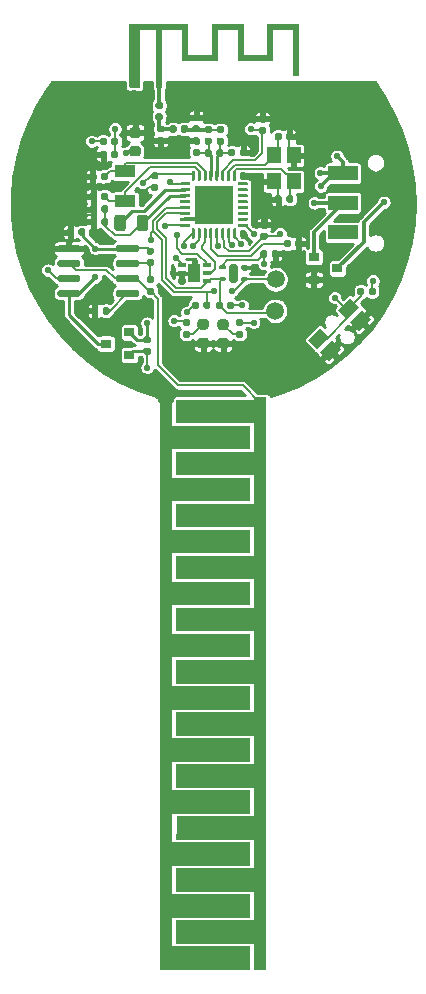
<source format=gbr>
%TF.GenerationSoftware,KiCad,Pcbnew,(5.1.6)-1*%
%TF.CreationDate,2020-11-28T14:47:10+02:00*%
%TF.ProjectId,PlantBuddy,506c616e-7442-4756-9464-792e6b696361,rev?*%
%TF.SameCoordinates,Original*%
%TF.FileFunction,Copper,L1,Top*%
%TF.FilePolarity,Positive*%
%FSLAX46Y46*%
G04 Gerber Fmt 4.6, Leading zero omitted, Abs format (unit mm)*
G04 Created by KiCad (PCBNEW (5.1.6)-1) date 2020-11-28 14:47:10*
%MOMM*%
%LPD*%
G01*
G04 APERTURE LIST*
%TA.AperFunction,EtchedComponent*%
%ADD10C,0.100000*%
%TD*%
%TA.AperFunction,Conductor*%
%ADD11R,0.500000X0.500000*%
%TD*%
%TA.AperFunction,ViaPad*%
%ADD12R,0.900000X0.500000*%
%TD*%
%TA.AperFunction,SMDPad,CuDef*%
%ADD13R,0.900000X0.800000*%
%TD*%
%TA.AperFunction,SMDPad,CuDef*%
%ADD14R,1.200000X1.400000*%
%TD*%
%TA.AperFunction,SMDPad,CuDef*%
%ADD15R,1.800000X1.000000*%
%TD*%
%TA.AperFunction,ViaPad*%
%ADD16C,0.100000*%
%TD*%
%TA.AperFunction,ViaPad*%
%ADD17C,0.500000*%
%TD*%
%TA.AperFunction,SMDPad,CuDef*%
%ADD18R,3.300000X3.300000*%
%TD*%
%TA.AperFunction,SMDPad,CuDef*%
%ADD19C,1.500000*%
%TD*%
%TA.AperFunction,SMDPad,CuDef*%
%ADD20R,2.500000X1.250000*%
%TD*%
%TA.AperFunction,SMDPad,CuDef*%
%ADD21C,0.100000*%
%TD*%
%TA.AperFunction,SMDPad,CuDef*%
%ADD22R,1.000000X1.600000*%
%TD*%
%TA.AperFunction,SMDPad,CuDef*%
%ADD23R,0.650000X0.350000*%
%TD*%
%TA.AperFunction,ViaPad*%
%ADD24C,0.550000*%
%TD*%
%TA.AperFunction,Conductor*%
%ADD25C,0.300000*%
%TD*%
%TA.AperFunction,Conductor*%
%ADD26C,0.152400*%
%TD*%
%TA.AperFunction,Conductor*%
%ADD27C,0.250000*%
%TD*%
G04 APERTURE END LIST*
D10*
%TO.C,AE1*%
G36*
X63620000Y-51890000D02*
G01*
X65620000Y-51890000D01*
X65620000Y-49250000D01*
X68320000Y-49250000D01*
X68320000Y-51890000D01*
X70320000Y-51890000D01*
X70320000Y-49250000D01*
X73020000Y-49250000D01*
X73020000Y-53690000D01*
X72520000Y-53690000D01*
X72520000Y-49750000D01*
X70820000Y-49750000D01*
X70820000Y-52390000D01*
X67820000Y-52390000D01*
X67820000Y-49750000D01*
X66120000Y-49750000D01*
X66120000Y-52390000D01*
X63120000Y-52390000D01*
X63120000Y-49750000D01*
X61420000Y-49750000D01*
X61420000Y-54650000D01*
X60920000Y-54650000D01*
X60920000Y-49750000D01*
X59520000Y-49750000D01*
X59520000Y-54650000D01*
X58620000Y-54650000D01*
X58620000Y-54406785D01*
X58922417Y-54406785D01*
X58932258Y-54454395D01*
X58956326Y-54496797D01*
X58994269Y-54529581D01*
X59002181Y-54533935D01*
X59044844Y-54546043D01*
X59093363Y-54545300D01*
X59138878Y-54532400D01*
X59157489Y-54521787D01*
X59191132Y-54486553D01*
X59211691Y-54441368D01*
X59218222Y-54391842D01*
X59209782Y-54343583D01*
X59192888Y-54311357D01*
X59157628Y-54278687D01*
X59112318Y-54258592D01*
X59062733Y-54252018D01*
X59014647Y-54259908D01*
X58981755Y-54276814D01*
X58946815Y-54313584D01*
X58927153Y-54358378D01*
X58922417Y-54406785D01*
X58620000Y-54406785D01*
X58620000Y-49250000D01*
X63620000Y-49250000D01*
X63620000Y-51890000D01*
G37*
%TD*%
D11*
%TO.N,Net-(AE1-Pad1)*%
%TO.C,AE1*%
X61170000Y-54400000D03*
D12*
%TO.N,GND*%
X59070000Y-54400000D03*
%TD*%
%TO.P,C6,2*%
%TO.N,/FXTAL1*%
%TA.AperFunction,SMDPad,CuDef*%
G36*
G01*
X71905000Y-64272500D02*
X71905000Y-63927500D01*
G75*
G02*
X72052500Y-63780000I147500J0D01*
G01*
X72347500Y-63780000D01*
G75*
G02*
X72495000Y-63927500I0J-147500D01*
G01*
X72495000Y-64272500D01*
G75*
G02*
X72347500Y-64420000I-147500J0D01*
G01*
X72052500Y-64420000D01*
G75*
G02*
X71905000Y-64272500I0J147500D01*
G01*
G37*
%TD.AperFunction*%
%TO.P,C6,1*%
%TO.N,GND*%
%TA.AperFunction,SMDPad,CuDef*%
G36*
G01*
X70935000Y-64272500D02*
X70935000Y-63927500D01*
G75*
G02*
X71082500Y-63780000I147500J0D01*
G01*
X71377500Y-63780000D01*
G75*
G02*
X71525000Y-63927500I0J-147500D01*
G01*
X71525000Y-64272500D01*
G75*
G02*
X71377500Y-64420000I-147500J0D01*
G01*
X71082500Y-64420000D01*
G75*
G02*
X70935000Y-64272500I0J147500D01*
G01*
G37*
%TD.AperFunction*%
%TD*%
%TO.P,C8,2*%
%TO.N,+BATT*%
%TA.AperFunction,SMDPad,CuDef*%
G36*
G01*
X58853750Y-59610000D02*
X59366250Y-59610000D01*
G75*
G02*
X59585000Y-59828750I0J-218750D01*
G01*
X59585000Y-60266250D01*
G75*
G02*
X59366250Y-60485000I-218750J0D01*
G01*
X58853750Y-60485000D01*
G75*
G02*
X58635000Y-60266250I0J218750D01*
G01*
X58635000Y-59828750D01*
G75*
G02*
X58853750Y-59610000I218750J0D01*
G01*
G37*
%TD.AperFunction*%
%TO.P,C8,1*%
%TO.N,GND*%
%TA.AperFunction,SMDPad,CuDef*%
G36*
G01*
X58853750Y-58035000D02*
X59366250Y-58035000D01*
G75*
G02*
X59585000Y-58253750I0J-218750D01*
G01*
X59585000Y-58691250D01*
G75*
G02*
X59366250Y-58910000I-218750J0D01*
G01*
X58853750Y-58910000D01*
G75*
G02*
X58635000Y-58691250I0J218750D01*
G01*
X58635000Y-58253750D01*
G75*
G02*
X58853750Y-58035000I218750J0D01*
G01*
G37*
%TD.AperFunction*%
%TD*%
%TO.P,C11,2*%
%TO.N,/FXTAL0*%
%TA.AperFunction,SMDPad,CuDef*%
G36*
G01*
X71510000Y-58627500D02*
X71510000Y-58972500D01*
G75*
G02*
X71362500Y-59120000I-147500J0D01*
G01*
X71067500Y-59120000D01*
G75*
G02*
X70920000Y-58972500I0J147500D01*
G01*
X70920000Y-58627500D01*
G75*
G02*
X71067500Y-58480000I147500J0D01*
G01*
X71362500Y-58480000D01*
G75*
G02*
X71510000Y-58627500I0J-147500D01*
G01*
G37*
%TD.AperFunction*%
%TO.P,C11,1*%
%TO.N,GND*%
%TA.AperFunction,SMDPad,CuDef*%
G36*
G01*
X72480000Y-58627500D02*
X72480000Y-58972500D01*
G75*
G02*
X72332500Y-59120000I-147500J0D01*
G01*
X72037500Y-59120000D01*
G75*
G02*
X71890000Y-58972500I0J147500D01*
G01*
X71890000Y-58627500D01*
G75*
G02*
X72037500Y-58480000I147500J0D01*
G01*
X72332500Y-58480000D01*
G75*
G02*
X72480000Y-58627500I0J-147500D01*
G01*
G37*
%TD.AperFunction*%
%TD*%
%TO.P,C13,2*%
%TO.N,/SXTAL1*%
%TA.AperFunction,SMDPad,CuDef*%
G36*
G01*
X56220000Y-62362500D02*
X56220000Y-62017500D01*
G75*
G02*
X56367500Y-61870000I147500J0D01*
G01*
X56662500Y-61870000D01*
G75*
G02*
X56810000Y-62017500I0J-147500D01*
G01*
X56810000Y-62362500D01*
G75*
G02*
X56662500Y-62510000I-147500J0D01*
G01*
X56367500Y-62510000D01*
G75*
G02*
X56220000Y-62362500I0J147500D01*
G01*
G37*
%TD.AperFunction*%
%TO.P,C13,1*%
%TO.N,GND*%
%TA.AperFunction,SMDPad,CuDef*%
G36*
G01*
X55250000Y-62362500D02*
X55250000Y-62017500D01*
G75*
G02*
X55397500Y-61870000I147500J0D01*
G01*
X55692500Y-61870000D01*
G75*
G02*
X55840000Y-62017500I0J-147500D01*
G01*
X55840000Y-62362500D01*
G75*
G02*
X55692500Y-62510000I-147500J0D01*
G01*
X55397500Y-62510000D01*
G75*
G02*
X55250000Y-62362500I0J147500D01*
G01*
G37*
%TD.AperFunction*%
%TD*%
%TO.P,C14,2*%
%TO.N,/SXTAL0*%
%TA.AperFunction,SMDPad,CuDef*%
G36*
G01*
X56230000Y-64042500D02*
X56230000Y-63697500D01*
G75*
G02*
X56377500Y-63550000I147500J0D01*
G01*
X56672500Y-63550000D01*
G75*
G02*
X56820000Y-63697500I0J-147500D01*
G01*
X56820000Y-64042500D01*
G75*
G02*
X56672500Y-64190000I-147500J0D01*
G01*
X56377500Y-64190000D01*
G75*
G02*
X56230000Y-64042500I0J147500D01*
G01*
G37*
%TD.AperFunction*%
%TO.P,C14,1*%
%TO.N,GND*%
%TA.AperFunction,SMDPad,CuDef*%
G36*
G01*
X55260000Y-64042500D02*
X55260000Y-63697500D01*
G75*
G02*
X55407500Y-63550000I147500J0D01*
G01*
X55702500Y-63550000D01*
G75*
G02*
X55850000Y-63697500I0J-147500D01*
G01*
X55850000Y-64042500D01*
G75*
G02*
X55702500Y-64190000I-147500J0D01*
G01*
X55407500Y-64190000D01*
G75*
G02*
X55260000Y-64042500I0J147500D01*
G01*
G37*
%TD.AperFunction*%
%TD*%
%TO.P,C19,2*%
%TO.N,Net-(C18-Pad1)*%
%TA.AperFunction,SMDPad,CuDef*%
G36*
G01*
X66167500Y-58890000D02*
X66512500Y-58890000D01*
G75*
G02*
X66660000Y-59037500I0J-147500D01*
G01*
X66660000Y-59332500D01*
G75*
G02*
X66512500Y-59480000I-147500J0D01*
G01*
X66167500Y-59480000D01*
G75*
G02*
X66020000Y-59332500I0J147500D01*
G01*
X66020000Y-59037500D01*
G75*
G02*
X66167500Y-58890000I147500J0D01*
G01*
G37*
%TD.AperFunction*%
%TO.P,C19,1*%
%TO.N,Net-(C19-Pad1)*%
%TA.AperFunction,SMDPad,CuDef*%
G36*
G01*
X66167500Y-57920000D02*
X66512500Y-57920000D01*
G75*
G02*
X66660000Y-58067500I0J-147500D01*
G01*
X66660000Y-58362500D01*
G75*
G02*
X66512500Y-58510000I-147500J0D01*
G01*
X66167500Y-58510000D01*
G75*
G02*
X66020000Y-58362500I0J147500D01*
G01*
X66020000Y-58067500D01*
G75*
G02*
X66167500Y-57920000I147500J0D01*
G01*
G37*
%TD.AperFunction*%
%TD*%
%TO.P,C20,2*%
%TO.N,Net-(C18-Pad2)*%
%TA.AperFunction,SMDPad,CuDef*%
G36*
G01*
X64127500Y-59850000D02*
X64472500Y-59850000D01*
G75*
G02*
X64620000Y-59997500I0J-147500D01*
G01*
X64620000Y-60292500D01*
G75*
G02*
X64472500Y-60440000I-147500J0D01*
G01*
X64127500Y-60440000D01*
G75*
G02*
X63980000Y-60292500I0J147500D01*
G01*
X63980000Y-59997500D01*
G75*
G02*
X64127500Y-59850000I147500J0D01*
G01*
G37*
%TD.AperFunction*%
%TO.P,C20,1*%
%TO.N,GND*%
%TA.AperFunction,SMDPad,CuDef*%
G36*
G01*
X64127500Y-58880000D02*
X64472500Y-58880000D01*
G75*
G02*
X64620000Y-59027500I0J-147500D01*
G01*
X64620000Y-59322500D01*
G75*
G02*
X64472500Y-59470000I-147500J0D01*
G01*
X64127500Y-59470000D01*
G75*
G02*
X63980000Y-59322500I0J147500D01*
G01*
X63980000Y-59027500D01*
G75*
G02*
X64127500Y-58880000I147500J0D01*
G01*
G37*
%TD.AperFunction*%
%TD*%
%TO.P,C22,2*%
%TO.N,Net-(C19-Pad1)*%
%TA.AperFunction,SMDPad,CuDef*%
G36*
G01*
X64117500Y-57860000D02*
X64462500Y-57860000D01*
G75*
G02*
X64610000Y-58007500I0J-147500D01*
G01*
X64610000Y-58302500D01*
G75*
G02*
X64462500Y-58450000I-147500J0D01*
G01*
X64117500Y-58450000D01*
G75*
G02*
X63970000Y-58302500I0J147500D01*
G01*
X63970000Y-58007500D01*
G75*
G02*
X64117500Y-57860000I147500J0D01*
G01*
G37*
%TD.AperFunction*%
%TO.P,C22,1*%
%TO.N,GND*%
%TA.AperFunction,SMDPad,CuDef*%
G36*
G01*
X64117500Y-56890000D02*
X64462500Y-56890000D01*
G75*
G02*
X64610000Y-57037500I0J-147500D01*
G01*
X64610000Y-57332500D01*
G75*
G02*
X64462500Y-57480000I-147500J0D01*
G01*
X64117500Y-57480000D01*
G75*
G02*
X63970000Y-57332500I0J147500D01*
G01*
X63970000Y-57037500D01*
G75*
G02*
X64117500Y-56890000I147500J0D01*
G01*
G37*
%TD.AperFunction*%
%TD*%
%TO.P,C23,2*%
%TO.N,Net-(C23-Pad2)*%
%TA.AperFunction,SMDPad,CuDef*%
G36*
G01*
X61452500Y-58460000D02*
X61107500Y-58460000D01*
G75*
G02*
X60960000Y-58312500I0J147500D01*
G01*
X60960000Y-58017500D01*
G75*
G02*
X61107500Y-57870000I147500J0D01*
G01*
X61452500Y-57870000D01*
G75*
G02*
X61600000Y-58017500I0J-147500D01*
G01*
X61600000Y-58312500D01*
G75*
G02*
X61452500Y-58460000I-147500J0D01*
G01*
G37*
%TD.AperFunction*%
%TO.P,C23,1*%
%TO.N,GND*%
%TA.AperFunction,SMDPad,CuDef*%
G36*
G01*
X61452500Y-59430000D02*
X61107500Y-59430000D01*
G75*
G02*
X60960000Y-59282500I0J147500D01*
G01*
X60960000Y-58987500D01*
G75*
G02*
X61107500Y-58840000I147500J0D01*
G01*
X61452500Y-58840000D01*
G75*
G02*
X61600000Y-58987500I0J-147500D01*
G01*
X61600000Y-59282500D01*
G75*
G02*
X61452500Y-59430000I-147500J0D01*
G01*
G37*
%TD.AperFunction*%
%TD*%
%TO.P,D2,2*%
%TO.N,Net-(D2-Pad2)*%
%TA.AperFunction,SMDPad,CuDef*%
G36*
G01*
X65126250Y-75147500D02*
X64613750Y-75147500D01*
G75*
G02*
X64395000Y-74928750I0J218750D01*
G01*
X64395000Y-74491250D01*
G75*
G02*
X64613750Y-74272500I218750J0D01*
G01*
X65126250Y-74272500D01*
G75*
G02*
X65345000Y-74491250I0J-218750D01*
G01*
X65345000Y-74928750D01*
G75*
G02*
X65126250Y-75147500I-218750J0D01*
G01*
G37*
%TD.AperFunction*%
%TO.P,D2,1*%
%TO.N,GND*%
%TA.AperFunction,SMDPad,CuDef*%
G36*
G01*
X65126250Y-76722500D02*
X64613750Y-76722500D01*
G75*
G02*
X64395000Y-76503750I0J218750D01*
G01*
X64395000Y-76066250D01*
G75*
G02*
X64613750Y-75847500I218750J0D01*
G01*
X65126250Y-75847500D01*
G75*
G02*
X65345000Y-76066250I0J-218750D01*
G01*
X65345000Y-76503750D01*
G75*
G02*
X65126250Y-76722500I-218750J0D01*
G01*
G37*
%TD.AperFunction*%
%TD*%
%TO.P,L1,2*%
%TO.N,GND*%
%TA.AperFunction,SMDPad,CuDef*%
G36*
G01*
X67980000Y-60332500D02*
X67980000Y-59987500D01*
G75*
G02*
X68127500Y-59840000I147500J0D01*
G01*
X68422500Y-59840000D01*
G75*
G02*
X68570000Y-59987500I0J-147500D01*
G01*
X68570000Y-60332500D01*
G75*
G02*
X68422500Y-60480000I-147500J0D01*
G01*
X68127500Y-60480000D01*
G75*
G02*
X67980000Y-60332500I0J147500D01*
G01*
G37*
%TD.AperFunction*%
%TO.P,L1,1*%
%TO.N,Net-(C18-Pad1)*%
%TA.AperFunction,SMDPad,CuDef*%
G36*
G01*
X67010000Y-60332500D02*
X67010000Y-59987500D01*
G75*
G02*
X67157500Y-59840000I147500J0D01*
G01*
X67452500Y-59840000D01*
G75*
G02*
X67600000Y-59987500I0J-147500D01*
G01*
X67600000Y-60332500D01*
G75*
G02*
X67452500Y-60480000I-147500J0D01*
G01*
X67157500Y-60480000D01*
G75*
G02*
X67010000Y-60332500I0J147500D01*
G01*
G37*
%TD.AperFunction*%
%TD*%
%TO.P,L2,2*%
%TO.N,Net-(C19-Pad1)*%
%TA.AperFunction,SMDPad,CuDef*%
G36*
G01*
X65492500Y-58510000D02*
X65147500Y-58510000D01*
G75*
G02*
X65000000Y-58362500I0J147500D01*
G01*
X65000000Y-58067500D01*
G75*
G02*
X65147500Y-57920000I147500J0D01*
G01*
X65492500Y-57920000D01*
G75*
G02*
X65640000Y-58067500I0J-147500D01*
G01*
X65640000Y-58362500D01*
G75*
G02*
X65492500Y-58510000I-147500J0D01*
G01*
G37*
%TD.AperFunction*%
%TO.P,L2,1*%
%TO.N,Net-(C18-Pad2)*%
%TA.AperFunction,SMDPad,CuDef*%
G36*
G01*
X65492500Y-59480000D02*
X65147500Y-59480000D01*
G75*
G02*
X65000000Y-59332500I0J147500D01*
G01*
X65000000Y-59037500D01*
G75*
G02*
X65147500Y-58890000I147500J0D01*
G01*
X65492500Y-58890000D01*
G75*
G02*
X65640000Y-59037500I0J-147500D01*
G01*
X65640000Y-59332500D01*
G75*
G02*
X65492500Y-59480000I-147500J0D01*
G01*
G37*
%TD.AperFunction*%
%TD*%
%TO.P,L3,2*%
%TO.N,Net-(C23-Pad2)*%
%TA.AperFunction,SMDPad,CuDef*%
G36*
G01*
X62620000Y-57987500D02*
X62620000Y-58332500D01*
G75*
G02*
X62472500Y-58480000I-147500J0D01*
G01*
X62177500Y-58480000D01*
G75*
G02*
X62030000Y-58332500I0J147500D01*
G01*
X62030000Y-57987500D01*
G75*
G02*
X62177500Y-57840000I147500J0D01*
G01*
X62472500Y-57840000D01*
G75*
G02*
X62620000Y-57987500I0J-147500D01*
G01*
G37*
%TD.AperFunction*%
%TO.P,L3,1*%
%TO.N,Net-(C19-Pad1)*%
%TA.AperFunction,SMDPad,CuDef*%
G36*
G01*
X63590000Y-57987500D02*
X63590000Y-58332500D01*
G75*
G02*
X63442500Y-58480000I-147500J0D01*
G01*
X63147500Y-58480000D01*
G75*
G02*
X63000000Y-58332500I0J147500D01*
G01*
X63000000Y-57987500D01*
G75*
G02*
X63147500Y-57840000I147500J0D01*
G01*
X63442500Y-57840000D01*
G75*
G02*
X63590000Y-57987500I0J-147500D01*
G01*
G37*
%TD.AperFunction*%
%TD*%
D13*
%TO.P,Q1,3*%
%TO.N,Net-(C1-Pad1)*%
X56640000Y-76340000D03*
%TO.P,Q1,2*%
%TO.N,+BATT*%
X58640000Y-75390000D03*
%TO.P,Q1,1*%
%TO.N,/~SOIL_EN~*%
X58640000Y-77290000D03*
%TD*%
%TO.P,U3,1*%
%TO.N,GND*%
%TA.AperFunction,SMDPad,CuDef*%
G36*
G01*
X52540000Y-68425000D02*
X52540000Y-68125000D01*
G75*
G02*
X52690000Y-67975000I150000J0D01*
G01*
X54340000Y-67975000D01*
G75*
G02*
X54490000Y-68125000I0J-150000D01*
G01*
X54490000Y-68425000D01*
G75*
G02*
X54340000Y-68575000I-150000J0D01*
G01*
X52690000Y-68575000D01*
G75*
G02*
X52540000Y-68425000I0J150000D01*
G01*
G37*
%TD.AperFunction*%
%TO.P,U3,2*%
%TO.N,/THR*%
%TA.AperFunction,SMDPad,CuDef*%
G36*
G01*
X52540000Y-69695000D02*
X52540000Y-69395000D01*
G75*
G02*
X52690000Y-69245000I150000J0D01*
G01*
X54340000Y-69245000D01*
G75*
G02*
X54490000Y-69395000I0J-150000D01*
G01*
X54490000Y-69695000D01*
G75*
G02*
X54340000Y-69845000I-150000J0D01*
G01*
X52690000Y-69845000D01*
G75*
G02*
X52540000Y-69695000I0J150000D01*
G01*
G37*
%TD.AperFunction*%
%TO.P,U3,3*%
%TO.N,/fHumidity*%
%TA.AperFunction,SMDPad,CuDef*%
G36*
G01*
X52540000Y-70965000D02*
X52540000Y-70665000D01*
G75*
G02*
X52690000Y-70515000I150000J0D01*
G01*
X54340000Y-70515000D01*
G75*
G02*
X54490000Y-70665000I0J-150000D01*
G01*
X54490000Y-70965000D01*
G75*
G02*
X54340000Y-71115000I-150000J0D01*
G01*
X52690000Y-71115000D01*
G75*
G02*
X52540000Y-70965000I0J150000D01*
G01*
G37*
%TD.AperFunction*%
%TO.P,U3,4*%
%TO.N,Net-(C1-Pad1)*%
%TA.AperFunction,SMDPad,CuDef*%
G36*
G01*
X52540000Y-72235000D02*
X52540000Y-71935000D01*
G75*
G02*
X52690000Y-71785000I150000J0D01*
G01*
X54340000Y-71785000D01*
G75*
G02*
X54490000Y-71935000I0J-150000D01*
G01*
X54490000Y-72235000D01*
G75*
G02*
X54340000Y-72385000I-150000J0D01*
G01*
X52690000Y-72385000D01*
G75*
G02*
X52540000Y-72235000I0J150000D01*
G01*
G37*
%TD.AperFunction*%
%TO.P,U3,5*%
%TO.N,Net-(C2-Pad1)*%
%TA.AperFunction,SMDPad,CuDef*%
G36*
G01*
X57490000Y-72235000D02*
X57490000Y-71935000D01*
G75*
G02*
X57640000Y-71785000I150000J0D01*
G01*
X59290000Y-71785000D01*
G75*
G02*
X59440000Y-71935000I0J-150000D01*
G01*
X59440000Y-72235000D01*
G75*
G02*
X59290000Y-72385000I-150000J0D01*
G01*
X57640000Y-72385000D01*
G75*
G02*
X57490000Y-72235000I0J150000D01*
G01*
G37*
%TD.AperFunction*%
%TO.P,U3,6*%
%TO.N,/THR*%
%TA.AperFunction,SMDPad,CuDef*%
G36*
G01*
X57490000Y-70965000D02*
X57490000Y-70665000D01*
G75*
G02*
X57640000Y-70515000I150000J0D01*
G01*
X59290000Y-70515000D01*
G75*
G02*
X59440000Y-70665000I0J-150000D01*
G01*
X59440000Y-70965000D01*
G75*
G02*
X59290000Y-71115000I-150000J0D01*
G01*
X57640000Y-71115000D01*
G75*
G02*
X57490000Y-70965000I0J150000D01*
G01*
G37*
%TD.AperFunction*%
%TO.P,U3,7*%
%TO.N,Net-(R8-Pad2)*%
%TA.AperFunction,SMDPad,CuDef*%
G36*
G01*
X57490000Y-69695000D02*
X57490000Y-69395000D01*
G75*
G02*
X57640000Y-69245000I150000J0D01*
G01*
X59290000Y-69245000D01*
G75*
G02*
X59440000Y-69395000I0J-150000D01*
G01*
X59440000Y-69695000D01*
G75*
G02*
X59290000Y-69845000I-150000J0D01*
G01*
X57640000Y-69845000D01*
G75*
G02*
X57490000Y-69695000I0J150000D01*
G01*
G37*
%TD.AperFunction*%
%TO.P,U3,8*%
%TO.N,Net-(C1-Pad1)*%
%TA.AperFunction,SMDPad,CuDef*%
G36*
G01*
X57490000Y-68425000D02*
X57490000Y-68125000D01*
G75*
G02*
X57640000Y-67975000I150000J0D01*
G01*
X59290000Y-67975000D01*
G75*
G02*
X59440000Y-68125000I0J-150000D01*
G01*
X59440000Y-68425000D01*
G75*
G02*
X59290000Y-68575000I-150000J0D01*
G01*
X57640000Y-68575000D01*
G75*
G02*
X57490000Y-68425000I0J150000D01*
G01*
G37*
%TD.AperFunction*%
%TD*%
D14*
%TO.P,Y1,4*%
%TO.N,GND*%
X70850000Y-62600000D03*
%TO.P,Y1,3*%
%TO.N,/FXTAL0*%
X70850000Y-60400000D03*
%TO.P,Y1,2*%
%TO.N,GND*%
X72550000Y-60400000D03*
%TO.P,Y1,1*%
%TO.N,/FXTAL1*%
X72550000Y-62600000D03*
%TD*%
D15*
%TO.P,Y2,2*%
%TO.N,/SXTAL0*%
X58240000Y-64250000D03*
%TO.P,Y2,1*%
%TO.N,/SXTAL1*%
X58240000Y-61750000D03*
%TD*%
%TO.P,C26,2*%
%TO.N,Net-(C23-Pad2)*%
%TA.AperFunction,SMDPad,CuDef*%
G36*
G01*
X60987500Y-56840000D02*
X61332500Y-56840000D01*
G75*
G02*
X61480000Y-56987500I0J-147500D01*
G01*
X61480000Y-57282500D01*
G75*
G02*
X61332500Y-57430000I-147500J0D01*
G01*
X60987500Y-57430000D01*
G75*
G02*
X60840000Y-57282500I0J147500D01*
G01*
X60840000Y-56987500D01*
G75*
G02*
X60987500Y-56840000I147500J0D01*
G01*
G37*
%TD.AperFunction*%
%TO.P,C26,1*%
%TO.N,Net-(AE1-Pad1)*%
%TA.AperFunction,SMDPad,CuDef*%
G36*
G01*
X60987500Y-55870000D02*
X61332500Y-55870000D01*
G75*
G02*
X61480000Y-56017500I0J-147500D01*
G01*
X61480000Y-56312500D01*
G75*
G02*
X61332500Y-56460000I-147500J0D01*
G01*
X60987500Y-56460000D01*
G75*
G02*
X60840000Y-56312500I0J147500D01*
G01*
X60840000Y-56017500D01*
G75*
G02*
X60987500Y-55870000I147500J0D01*
G01*
G37*
%TD.AperFunction*%
%TD*%
%TO.P,C18,2*%
%TO.N,Net-(C18-Pad2)*%
%TA.AperFunction,SMDPad,CuDef*%
G36*
G01*
X65610000Y-60027500D02*
X65610000Y-60372500D01*
G75*
G02*
X65462500Y-60520000I-147500J0D01*
G01*
X65167500Y-60520000D01*
G75*
G02*
X65020000Y-60372500I0J147500D01*
G01*
X65020000Y-60027500D01*
G75*
G02*
X65167500Y-59880000I147500J0D01*
G01*
X65462500Y-59880000D01*
G75*
G02*
X65610000Y-60027500I0J-147500D01*
G01*
G37*
%TD.AperFunction*%
%TO.P,C18,1*%
%TO.N,Net-(C18-Pad1)*%
%TA.AperFunction,SMDPad,CuDef*%
G36*
G01*
X66580000Y-60027500D02*
X66580000Y-60372500D01*
G75*
G02*
X66432500Y-60520000I-147500J0D01*
G01*
X66137500Y-60520000D01*
G75*
G02*
X65990000Y-60372500I0J147500D01*
G01*
X65990000Y-60027500D01*
G75*
G02*
X66137500Y-59880000I147500J0D01*
G01*
X66432500Y-59880000D01*
G75*
G02*
X66580000Y-60027500I0J-147500D01*
G01*
G37*
%TD.AperFunction*%
%TD*%
%TA.AperFunction,ViaPad*%
D16*
%TO.N,/THR*%
%TO.C,C4*%
G36*
X70219241Y-80863496D02*
G01*
X70220179Y-80863781D01*
X70221044Y-80864243D01*
X70221802Y-80864864D01*
X70222423Y-80865622D01*
X70222885Y-80866487D01*
X70223170Y-80867425D01*
X70223266Y-80868400D01*
X70223266Y-129340066D01*
X70223170Y-129341041D01*
X70222885Y-129341979D01*
X70222423Y-129342844D01*
X70221802Y-129343602D01*
X70221044Y-129344223D01*
X70220179Y-129344685D01*
X70219241Y-129344970D01*
X70218266Y-129345066D01*
X69219199Y-129345066D01*
X69218224Y-129344970D01*
X69217286Y-129344685D01*
X69216421Y-129344223D01*
X69215663Y-129343602D01*
X69215042Y-129342844D01*
X69214580Y-129341979D01*
X69214295Y-129341041D01*
X69214199Y-129340066D01*
X69214199Y-127143733D01*
X62623666Y-127143733D01*
X62622691Y-127143637D01*
X62621753Y-127143352D01*
X62620888Y-127142890D01*
X62620130Y-127142269D01*
X62619509Y-127141511D01*
X62619047Y-127140646D01*
X62618762Y-127139708D01*
X62618666Y-127138733D01*
X62618666Y-125132133D01*
X62618762Y-125131158D01*
X62619047Y-125130220D01*
X62619509Y-125129355D01*
X62620130Y-125128597D01*
X62620888Y-125127976D01*
X62621753Y-125127514D01*
X62622691Y-125127229D01*
X62623666Y-125127133D01*
X69214249Y-125127133D01*
X69209975Y-122736830D01*
X65919313Y-122734705D01*
X62623663Y-122732578D01*
X62622687Y-122732481D01*
X62621750Y-122732196D01*
X62620885Y-122731734D01*
X62620128Y-122731111D01*
X62619507Y-122730353D01*
X62619045Y-122729488D01*
X62618761Y-122728550D01*
X62618666Y-122727578D01*
X62618666Y-120729466D01*
X62618762Y-120728491D01*
X62619047Y-120727553D01*
X62619509Y-120726688D01*
X62620130Y-120725930D01*
X62620888Y-120725309D01*
X62621753Y-120724847D01*
X62622691Y-120724562D01*
X62623666Y-120724466D01*
X69214199Y-120724466D01*
X69214199Y-118329933D01*
X62623597Y-118329933D01*
X62622622Y-118329837D01*
X62621684Y-118329552D01*
X62620819Y-118329090D01*
X62620061Y-118328469D01*
X62619440Y-118327711D01*
X62618978Y-118326846D01*
X62618693Y-118325908D01*
X62618597Y-118324922D01*
X62620748Y-117323739D01*
X62622900Y-116322555D01*
X62622998Y-116321580D01*
X62623285Y-116320643D01*
X62623749Y-116319779D01*
X62624372Y-116319023D01*
X62625131Y-116318403D01*
X62625997Y-116317943D01*
X62626935Y-116317660D01*
X62627897Y-116317566D01*
X65923547Y-116315439D01*
X69214199Y-116313314D01*
X69214199Y-113927266D01*
X62623666Y-113927266D01*
X62622691Y-113927170D01*
X62621753Y-113926885D01*
X62620888Y-113926423D01*
X62620130Y-113925802D01*
X62619509Y-113925044D01*
X62619047Y-113924179D01*
X62618762Y-113923241D01*
X62618666Y-113922266D01*
X62618666Y-111915666D01*
X62618762Y-111914691D01*
X62619047Y-111913753D01*
X62619509Y-111912888D01*
X62620130Y-111912130D01*
X62620888Y-111911509D01*
X62621753Y-111911047D01*
X62622691Y-111910762D01*
X62623666Y-111910666D01*
X69214199Y-111910666D01*
X69214199Y-109516133D01*
X62623666Y-109516133D01*
X62622691Y-109516037D01*
X62621753Y-109515752D01*
X62620888Y-109515290D01*
X62620130Y-109514669D01*
X62619509Y-109513911D01*
X62619047Y-109513046D01*
X62618762Y-109512108D01*
X62618666Y-109511133D01*
X62618666Y-107513021D01*
X62618762Y-107512046D01*
X62619047Y-107511108D01*
X62619509Y-107510243D01*
X62620130Y-107509485D01*
X62620888Y-107508864D01*
X62621753Y-107508402D01*
X62622691Y-107508117D01*
X62623663Y-107508021D01*
X65919313Y-107505894D01*
X69209975Y-107503769D01*
X69214249Y-105113466D01*
X62623666Y-105113466D01*
X62622691Y-105113370D01*
X62621753Y-105113085D01*
X62620888Y-105112623D01*
X62620130Y-105112002D01*
X62619509Y-105111244D01*
X62619047Y-105110379D01*
X62618762Y-105109441D01*
X62618666Y-105108466D01*
X62618666Y-103101866D01*
X62618762Y-103100891D01*
X62619047Y-103099953D01*
X62619509Y-103099088D01*
X62620130Y-103098330D01*
X62620888Y-103097709D01*
X62621753Y-103097247D01*
X62622691Y-103096962D01*
X62623666Y-103096866D01*
X69214199Y-103096866D01*
X69214199Y-100702333D01*
X62623666Y-100702333D01*
X62622691Y-100702237D01*
X62621753Y-100701952D01*
X62620888Y-100701490D01*
X62620130Y-100700869D01*
X62619509Y-100700111D01*
X62619047Y-100699246D01*
X62618762Y-100698308D01*
X62618666Y-100697333D01*
X62618666Y-98699200D01*
X62618762Y-98698225D01*
X62619047Y-98697287D01*
X62619509Y-98696422D01*
X62620130Y-98695664D01*
X62620888Y-98695043D01*
X62621753Y-98694581D01*
X62622691Y-98694296D01*
X62623666Y-98694200D01*
X69214199Y-98694200D01*
X69214199Y-96299666D01*
X62623666Y-96299666D01*
X62622691Y-96299570D01*
X62621753Y-96299285D01*
X62620888Y-96298823D01*
X62620130Y-96298202D01*
X62619509Y-96297444D01*
X62619047Y-96296579D01*
X62618762Y-96295641D01*
X62618666Y-96294666D01*
X62618666Y-94288066D01*
X62618762Y-94287091D01*
X62619047Y-94286153D01*
X62619509Y-94285288D01*
X62620130Y-94284530D01*
X62620888Y-94283909D01*
X62621753Y-94283447D01*
X62622691Y-94283162D01*
X62623666Y-94283066D01*
X69214199Y-94283066D01*
X69214199Y-91888533D01*
X62623666Y-91888533D01*
X62622691Y-91888437D01*
X62621753Y-91888152D01*
X62620888Y-91887690D01*
X62620130Y-91887069D01*
X62619509Y-91886311D01*
X62619047Y-91885446D01*
X62618762Y-91884508D01*
X62618666Y-91883533D01*
X62618666Y-89885400D01*
X62618762Y-89884425D01*
X62619047Y-89883487D01*
X62619509Y-89882622D01*
X62620130Y-89881864D01*
X62620888Y-89881243D01*
X62621753Y-89880781D01*
X62622691Y-89880496D01*
X62623666Y-89880400D01*
X69214199Y-89880400D01*
X69214199Y-87485866D01*
X62623666Y-87485866D01*
X62622691Y-87485770D01*
X62621753Y-87485485D01*
X62620888Y-87485023D01*
X62620130Y-87484402D01*
X62619509Y-87483644D01*
X62619047Y-87482779D01*
X62618762Y-87481841D01*
X62618666Y-87480866D01*
X62618666Y-85474266D01*
X62618762Y-85473291D01*
X62619047Y-85472353D01*
X62619509Y-85471488D01*
X62620130Y-85470730D01*
X62620888Y-85470109D01*
X62621753Y-85469647D01*
X62622691Y-85469362D01*
X62623666Y-85469266D01*
X69214199Y-85469266D01*
X69214199Y-83074733D01*
X62623666Y-83074733D01*
X62622691Y-83074637D01*
X62621753Y-83074352D01*
X62620888Y-83073890D01*
X62620130Y-83073269D01*
X62619509Y-83072511D01*
X62619047Y-83071646D01*
X62618762Y-83070708D01*
X62618666Y-83069733D01*
X62618666Y-81071600D01*
X62618762Y-81070625D01*
X62619047Y-81069687D01*
X62619509Y-81068822D01*
X62620130Y-81068064D01*
X62620888Y-81067443D01*
X62621753Y-81066981D01*
X62622691Y-81066696D01*
X62623666Y-81066600D01*
X69214199Y-81066600D01*
X69214199Y-80868400D01*
X69214295Y-80867425D01*
X69214580Y-80866487D01*
X69215042Y-80865622D01*
X69215663Y-80864864D01*
X69216421Y-80864243D01*
X69217286Y-80863781D01*
X69218224Y-80863496D01*
X69219199Y-80863400D01*
X70218266Y-80863400D01*
X70219241Y-80863496D01*
G37*
%TD.AperFunction*%
%TA.AperFunction,ViaPad*%
%TO.N,GND*%
G36*
X62218241Y-80863496D02*
G01*
X62219179Y-80863781D01*
X62220044Y-80864243D01*
X62220802Y-80864864D01*
X62221423Y-80865622D01*
X62221885Y-80866487D01*
X62222170Y-80867425D01*
X62222266Y-80868400D01*
X62222266Y-83267933D01*
X68812799Y-83267933D01*
X68813774Y-83268029D01*
X68814712Y-83268314D01*
X68815577Y-83268776D01*
X68816335Y-83269397D01*
X68816956Y-83270155D01*
X68817418Y-83271020D01*
X68817703Y-83271958D01*
X68817799Y-83272933D01*
X68817799Y-85279533D01*
X68817703Y-85280508D01*
X68817418Y-85281446D01*
X68816956Y-85282311D01*
X68816335Y-85283069D01*
X68815577Y-85283690D01*
X68814712Y-85284152D01*
X68813774Y-85284437D01*
X68812799Y-85284533D01*
X62222217Y-85284533D01*
X62224354Y-86479674D01*
X62226490Y-87674836D01*
X65517153Y-87676960D01*
X68812803Y-87679088D01*
X68813779Y-87679185D01*
X68814716Y-87679470D01*
X68815581Y-87679932D01*
X68816338Y-87680555D01*
X68816959Y-87681313D01*
X68817421Y-87682178D01*
X68817705Y-87683116D01*
X68817800Y-87684088D01*
X68817799Y-88683144D01*
X68817799Y-89682200D01*
X68817703Y-89683175D01*
X68817418Y-89684113D01*
X68816956Y-89684978D01*
X68816335Y-89685736D01*
X68815577Y-89686357D01*
X68814712Y-89686819D01*
X68813774Y-89687104D01*
X68812799Y-89687200D01*
X62222266Y-89687200D01*
X62222266Y-92081733D01*
X68812869Y-92081733D01*
X68813844Y-92081829D01*
X68814782Y-92082114D01*
X68815647Y-92082576D01*
X68816405Y-92083197D01*
X68817026Y-92083955D01*
X68817488Y-92084820D01*
X68817773Y-92085758D01*
X68817869Y-92086744D01*
X68815718Y-93087927D01*
X68813566Y-94089110D01*
X68813468Y-94090085D01*
X68813181Y-94091022D01*
X68812717Y-94091886D01*
X68812094Y-94092642D01*
X68811335Y-94093262D01*
X68810469Y-94093722D01*
X68809531Y-94094005D01*
X68808569Y-94094099D01*
X65512919Y-94096227D01*
X62222266Y-94098351D01*
X62222266Y-96484399D01*
X68812799Y-96484399D01*
X68813774Y-96484495D01*
X68814712Y-96484780D01*
X68815577Y-96485242D01*
X68816335Y-96485863D01*
X68816956Y-96486621D01*
X68817418Y-96487486D01*
X68817703Y-96488424D01*
X68817799Y-96489399D01*
X68817799Y-98496000D01*
X68817703Y-98496975D01*
X68817418Y-98497913D01*
X68816956Y-98498778D01*
X68816335Y-98499536D01*
X68815577Y-98500157D01*
X68814712Y-98500619D01*
X68813774Y-98500904D01*
X68812799Y-98501000D01*
X62222266Y-98501000D01*
X62222266Y-100895533D01*
X68812799Y-100895533D01*
X68813774Y-100895629D01*
X68814712Y-100895914D01*
X68815577Y-100896376D01*
X68816335Y-100896997D01*
X68816956Y-100897755D01*
X68817418Y-100898620D01*
X68817703Y-100899558D01*
X68817799Y-100900533D01*
X68817799Y-101899589D01*
X68817800Y-102898645D01*
X68817704Y-102899620D01*
X68817419Y-102900558D01*
X68816957Y-102901423D01*
X68816336Y-102902181D01*
X68815578Y-102902802D01*
X68814713Y-102903264D01*
X68813775Y-102903549D01*
X68812803Y-102903645D01*
X65517153Y-102905772D01*
X62226490Y-102907897D01*
X62224354Y-104103059D01*
X62222217Y-105298200D01*
X68812799Y-105298200D01*
X68813774Y-105298296D01*
X68814712Y-105298581D01*
X68815577Y-105299043D01*
X68816335Y-105299664D01*
X68816956Y-105300422D01*
X68817418Y-105301287D01*
X68817703Y-105302225D01*
X68817799Y-105303200D01*
X68817799Y-107309799D01*
X68817703Y-107310774D01*
X68817418Y-107311712D01*
X68816956Y-107312577D01*
X68816335Y-107313335D01*
X68815577Y-107313956D01*
X68814712Y-107314418D01*
X68813774Y-107314703D01*
X68812799Y-107314799D01*
X62222266Y-107314799D01*
X62222266Y-109709333D01*
X68812799Y-109709333D01*
X68813774Y-109709429D01*
X68814712Y-109709714D01*
X68815577Y-109710176D01*
X68816335Y-109710797D01*
X68816956Y-109711555D01*
X68817418Y-109712420D01*
X68817703Y-109713358D01*
X68817799Y-109714333D01*
X68817799Y-111712466D01*
X68817703Y-111713441D01*
X68817418Y-111714379D01*
X68816956Y-111715244D01*
X68816335Y-111716002D01*
X68815577Y-111716623D01*
X68814712Y-111717085D01*
X68813774Y-111717370D01*
X68812799Y-111717466D01*
X62222266Y-111717466D01*
X62222266Y-114111999D01*
X68812799Y-114111999D01*
X68813774Y-114112095D01*
X68814712Y-114112380D01*
X68815577Y-114112842D01*
X68816335Y-114113463D01*
X68816956Y-114114221D01*
X68817418Y-114115086D01*
X68817703Y-114116024D01*
X68817799Y-114116999D01*
X68817799Y-116123600D01*
X68817703Y-116124575D01*
X68817418Y-116125513D01*
X68816956Y-116126378D01*
X68816335Y-116127136D01*
X68815577Y-116127757D01*
X68814712Y-116128219D01*
X68813774Y-116128504D01*
X68812799Y-116128600D01*
X62222266Y-116128600D01*
X62222266Y-118523133D01*
X68812799Y-118523133D01*
X68813774Y-118523229D01*
X68814712Y-118523514D01*
X68815577Y-118523976D01*
X68816335Y-118524597D01*
X68816956Y-118525355D01*
X68817418Y-118526220D01*
X68817703Y-118527158D01*
X68817799Y-118528133D01*
X68817799Y-120526266D01*
X68817703Y-120527241D01*
X68817418Y-120528179D01*
X68816956Y-120529044D01*
X68816335Y-120529802D01*
X68815577Y-120530423D01*
X68814712Y-120530885D01*
X68813774Y-120531170D01*
X68812799Y-120531266D01*
X62222266Y-120531266D01*
X62222266Y-122925800D01*
X68812799Y-122925800D01*
X68813774Y-122925896D01*
X68814712Y-122926181D01*
X68815577Y-122926643D01*
X68816335Y-122927264D01*
X68816956Y-122928022D01*
X68817418Y-122928887D01*
X68817703Y-122929825D01*
X68817799Y-122930800D01*
X68817799Y-124937400D01*
X68817703Y-124938375D01*
X68817418Y-124939313D01*
X68816956Y-124940178D01*
X68816335Y-124940936D01*
X68815577Y-124941557D01*
X68814712Y-124942019D01*
X68813774Y-124942304D01*
X68812799Y-124942400D01*
X62222266Y-124942400D01*
X62222266Y-127336933D01*
X68812799Y-127336933D01*
X68813774Y-127337029D01*
X68814712Y-127337314D01*
X68815577Y-127337776D01*
X68816335Y-127338397D01*
X68816956Y-127339155D01*
X68817418Y-127340020D01*
X68817703Y-127340958D01*
X68817799Y-127341933D01*
X68817799Y-129340066D01*
X68817703Y-129341041D01*
X68817418Y-129341979D01*
X68816956Y-129342844D01*
X68816335Y-129343602D01*
X68815577Y-129344223D01*
X68814712Y-129344685D01*
X68813774Y-129344970D01*
X68812799Y-129345066D01*
X61218200Y-129345066D01*
X61217225Y-129344970D01*
X61216287Y-129344685D01*
X61215422Y-129344223D01*
X61214664Y-129343602D01*
X61214043Y-129342844D01*
X61213581Y-129341979D01*
X61213296Y-129341041D01*
X61213200Y-129340066D01*
X61213200Y-80868400D01*
X61213296Y-80867425D01*
X61213581Y-80866487D01*
X61214043Y-80865622D01*
X61214664Y-80864864D01*
X61215422Y-80864243D01*
X61216287Y-80863781D01*
X61217225Y-80863496D01*
X61218200Y-80863400D01*
X62217266Y-80863400D01*
X62218241Y-80863496D01*
G37*
%TD.AperFunction*%
%TD*%
D17*
%TO.N,GND*%
%TO.C,U5*%
X66785000Y-63565000D03*
X66785000Y-64565000D03*
X66785000Y-65565000D03*
X65785000Y-63565000D03*
X65785000Y-64565000D03*
X65785000Y-65565000D03*
X64785000Y-63565000D03*
X64785000Y-64565000D03*
X64785000Y-65565000D03*
D18*
%TD*%
%TO.P,U5,33*%
%TO.N,GND*%
X65785000Y-64565000D03*
%TO.P,U5,32*%
%TO.N,/fHumidity*%
%TA.AperFunction,SMDPad,CuDef*%
G36*
G01*
X63722500Y-66440000D02*
X62972500Y-66440000D01*
G75*
G02*
X62910000Y-66377500I0J62500D01*
G01*
X62910000Y-66252500D01*
G75*
G02*
X62972500Y-66190000I62500J0D01*
G01*
X63722500Y-66190000D01*
G75*
G02*
X63785000Y-66252500I0J-62500D01*
G01*
X63785000Y-66377500D01*
G75*
G02*
X63722500Y-66440000I-62500J0D01*
G01*
G37*
%TD.AperFunction*%
%TO.P,U5,31*%
%TO.N,GND*%
%TA.AperFunction,SMDPad,CuDef*%
G36*
G01*
X63722500Y-65940000D02*
X62972500Y-65940000D01*
G75*
G02*
X62910000Y-65877500I0J62500D01*
G01*
X62910000Y-65752500D01*
G75*
G02*
X62972500Y-65690000I62500J0D01*
G01*
X63722500Y-65690000D01*
G75*
G02*
X63785000Y-65752500I0J-62500D01*
G01*
X63785000Y-65877500D01*
G75*
G02*
X63722500Y-65940000I-62500J0D01*
G01*
G37*
%TD.AperFunction*%
%TO.P,U5,30*%
%TO.N,/SCL*%
%TA.AperFunction,SMDPad,CuDef*%
G36*
G01*
X63722500Y-65440000D02*
X62972500Y-65440000D01*
G75*
G02*
X62910000Y-65377500I0J62500D01*
G01*
X62910000Y-65252500D01*
G75*
G02*
X62972500Y-65190000I62500J0D01*
G01*
X63722500Y-65190000D01*
G75*
G02*
X63785000Y-65252500I0J-62500D01*
G01*
X63785000Y-65377500D01*
G75*
G02*
X63722500Y-65440000I-62500J0D01*
G01*
G37*
%TD.AperFunction*%
%TO.P,U5,29*%
%TO.N,/SDA*%
%TA.AperFunction,SMDPad,CuDef*%
G36*
G01*
X63722500Y-64940000D02*
X62972500Y-64940000D01*
G75*
G02*
X62910000Y-64877500I0J62500D01*
G01*
X62910000Y-64752500D01*
G75*
G02*
X62972500Y-64690000I62500J0D01*
G01*
X63722500Y-64690000D01*
G75*
G02*
X63785000Y-64752500I0J-62500D01*
G01*
X63785000Y-64877500D01*
G75*
G02*
X63722500Y-64940000I-62500J0D01*
G01*
G37*
%TD.AperFunction*%
%TO.P,U5,28*%
%TO.N,N/C*%
%TA.AperFunction,SMDPad,CuDef*%
G36*
G01*
X63722500Y-64440000D02*
X62972500Y-64440000D01*
G75*
G02*
X62910000Y-64377500I0J62500D01*
G01*
X62910000Y-64252500D01*
G75*
G02*
X62972500Y-64190000I62500J0D01*
G01*
X63722500Y-64190000D01*
G75*
G02*
X63785000Y-64252500I0J-62500D01*
G01*
X63785000Y-64377500D01*
G75*
G02*
X63722500Y-64440000I-62500J0D01*
G01*
G37*
%TD.AperFunction*%
%TO.P,U5,27*%
%TO.N,Net-(C16-Pad1)*%
%TA.AperFunction,SMDPad,CuDef*%
G36*
G01*
X63722500Y-63940000D02*
X62972500Y-63940000D01*
G75*
G02*
X62910000Y-63877500I0J62500D01*
G01*
X62910000Y-63752500D01*
G75*
G02*
X62972500Y-63690000I62500J0D01*
G01*
X63722500Y-63690000D01*
G75*
G02*
X63785000Y-63752500I0J-62500D01*
G01*
X63785000Y-63877500D01*
G75*
G02*
X63722500Y-63940000I-62500J0D01*
G01*
G37*
%TD.AperFunction*%
%TO.P,U5,26*%
%TO.N,Net-(L4-Pad1)*%
%TA.AperFunction,SMDPad,CuDef*%
G36*
G01*
X63722500Y-63440000D02*
X62972500Y-63440000D01*
G75*
G02*
X62910000Y-63377500I0J62500D01*
G01*
X62910000Y-63252500D01*
G75*
G02*
X62972500Y-63190000I62500J0D01*
G01*
X63722500Y-63190000D01*
G75*
G02*
X63785000Y-63252500I0J-62500D01*
G01*
X63785000Y-63377500D01*
G75*
G02*
X63722500Y-63440000I-62500J0D01*
G01*
G37*
%TD.AperFunction*%
%TO.P,U5,25*%
%TO.N,Net-(C9-Pad1)*%
%TA.AperFunction,SMDPad,CuDef*%
G36*
G01*
X63722500Y-62940000D02*
X62972500Y-62940000D01*
G75*
G02*
X62910000Y-62877500I0J62500D01*
G01*
X62910000Y-62752500D01*
G75*
G02*
X62972500Y-62690000I62500J0D01*
G01*
X63722500Y-62690000D01*
G75*
G02*
X63785000Y-62752500I0J-62500D01*
G01*
X63785000Y-62877500D01*
G75*
G02*
X63722500Y-62940000I-62500J0D01*
G01*
G37*
%TD.AperFunction*%
%TO.P,U5,24*%
%TO.N,+BATT*%
%TA.AperFunction,SMDPad,CuDef*%
G36*
G01*
X64097500Y-62565000D02*
X63972500Y-62565000D01*
G75*
G02*
X63910000Y-62502500I0J62500D01*
G01*
X63910000Y-61752500D01*
G75*
G02*
X63972500Y-61690000I62500J0D01*
G01*
X64097500Y-61690000D01*
G75*
G02*
X64160000Y-61752500I0J-62500D01*
G01*
X64160000Y-62502500D01*
G75*
G02*
X64097500Y-62565000I-62500J0D01*
G01*
G37*
%TD.AperFunction*%
%TO.P,U5,23*%
%TO.N,/SXTAL0*%
%TA.AperFunction,SMDPad,CuDef*%
G36*
G01*
X64597500Y-62565000D02*
X64472500Y-62565000D01*
G75*
G02*
X64410000Y-62502500I0J62500D01*
G01*
X64410000Y-61752500D01*
G75*
G02*
X64472500Y-61690000I62500J0D01*
G01*
X64597500Y-61690000D01*
G75*
G02*
X64660000Y-61752500I0J-62500D01*
G01*
X64660000Y-62502500D01*
G75*
G02*
X64597500Y-62565000I-62500J0D01*
G01*
G37*
%TD.AperFunction*%
%TO.P,U5,22*%
%TO.N,/SXTAL1*%
%TA.AperFunction,SMDPad,CuDef*%
G36*
G01*
X65097500Y-62565000D02*
X64972500Y-62565000D01*
G75*
G02*
X64910000Y-62502500I0J62500D01*
G01*
X64910000Y-61752500D01*
G75*
G02*
X64972500Y-61690000I62500J0D01*
G01*
X65097500Y-61690000D01*
G75*
G02*
X65160000Y-61752500I0J-62500D01*
G01*
X65160000Y-62502500D01*
G75*
G02*
X65097500Y-62565000I-62500J0D01*
G01*
G37*
%TD.AperFunction*%
%TO.P,U5,21*%
%TO.N,Net-(C18-Pad2)*%
%TA.AperFunction,SMDPad,CuDef*%
G36*
G01*
X65597500Y-62565000D02*
X65472500Y-62565000D01*
G75*
G02*
X65410000Y-62502500I0J62500D01*
G01*
X65410000Y-61752500D01*
G75*
G02*
X65472500Y-61690000I62500J0D01*
G01*
X65597500Y-61690000D01*
G75*
G02*
X65660000Y-61752500I0J-62500D01*
G01*
X65660000Y-62502500D01*
G75*
G02*
X65597500Y-62565000I-62500J0D01*
G01*
G37*
%TD.AperFunction*%
%TO.P,U5,20*%
%TO.N,Net-(C18-Pad1)*%
%TA.AperFunction,SMDPad,CuDef*%
G36*
G01*
X66097500Y-62565000D02*
X65972500Y-62565000D01*
G75*
G02*
X65910000Y-62502500I0J62500D01*
G01*
X65910000Y-61752500D01*
G75*
G02*
X65972500Y-61690000I62500J0D01*
G01*
X66097500Y-61690000D01*
G75*
G02*
X66160000Y-61752500I0J-62500D01*
G01*
X66160000Y-62502500D01*
G75*
G02*
X66097500Y-62565000I-62500J0D01*
G01*
G37*
%TD.AperFunction*%
%TO.P,U5,19*%
%TO.N,+BATT*%
%TA.AperFunction,SMDPad,CuDef*%
G36*
G01*
X66597500Y-62565000D02*
X66472500Y-62565000D01*
G75*
G02*
X66410000Y-62502500I0J62500D01*
G01*
X66410000Y-61752500D01*
G75*
G02*
X66472500Y-61690000I62500J0D01*
G01*
X66597500Y-61690000D01*
G75*
G02*
X66660000Y-61752500I0J-62500D01*
G01*
X66660000Y-62502500D01*
G75*
G02*
X66597500Y-62565000I-62500J0D01*
G01*
G37*
%TD.AperFunction*%
%TO.P,U5,18*%
%TO.N,/FXTAL0*%
%TA.AperFunction,SMDPad,CuDef*%
G36*
G01*
X67097500Y-62565000D02*
X66972500Y-62565000D01*
G75*
G02*
X66910000Y-62502500I0J62500D01*
G01*
X66910000Y-61752500D01*
G75*
G02*
X66972500Y-61690000I62500J0D01*
G01*
X67097500Y-61690000D01*
G75*
G02*
X67160000Y-61752500I0J-62500D01*
G01*
X67160000Y-62502500D01*
G75*
G02*
X67097500Y-62565000I-62500J0D01*
G01*
G37*
%TD.AperFunction*%
%TO.P,U5,17*%
%TO.N,/FXTAL1*%
%TA.AperFunction,SMDPad,CuDef*%
G36*
G01*
X67597500Y-62565000D02*
X67472500Y-62565000D01*
G75*
G02*
X67410000Y-62502500I0J62500D01*
G01*
X67410000Y-61752500D01*
G75*
G02*
X67472500Y-61690000I62500J0D01*
G01*
X67597500Y-61690000D01*
G75*
G02*
X67660000Y-61752500I0J-62500D01*
G01*
X67660000Y-62502500D01*
G75*
G02*
X67597500Y-62565000I-62500J0D01*
G01*
G37*
%TD.AperFunction*%
%TO.P,U5,16*%
%TO.N,N/C*%
%TA.AperFunction,SMDPad,CuDef*%
G36*
G01*
X68597500Y-62940000D02*
X67847500Y-62940000D01*
G75*
G02*
X67785000Y-62877500I0J62500D01*
G01*
X67785000Y-62752500D01*
G75*
G02*
X67847500Y-62690000I62500J0D01*
G01*
X68597500Y-62690000D01*
G75*
G02*
X68660000Y-62752500I0J-62500D01*
G01*
X68660000Y-62877500D01*
G75*
G02*
X68597500Y-62940000I-62500J0D01*
G01*
G37*
%TD.AperFunction*%
%TO.P,U5,15*%
%TA.AperFunction,SMDPad,CuDef*%
G36*
G01*
X68597500Y-63440000D02*
X67847500Y-63440000D01*
G75*
G02*
X67785000Y-63377500I0J62500D01*
G01*
X67785000Y-63252500D01*
G75*
G02*
X67847500Y-63190000I62500J0D01*
G01*
X68597500Y-63190000D01*
G75*
G02*
X68660000Y-63252500I0J-62500D01*
G01*
X68660000Y-63377500D01*
G75*
G02*
X68597500Y-63440000I-62500J0D01*
G01*
G37*
%TD.AperFunction*%
%TO.P,U5,14*%
%TA.AperFunction,SMDPad,CuDef*%
G36*
G01*
X68597500Y-63940000D02*
X67847500Y-63940000D01*
G75*
G02*
X67785000Y-63877500I0J62500D01*
G01*
X67785000Y-63752500D01*
G75*
G02*
X67847500Y-63690000I62500J0D01*
G01*
X68597500Y-63690000D01*
G75*
G02*
X68660000Y-63752500I0J-62500D01*
G01*
X68660000Y-63877500D01*
G75*
G02*
X68597500Y-63940000I-62500J0D01*
G01*
G37*
%TD.AperFunction*%
%TO.P,U5,13*%
%TA.AperFunction,SMDPad,CuDef*%
G36*
G01*
X68597500Y-64440000D02*
X67847500Y-64440000D01*
G75*
G02*
X67785000Y-64377500I0J62500D01*
G01*
X67785000Y-64252500D01*
G75*
G02*
X67847500Y-64190000I62500J0D01*
G01*
X68597500Y-64190000D01*
G75*
G02*
X68660000Y-64252500I0J-62500D01*
G01*
X68660000Y-64377500D01*
G75*
G02*
X68597500Y-64440000I-62500J0D01*
G01*
G37*
%TD.AperFunction*%
%TO.P,U5,12*%
%TA.AperFunction,SMDPad,CuDef*%
G36*
G01*
X68597500Y-64940000D02*
X67847500Y-64940000D01*
G75*
G02*
X67785000Y-64877500I0J62500D01*
G01*
X67785000Y-64752500D01*
G75*
G02*
X67847500Y-64690000I62500J0D01*
G01*
X68597500Y-64690000D01*
G75*
G02*
X68660000Y-64752500I0J-62500D01*
G01*
X68660000Y-64877500D01*
G75*
G02*
X68597500Y-64940000I-62500J0D01*
G01*
G37*
%TD.AperFunction*%
%TO.P,U5,11*%
%TA.AperFunction,SMDPad,CuDef*%
G36*
G01*
X68597500Y-65440000D02*
X67847500Y-65440000D01*
G75*
G02*
X67785000Y-65377500I0J62500D01*
G01*
X67785000Y-65252500D01*
G75*
G02*
X67847500Y-65190000I62500J0D01*
G01*
X68597500Y-65190000D01*
G75*
G02*
X68660000Y-65252500I0J-62500D01*
G01*
X68660000Y-65377500D01*
G75*
G02*
X68597500Y-65440000I-62500J0D01*
G01*
G37*
%TD.AperFunction*%
%TO.P,U5,10*%
%TA.AperFunction,SMDPad,CuDef*%
G36*
G01*
X68597500Y-65940000D02*
X67847500Y-65940000D01*
G75*
G02*
X67785000Y-65877500I0J62500D01*
G01*
X67785000Y-65752500D01*
G75*
G02*
X67847500Y-65690000I62500J0D01*
G01*
X68597500Y-65690000D01*
G75*
G02*
X68660000Y-65752500I0J-62500D01*
G01*
X68660000Y-65877500D01*
G75*
G02*
X68597500Y-65940000I-62500J0D01*
G01*
G37*
%TD.AperFunction*%
%TO.P,U5,9*%
%TO.N,/LEDY*%
%TA.AperFunction,SMDPad,CuDef*%
G36*
G01*
X68597500Y-66440000D02*
X67847500Y-66440000D01*
G75*
G02*
X67785000Y-66377500I0J62500D01*
G01*
X67785000Y-66252500D01*
G75*
G02*
X67847500Y-66190000I62500J0D01*
G01*
X68597500Y-66190000D01*
G75*
G02*
X68660000Y-66252500I0J-62500D01*
G01*
X68660000Y-66377500D01*
G75*
G02*
X68597500Y-66440000I-62500J0D01*
G01*
G37*
%TD.AperFunction*%
%TO.P,U5,8*%
%TO.N,/LEDR*%
%TA.AperFunction,SMDPad,CuDef*%
G36*
G01*
X67597500Y-67440000D02*
X67472500Y-67440000D01*
G75*
G02*
X67410000Y-67377500I0J62500D01*
G01*
X67410000Y-66627500D01*
G75*
G02*
X67472500Y-66565000I62500J0D01*
G01*
X67597500Y-66565000D01*
G75*
G02*
X67660000Y-66627500I0J-62500D01*
G01*
X67660000Y-67377500D01*
G75*
G02*
X67597500Y-67440000I-62500J0D01*
G01*
G37*
%TD.AperFunction*%
%TO.P,U5,7*%
%TO.N,/~BLE_RST*%
%TA.AperFunction,SMDPad,CuDef*%
G36*
G01*
X67097500Y-67440000D02*
X66972500Y-67440000D01*
G75*
G02*
X66910000Y-67377500I0J62500D01*
G01*
X66910000Y-66627500D01*
G75*
G02*
X66972500Y-66565000I62500J0D01*
G01*
X67097500Y-66565000D01*
G75*
G02*
X67160000Y-66627500I0J-62500D01*
G01*
X67160000Y-67377500D01*
G75*
G02*
X67097500Y-67440000I-62500J0D01*
G01*
G37*
%TD.AperFunction*%
%TO.P,U5,6*%
%TO.N,+BATT*%
%TA.AperFunction,SMDPad,CuDef*%
G36*
G01*
X66597500Y-67440000D02*
X66472500Y-67440000D01*
G75*
G02*
X66410000Y-67377500I0J62500D01*
G01*
X66410000Y-66627500D01*
G75*
G02*
X66472500Y-66565000I62500J0D01*
G01*
X66597500Y-66565000D01*
G75*
G02*
X66660000Y-66627500I0J-62500D01*
G01*
X66660000Y-67377500D01*
G75*
G02*
X66597500Y-67440000I-62500J0D01*
G01*
G37*
%TD.AperFunction*%
%TO.P,U5,5*%
%TO.N,/~SOIL_EN~*%
%TA.AperFunction,SMDPad,CuDef*%
G36*
G01*
X66097500Y-67440000D02*
X65972500Y-67440000D01*
G75*
G02*
X65910000Y-67377500I0J62500D01*
G01*
X65910000Y-66627500D01*
G75*
G02*
X65972500Y-66565000I62500J0D01*
G01*
X66097500Y-66565000D01*
G75*
G02*
X66160000Y-66627500I0J-62500D01*
G01*
X66160000Y-67377500D01*
G75*
G02*
X66097500Y-67440000I-62500J0D01*
G01*
G37*
%TD.AperFunction*%
%TO.P,U5,4*%
%TO.N,Net-(R13-Pad1)*%
%TA.AperFunction,SMDPad,CuDef*%
G36*
G01*
X65597500Y-67440000D02*
X65472500Y-67440000D01*
G75*
G02*
X65410000Y-67377500I0J62500D01*
G01*
X65410000Y-66627500D01*
G75*
G02*
X65472500Y-66565000I62500J0D01*
G01*
X65597500Y-66565000D01*
G75*
G02*
X65660000Y-66627500I0J-62500D01*
G01*
X65660000Y-67377500D01*
G75*
G02*
X65597500Y-67440000I-62500J0D01*
G01*
G37*
%TD.AperFunction*%
%TO.P,U5,3*%
%TO.N,/LUX_INT*%
%TA.AperFunction,SMDPad,CuDef*%
G36*
G01*
X65097500Y-67440000D02*
X64972500Y-67440000D01*
G75*
G02*
X64910000Y-67377500I0J62500D01*
G01*
X64910000Y-66627500D01*
G75*
G02*
X64972500Y-66565000I62500J0D01*
G01*
X65097500Y-66565000D01*
G75*
G02*
X65160000Y-66627500I0J-62500D01*
G01*
X65160000Y-67377500D01*
G75*
G02*
X65097500Y-67440000I-62500J0D01*
G01*
G37*
%TD.AperFunction*%
%TO.P,U5,2*%
%TO.N,/SWCLK*%
%TA.AperFunction,SMDPad,CuDef*%
G36*
G01*
X64597500Y-67440000D02*
X64472500Y-67440000D01*
G75*
G02*
X64410000Y-67377500I0J62500D01*
G01*
X64410000Y-66627500D01*
G75*
G02*
X64472500Y-66565000I62500J0D01*
G01*
X64597500Y-66565000D01*
G75*
G02*
X64660000Y-66627500I0J-62500D01*
G01*
X64660000Y-67377500D01*
G75*
G02*
X64597500Y-67440000I-62500J0D01*
G01*
G37*
%TD.AperFunction*%
%TO.P,U5,1*%
%TO.N,/SWDIO*%
%TA.AperFunction,SMDPad,CuDef*%
G36*
G01*
X64097500Y-67440000D02*
X63972500Y-67440000D01*
G75*
G02*
X63910000Y-67377500I0J62500D01*
G01*
X63910000Y-66627500D01*
G75*
G02*
X63972500Y-66565000I62500J0D01*
G01*
X64097500Y-66565000D01*
G75*
G02*
X64160000Y-66627500I0J-62500D01*
G01*
X64160000Y-67377500D01*
G75*
G02*
X64097500Y-67440000I-62500J0D01*
G01*
G37*
%TD.AperFunction*%
%TD*%
%TO.P,C5,2*%
%TO.N,GND*%
%TA.AperFunction,SMDPad,CuDef*%
G36*
G01*
X55870000Y-64777500D02*
X55870000Y-65122500D01*
G75*
G02*
X55722500Y-65270000I-147500J0D01*
G01*
X55427500Y-65270000D01*
G75*
G02*
X55280000Y-65122500I0J147500D01*
G01*
X55280000Y-64777500D01*
G75*
G02*
X55427500Y-64630000I147500J0D01*
G01*
X55722500Y-64630000D01*
G75*
G02*
X55870000Y-64777500I0J-147500D01*
G01*
G37*
%TD.AperFunction*%
%TO.P,C5,1*%
%TO.N,Net-(C16-Pad1)*%
%TA.AperFunction,SMDPad,CuDef*%
G36*
G01*
X56840000Y-64777500D02*
X56840000Y-65122500D01*
G75*
G02*
X56692500Y-65270000I-147500J0D01*
G01*
X56397500Y-65270000D01*
G75*
G02*
X56250000Y-65122500I0J147500D01*
G01*
X56250000Y-64777500D01*
G75*
G02*
X56397500Y-64630000I147500J0D01*
G01*
X56692500Y-64630000D01*
G75*
G02*
X56840000Y-64777500I0J-147500D01*
G01*
G37*
%TD.AperFunction*%
%TD*%
%TO.P,C16,2*%
%TO.N,GND*%
%TA.AperFunction,SMDPad,CuDef*%
G36*
G01*
X55870000Y-65847500D02*
X55870000Y-66192500D01*
G75*
G02*
X55722500Y-66340000I-147500J0D01*
G01*
X55427500Y-66340000D01*
G75*
G02*
X55280000Y-66192500I0J147500D01*
G01*
X55280000Y-65847500D01*
G75*
G02*
X55427500Y-65700000I147500J0D01*
G01*
X55722500Y-65700000D01*
G75*
G02*
X55870000Y-65847500I0J-147500D01*
G01*
G37*
%TD.AperFunction*%
%TO.P,C16,1*%
%TO.N,Net-(C16-Pad1)*%
%TA.AperFunction,SMDPad,CuDef*%
G36*
G01*
X56840000Y-65847500D02*
X56840000Y-66192500D01*
G75*
G02*
X56692500Y-66340000I-147500J0D01*
G01*
X56397500Y-66340000D01*
G75*
G02*
X56250000Y-66192500I0J147500D01*
G01*
X56250000Y-65847500D01*
G75*
G02*
X56397500Y-65700000I147500J0D01*
G01*
X56692500Y-65700000D01*
G75*
G02*
X56840000Y-65847500I0J-147500D01*
G01*
G37*
%TD.AperFunction*%
%TD*%
D19*
%TO.P,J2,1*%
%TO.N,/SDA*%
X71010000Y-70880000D03*
%TD*%
%TO.P,J3,1*%
%TO.N,/SCL*%
X70970000Y-73560000D03*
%TD*%
%TO.P,L4,2*%
%TO.N,Net-(C16-Pad1)*%
%TA.AperFunction,SMDPad,CuDef*%
G36*
G01*
X59240000Y-66576250D02*
X59240000Y-65663750D01*
G75*
G02*
X59483750Y-65420000I243750J0D01*
G01*
X59971250Y-65420000D01*
G75*
G02*
X60215000Y-65663750I0J-243750D01*
G01*
X60215000Y-66576250D01*
G75*
G02*
X59971250Y-66820000I-243750J0D01*
G01*
X59483750Y-66820000D01*
G75*
G02*
X59240000Y-66576250I0J243750D01*
G01*
G37*
%TD.AperFunction*%
%TO.P,L4,1*%
%TO.N,Net-(L4-Pad1)*%
%TA.AperFunction,SMDPad,CuDef*%
G36*
G01*
X57365000Y-66576250D02*
X57365000Y-65663750D01*
G75*
G02*
X57608750Y-65420000I243750J0D01*
G01*
X58096250Y-65420000D01*
G75*
G02*
X58340000Y-65663750I0J-243750D01*
G01*
X58340000Y-66576250D01*
G75*
G02*
X58096250Y-66820000I-243750J0D01*
G01*
X57608750Y-66820000D01*
G75*
G02*
X57365000Y-66576250I0J243750D01*
G01*
G37*
%TD.AperFunction*%
%TD*%
D13*
%TO.P,Q2,3*%
%TO.N,Net-(BT1-Pad2)*%
X76250000Y-69970000D03*
%TO.P,Q2,2*%
%TO.N,GND*%
X74250000Y-70920000D03*
%TO.P,Q2,1*%
%TO.N,Net-(BT1-Pad1)*%
X74250000Y-69020000D03*
%TD*%
%TO.P,R1,2*%
%TO.N,/~BLE_RST*%
%TA.AperFunction,SMDPad,CuDef*%
G36*
G01*
X78510000Y-71757500D02*
X78510000Y-72102500D01*
G75*
G02*
X78362500Y-72250000I-147500J0D01*
G01*
X78067500Y-72250000D01*
G75*
G02*
X77920000Y-72102500I0J147500D01*
G01*
X77920000Y-71757500D01*
G75*
G02*
X78067500Y-71610000I147500J0D01*
G01*
X78362500Y-71610000D01*
G75*
G02*
X78510000Y-71757500I0J-147500D01*
G01*
G37*
%TD.AperFunction*%
%TO.P,R1,1*%
%TO.N,+BATT*%
%TA.AperFunction,SMDPad,CuDef*%
G36*
G01*
X79480000Y-71757500D02*
X79480000Y-72102500D01*
G75*
G02*
X79332500Y-72250000I-147500J0D01*
G01*
X79037500Y-72250000D01*
G75*
G02*
X78890000Y-72102500I0J147500D01*
G01*
X78890000Y-71757500D01*
G75*
G02*
X79037500Y-71610000I147500J0D01*
G01*
X79332500Y-71610000D01*
G75*
G02*
X79480000Y-71757500I0J-147500D01*
G01*
G37*
%TD.AperFunction*%
%TD*%
%TO.P,R2,2*%
%TO.N,/~SOIL_EN~*%
%TA.AperFunction,SMDPad,CuDef*%
G36*
G01*
X59967500Y-76690000D02*
X60312500Y-76690000D01*
G75*
G02*
X60460000Y-76837500I0J-147500D01*
G01*
X60460000Y-77132500D01*
G75*
G02*
X60312500Y-77280000I-147500J0D01*
G01*
X59967500Y-77280000D01*
G75*
G02*
X59820000Y-77132500I0J147500D01*
G01*
X59820000Y-76837500D01*
G75*
G02*
X59967500Y-76690000I147500J0D01*
G01*
G37*
%TD.AperFunction*%
%TO.P,R2,1*%
%TO.N,+BATT*%
%TA.AperFunction,SMDPad,CuDef*%
G36*
G01*
X59967500Y-75720000D02*
X60312500Y-75720000D01*
G75*
G02*
X60460000Y-75867500I0J-147500D01*
G01*
X60460000Y-76162500D01*
G75*
G02*
X60312500Y-76310000I-147500J0D01*
G01*
X59967500Y-76310000D01*
G75*
G02*
X59820000Y-76162500I0J147500D01*
G01*
X59820000Y-75867500D01*
G75*
G02*
X59967500Y-75720000I147500J0D01*
G01*
G37*
%TD.AperFunction*%
%TD*%
%TO.P,R8,2*%
%TO.N,Net-(R8-Pad2)*%
%TA.AperFunction,SMDPad,CuDef*%
G36*
G01*
X60237500Y-69170000D02*
X60582500Y-69170000D01*
G75*
G02*
X60730000Y-69317500I0J-147500D01*
G01*
X60730000Y-69612500D01*
G75*
G02*
X60582500Y-69760000I-147500J0D01*
G01*
X60237500Y-69760000D01*
G75*
G02*
X60090000Y-69612500I0J147500D01*
G01*
X60090000Y-69317500D01*
G75*
G02*
X60237500Y-69170000I147500J0D01*
G01*
G37*
%TD.AperFunction*%
%TO.P,R8,1*%
%TO.N,Net-(C1-Pad1)*%
%TA.AperFunction,SMDPad,CuDef*%
G36*
G01*
X60237500Y-68200000D02*
X60582500Y-68200000D01*
G75*
G02*
X60730000Y-68347500I0J-147500D01*
G01*
X60730000Y-68642500D01*
G75*
G02*
X60582500Y-68790000I-147500J0D01*
G01*
X60237500Y-68790000D01*
G75*
G02*
X60090000Y-68642500I0J147500D01*
G01*
X60090000Y-68347500D01*
G75*
G02*
X60237500Y-68200000I147500J0D01*
G01*
G37*
%TD.AperFunction*%
%TD*%
%TO.P,R9,2*%
%TO.N,/THR*%
%TA.AperFunction,SMDPad,CuDef*%
G36*
G01*
X60247500Y-71600000D02*
X60592500Y-71600000D01*
G75*
G02*
X60740000Y-71747500I0J-147500D01*
G01*
X60740000Y-72042500D01*
G75*
G02*
X60592500Y-72190000I-147500J0D01*
G01*
X60247500Y-72190000D01*
G75*
G02*
X60100000Y-72042500I0J147500D01*
G01*
X60100000Y-71747500D01*
G75*
G02*
X60247500Y-71600000I147500J0D01*
G01*
G37*
%TD.AperFunction*%
%TO.P,R9,1*%
%TO.N,Net-(R8-Pad2)*%
%TA.AperFunction,SMDPad,CuDef*%
G36*
G01*
X60247500Y-70630000D02*
X60592500Y-70630000D01*
G75*
G02*
X60740000Y-70777500I0J-147500D01*
G01*
X60740000Y-71072500D01*
G75*
G02*
X60592500Y-71220000I-147500J0D01*
G01*
X60247500Y-71220000D01*
G75*
G02*
X60100000Y-71072500I0J147500D01*
G01*
X60100000Y-70777500D01*
G75*
G02*
X60247500Y-70630000I147500J0D01*
G01*
G37*
%TD.AperFunction*%
%TD*%
%TO.P,R12,2*%
%TO.N,Net-(C9-Pad1)*%
%TA.AperFunction,SMDPad,CuDef*%
G36*
G01*
X57090000Y-59392500D02*
X57090000Y-59047500D01*
G75*
G02*
X57237500Y-58900000I147500J0D01*
G01*
X57532500Y-58900000D01*
G75*
G02*
X57680000Y-59047500I0J-147500D01*
G01*
X57680000Y-59392500D01*
G75*
G02*
X57532500Y-59540000I-147500J0D01*
G01*
X57237500Y-59540000D01*
G75*
G02*
X57090000Y-59392500I0J147500D01*
G01*
G37*
%TD.AperFunction*%
%TO.P,R12,1*%
%TO.N,+BATT*%
%TA.AperFunction,SMDPad,CuDef*%
G36*
G01*
X56120000Y-59392500D02*
X56120000Y-59047500D01*
G75*
G02*
X56267500Y-58900000I147500J0D01*
G01*
X56562500Y-58900000D01*
G75*
G02*
X56710000Y-59047500I0J-147500D01*
G01*
X56710000Y-59392500D01*
G75*
G02*
X56562500Y-59540000I-147500J0D01*
G01*
X56267500Y-59540000D01*
G75*
G02*
X56120000Y-59392500I0J147500D01*
G01*
G37*
%TD.AperFunction*%
%TD*%
%TO.P,R13,2*%
%TO.N,GND*%
%TA.AperFunction,SMDPad,CuDef*%
G36*
G01*
X72690000Y-68032500D02*
X72690000Y-67687500D01*
G75*
G02*
X72837500Y-67540000I147500J0D01*
G01*
X73132500Y-67540000D01*
G75*
G02*
X73280000Y-67687500I0J-147500D01*
G01*
X73280000Y-68032500D01*
G75*
G02*
X73132500Y-68180000I-147500J0D01*
G01*
X72837500Y-68180000D01*
G75*
G02*
X72690000Y-68032500I0J147500D01*
G01*
G37*
%TD.AperFunction*%
%TO.P,R13,1*%
%TO.N,Net-(R13-Pad1)*%
%TA.AperFunction,SMDPad,CuDef*%
G36*
G01*
X71720000Y-68032500D02*
X71720000Y-67687500D01*
G75*
G02*
X71867500Y-67540000I147500J0D01*
G01*
X72162500Y-67540000D01*
G75*
G02*
X72310000Y-67687500I0J-147500D01*
G01*
X72310000Y-68032500D01*
G75*
G02*
X72162500Y-68180000I-147500J0D01*
G01*
X71867500Y-68180000D01*
G75*
G02*
X71720000Y-68032500I0J147500D01*
G01*
G37*
%TD.AperFunction*%
%TD*%
%TO.P,R14,2*%
%TO.N,/SCL*%
%TA.AperFunction,SMDPad,CuDef*%
G36*
G01*
X66540000Y-72917500D02*
X66540000Y-73262500D01*
G75*
G02*
X66392500Y-73410000I-147500J0D01*
G01*
X66097500Y-73410000D01*
G75*
G02*
X65950000Y-73262500I0J147500D01*
G01*
X65950000Y-72917500D01*
G75*
G02*
X66097500Y-72770000I147500J0D01*
G01*
X66392500Y-72770000D01*
G75*
G02*
X66540000Y-72917500I0J-147500D01*
G01*
G37*
%TD.AperFunction*%
%TO.P,R14,1*%
%TO.N,+BATT*%
%TA.AperFunction,SMDPad,CuDef*%
G36*
G01*
X67510000Y-72917500D02*
X67510000Y-73262500D01*
G75*
G02*
X67362500Y-73410000I-147500J0D01*
G01*
X67067500Y-73410000D01*
G75*
G02*
X66920000Y-73262500I0J147500D01*
G01*
X66920000Y-72917500D01*
G75*
G02*
X67067500Y-72770000I147500J0D01*
G01*
X67362500Y-72770000D01*
G75*
G02*
X67510000Y-72917500I0J-147500D01*
G01*
G37*
%TD.AperFunction*%
%TD*%
%TO.P,R15,2*%
%TO.N,/SDA*%
%TA.AperFunction,SMDPad,CuDef*%
G36*
G01*
X64900000Y-73262500D02*
X64900000Y-72917500D01*
G75*
G02*
X65047500Y-72770000I147500J0D01*
G01*
X65342500Y-72770000D01*
G75*
G02*
X65490000Y-72917500I0J-147500D01*
G01*
X65490000Y-73262500D01*
G75*
G02*
X65342500Y-73410000I-147500J0D01*
G01*
X65047500Y-73410000D01*
G75*
G02*
X64900000Y-73262500I0J147500D01*
G01*
G37*
%TD.AperFunction*%
%TO.P,R15,1*%
%TO.N,+BATT*%
%TA.AperFunction,SMDPad,CuDef*%
G36*
G01*
X63930000Y-73262500D02*
X63930000Y-72917500D01*
G75*
G02*
X64077500Y-72770000I147500J0D01*
G01*
X64372500Y-72770000D01*
G75*
G02*
X64520000Y-72917500I0J-147500D01*
G01*
X64520000Y-73262500D01*
G75*
G02*
X64372500Y-73410000I-147500J0D01*
G01*
X64077500Y-73410000D01*
G75*
G02*
X63930000Y-73262500I0J147500D01*
G01*
G37*
%TD.AperFunction*%
%TD*%
%TO.P,R16,2*%
%TO.N,/LEDR*%
%TA.AperFunction,SMDPad,CuDef*%
G36*
G01*
X63642500Y-74865000D02*
X63297500Y-74865000D01*
G75*
G02*
X63150000Y-74717500I0J147500D01*
G01*
X63150000Y-74422500D01*
G75*
G02*
X63297500Y-74275000I147500J0D01*
G01*
X63642500Y-74275000D01*
G75*
G02*
X63790000Y-74422500I0J-147500D01*
G01*
X63790000Y-74717500D01*
G75*
G02*
X63642500Y-74865000I-147500J0D01*
G01*
G37*
%TD.AperFunction*%
%TO.P,R16,1*%
%TO.N,Net-(D2-Pad2)*%
%TA.AperFunction,SMDPad,CuDef*%
G36*
G01*
X63642500Y-75835000D02*
X63297500Y-75835000D01*
G75*
G02*
X63150000Y-75687500I0J147500D01*
G01*
X63150000Y-75392500D01*
G75*
G02*
X63297500Y-75245000I147500J0D01*
G01*
X63642500Y-75245000D01*
G75*
G02*
X63790000Y-75392500I0J-147500D01*
G01*
X63790000Y-75687500D01*
G75*
G02*
X63642500Y-75835000I-147500J0D01*
G01*
G37*
%TD.AperFunction*%
%TD*%
D20*
%TO.P,SW1,3*%
%TO.N,+BATT*%
X76730000Y-61920000D03*
%TO.P,SW1,2*%
%TO.N,Net-(BT1-Pad1)*%
X76730000Y-64420000D03*
%TO.P,SW1,1*%
%TO.N,N/C*%
X76730000Y-66920000D03*
%TD*%
%TA.AperFunction,SMDPad,CuDef*%
D21*
%TO.P,SW2,2*%
%TO.N,GND*%
G36*
X75522581Y-77798115D02*
G01*
X74780119Y-77055653D01*
X75770069Y-76065703D01*
X76512531Y-76808165D01*
X75522581Y-77798115D01*
G37*
%TD.AperFunction*%
%TA.AperFunction,SMDPad,CuDef*%
G36*
X78068165Y-75252531D02*
G01*
X77325703Y-74510069D01*
X78315653Y-73520119D01*
X79058115Y-74262581D01*
X78068165Y-75252531D01*
G37*
%TD.AperFunction*%
%TA.AperFunction,SMDPad,CuDef*%
%TO.P,SW2,1*%
%TO.N,/~BLE_RST*%
G36*
X74504347Y-76779881D02*
G01*
X73761885Y-76037419D01*
X74751835Y-75047469D01*
X75494297Y-75789931D01*
X74504347Y-76779881D01*
G37*
%TD.AperFunction*%
%TA.AperFunction,SMDPad,CuDef*%
G36*
X77049931Y-74234297D02*
G01*
X76307469Y-73491835D01*
X77297419Y-72501885D01*
X78039881Y-73244347D01*
X77049931Y-74234297D01*
G37*
%TD.AperFunction*%
%TD*%
%TO.P,U6,5*%
%TO.N,N/C*%
%TA.AperFunction,SMDPad,CuDef*%
G36*
G01*
X67090000Y-70995000D02*
X67090000Y-69745000D01*
G75*
G02*
X67265000Y-69570000I175000J0D01*
G01*
X67615000Y-69570000D01*
G75*
G02*
X67790000Y-69745000I0J-175000D01*
G01*
X67790000Y-70995000D01*
G75*
G02*
X67615000Y-71170000I-175000J0D01*
G01*
X67265000Y-71170000D01*
G75*
G02*
X67090000Y-70995000I0J175000D01*
G01*
G37*
%TD.AperFunction*%
%TO.P,U6,4*%
%TO.N,GND*%
%TA.AperFunction,SMDPad,CuDef*%
G36*
G01*
X68090000Y-69957500D02*
X68090000Y-69782500D01*
G75*
G02*
X68177500Y-69695000I87500J0D01*
G01*
X68552500Y-69695000D01*
G75*
G02*
X68640000Y-69782500I0J-87500D01*
G01*
X68640000Y-69957500D01*
G75*
G02*
X68552500Y-70045000I-87500J0D01*
G01*
X68177500Y-70045000D01*
G75*
G02*
X68090000Y-69957500I0J87500D01*
G01*
G37*
%TD.AperFunction*%
%TO.P,U6,3*%
%TO.N,/SDA*%
%TA.AperFunction,SMDPad,CuDef*%
G36*
G01*
X68090000Y-70957500D02*
X68090000Y-70782500D01*
G75*
G02*
X68177500Y-70695000I87500J0D01*
G01*
X68552500Y-70695000D01*
G75*
G02*
X68640000Y-70782500I0J-87500D01*
G01*
X68640000Y-70957500D01*
G75*
G02*
X68552500Y-71045000I-87500J0D01*
G01*
X68177500Y-71045000D01*
G75*
G02*
X68090000Y-70957500I0J87500D01*
G01*
G37*
%TD.AperFunction*%
%TO.P,U6,2*%
%TO.N,/SCL*%
%TA.AperFunction,SMDPad,CuDef*%
G36*
G01*
X66240000Y-70957500D02*
X66240000Y-70782500D01*
G75*
G02*
X66327500Y-70695000I87500J0D01*
G01*
X66702500Y-70695000D01*
G75*
G02*
X66790000Y-70782500I0J-87500D01*
G01*
X66790000Y-70957500D01*
G75*
G02*
X66702500Y-71045000I-87500J0D01*
G01*
X66327500Y-71045000D01*
G75*
G02*
X66240000Y-70957500I0J87500D01*
G01*
G37*
%TD.AperFunction*%
%TO.P,U6,1*%
%TO.N,+BATT*%
%TA.AperFunction,SMDPad,CuDef*%
G36*
G01*
X66240000Y-69957500D02*
X66240000Y-69782500D01*
G75*
G02*
X66327500Y-69695000I87500J0D01*
G01*
X66702500Y-69695000D01*
G75*
G02*
X66790000Y-69782500I0J-87500D01*
G01*
X66790000Y-69957500D01*
G75*
G02*
X66702500Y-70045000I-87500J0D01*
G01*
X66327500Y-70045000D01*
G75*
G02*
X66240000Y-69957500I0J87500D01*
G01*
G37*
%TD.AperFunction*%
%TD*%
%TO.P,D1,2*%
%TO.N,Net-(D1-Pad2)*%
%TA.AperFunction,SMDPad,CuDef*%
G36*
G01*
X66816250Y-75157500D02*
X66303750Y-75157500D01*
G75*
G02*
X66085000Y-74938750I0J218750D01*
G01*
X66085000Y-74501250D01*
G75*
G02*
X66303750Y-74282500I218750J0D01*
G01*
X66816250Y-74282500D01*
G75*
G02*
X67035000Y-74501250I0J-218750D01*
G01*
X67035000Y-74938750D01*
G75*
G02*
X66816250Y-75157500I-218750J0D01*
G01*
G37*
%TD.AperFunction*%
%TO.P,D1,1*%
%TO.N,GND*%
%TA.AperFunction,SMDPad,CuDef*%
G36*
G01*
X66816250Y-76732500D02*
X66303750Y-76732500D01*
G75*
G02*
X66085000Y-76513750I0J218750D01*
G01*
X66085000Y-76076250D01*
G75*
G02*
X66303750Y-75857500I218750J0D01*
G01*
X66816250Y-75857500D01*
G75*
G02*
X67035000Y-76076250I0J-218750D01*
G01*
X67035000Y-76513750D01*
G75*
G02*
X66816250Y-76732500I-218750J0D01*
G01*
G37*
%TD.AperFunction*%
%TD*%
%TO.P,R3,2*%
%TO.N,/LEDY*%
%TA.AperFunction,SMDPad,CuDef*%
G36*
G01*
X68142500Y-74865000D02*
X67797500Y-74865000D01*
G75*
G02*
X67650000Y-74717500I0J147500D01*
G01*
X67650000Y-74422500D01*
G75*
G02*
X67797500Y-74275000I147500J0D01*
G01*
X68142500Y-74275000D01*
G75*
G02*
X68290000Y-74422500I0J-147500D01*
G01*
X68290000Y-74717500D01*
G75*
G02*
X68142500Y-74865000I-147500J0D01*
G01*
G37*
%TD.AperFunction*%
%TO.P,R3,1*%
%TO.N,Net-(D1-Pad2)*%
%TA.AperFunction,SMDPad,CuDef*%
G36*
G01*
X68142500Y-75835000D02*
X67797500Y-75835000D01*
G75*
G02*
X67650000Y-75687500I0J147500D01*
G01*
X67650000Y-75392500D01*
G75*
G02*
X67797500Y-75245000I147500J0D01*
G01*
X68142500Y-75245000D01*
G75*
G02*
X68290000Y-75392500I0J-147500D01*
G01*
X68290000Y-75687500D01*
G75*
G02*
X68142500Y-75835000I-147500J0D01*
G01*
G37*
%TD.AperFunction*%
%TD*%
%TO.P,C1,2*%
%TO.N,GND*%
%TA.AperFunction,SMDPad,CuDef*%
G36*
G01*
X53920000Y-66717500D02*
X53920000Y-67062500D01*
G75*
G02*
X53772500Y-67210000I-147500J0D01*
G01*
X53477500Y-67210000D01*
G75*
G02*
X53330000Y-67062500I0J147500D01*
G01*
X53330000Y-66717500D01*
G75*
G02*
X53477500Y-66570000I147500J0D01*
G01*
X53772500Y-66570000D01*
G75*
G02*
X53920000Y-66717500I0J-147500D01*
G01*
G37*
%TD.AperFunction*%
%TO.P,C1,1*%
%TO.N,Net-(C1-Pad1)*%
%TA.AperFunction,SMDPad,CuDef*%
G36*
G01*
X54890000Y-66717500D02*
X54890000Y-67062500D01*
G75*
G02*
X54742500Y-67210000I-147500J0D01*
G01*
X54447500Y-67210000D01*
G75*
G02*
X54300000Y-67062500I0J147500D01*
G01*
X54300000Y-66717500D01*
G75*
G02*
X54447500Y-66570000I147500J0D01*
G01*
X54742500Y-66570000D01*
G75*
G02*
X54890000Y-66717500I0J-147500D01*
G01*
G37*
%TD.AperFunction*%
%TD*%
%TO.P,C2,2*%
%TO.N,GND*%
%TA.AperFunction,SMDPad,CuDef*%
G36*
G01*
X55980000Y-73377500D02*
X55980000Y-73722500D01*
G75*
G02*
X55832500Y-73870000I-147500J0D01*
G01*
X55537500Y-73870000D01*
G75*
G02*
X55390000Y-73722500I0J147500D01*
G01*
X55390000Y-73377500D01*
G75*
G02*
X55537500Y-73230000I147500J0D01*
G01*
X55832500Y-73230000D01*
G75*
G02*
X55980000Y-73377500I0J-147500D01*
G01*
G37*
%TD.AperFunction*%
%TO.P,C2,1*%
%TO.N,Net-(C2-Pad1)*%
%TA.AperFunction,SMDPad,CuDef*%
G36*
G01*
X56950000Y-73377500D02*
X56950000Y-73722500D01*
G75*
G02*
X56802500Y-73870000I-147500J0D01*
G01*
X56507500Y-73870000D01*
G75*
G02*
X56360000Y-73722500I0J147500D01*
G01*
X56360000Y-73377500D01*
G75*
G02*
X56507500Y-73230000I147500J0D01*
G01*
X56802500Y-73230000D01*
G75*
G02*
X56950000Y-73377500I0J-147500D01*
G01*
G37*
%TD.AperFunction*%
%TD*%
%TO.P,C3,2*%
%TO.N,GND*%
%TA.AperFunction,SMDPad,CuDef*%
G36*
G01*
X70690000Y-68912500D02*
X70690000Y-68567500D01*
G75*
G02*
X70837500Y-68420000I147500J0D01*
G01*
X71132500Y-68420000D01*
G75*
G02*
X71280000Y-68567500I0J-147500D01*
G01*
X71280000Y-68912500D01*
G75*
G02*
X71132500Y-69060000I-147500J0D01*
G01*
X70837500Y-69060000D01*
G75*
G02*
X70690000Y-68912500I0J147500D01*
G01*
G37*
%TD.AperFunction*%
%TO.P,C3,1*%
%TO.N,+BATT*%
%TA.AperFunction,SMDPad,CuDef*%
G36*
G01*
X69720000Y-68912500D02*
X69720000Y-68567500D01*
G75*
G02*
X69867500Y-68420000I147500J0D01*
G01*
X70162500Y-68420000D01*
G75*
G02*
X70310000Y-68567500I0J-147500D01*
G01*
X70310000Y-68912500D01*
G75*
G02*
X70162500Y-69060000I-147500J0D01*
G01*
X69867500Y-69060000D01*
G75*
G02*
X69720000Y-68912500I0J147500D01*
G01*
G37*
%TD.AperFunction*%
%TD*%
%TO.P,C7,2*%
%TO.N,GND*%
%TA.AperFunction,SMDPad,CuDef*%
G36*
G01*
X70202500Y-66570000D02*
X69857500Y-66570000D01*
G75*
G02*
X69710000Y-66422500I0J147500D01*
G01*
X69710000Y-66127500D01*
G75*
G02*
X69857500Y-65980000I147500J0D01*
G01*
X70202500Y-65980000D01*
G75*
G02*
X70350000Y-66127500I0J-147500D01*
G01*
X70350000Y-66422500D01*
G75*
G02*
X70202500Y-66570000I-147500J0D01*
G01*
G37*
%TD.AperFunction*%
%TO.P,C7,1*%
%TO.N,+BATT*%
%TA.AperFunction,SMDPad,CuDef*%
G36*
G01*
X70202500Y-67540000D02*
X69857500Y-67540000D01*
G75*
G02*
X69710000Y-67392500I0J147500D01*
G01*
X69710000Y-67097500D01*
G75*
G02*
X69857500Y-66950000I147500J0D01*
G01*
X70202500Y-66950000D01*
G75*
G02*
X70350000Y-67097500I0J-147500D01*
G01*
X70350000Y-67392500D01*
G75*
G02*
X70202500Y-67540000I-147500J0D01*
G01*
G37*
%TD.AperFunction*%
%TD*%
%TO.P,C9,2*%
%TO.N,GND*%
%TA.AperFunction,SMDPad,CuDef*%
G36*
G01*
X56720000Y-60137500D02*
X56720000Y-60482500D01*
G75*
G02*
X56572500Y-60630000I-147500J0D01*
G01*
X56277500Y-60630000D01*
G75*
G02*
X56130000Y-60482500I0J147500D01*
G01*
X56130000Y-60137500D01*
G75*
G02*
X56277500Y-59990000I147500J0D01*
G01*
X56572500Y-59990000D01*
G75*
G02*
X56720000Y-60137500I0J-147500D01*
G01*
G37*
%TD.AperFunction*%
%TO.P,C9,1*%
%TO.N,Net-(C9-Pad1)*%
%TA.AperFunction,SMDPad,CuDef*%
G36*
G01*
X57690000Y-60137500D02*
X57690000Y-60482500D01*
G75*
G02*
X57542500Y-60630000I-147500J0D01*
G01*
X57247500Y-60630000D01*
G75*
G02*
X57100000Y-60482500I0J147500D01*
G01*
X57100000Y-60137500D01*
G75*
G02*
X57247500Y-59990000I147500J0D01*
G01*
X57542500Y-59990000D01*
G75*
G02*
X57690000Y-60137500I0J-147500D01*
G01*
G37*
%TD.AperFunction*%
%TD*%
%TO.P,C10,2*%
%TO.N,GND*%
%TA.AperFunction,SMDPad,CuDef*%
G36*
G01*
X70072500Y-57610000D02*
X69727500Y-57610000D01*
G75*
G02*
X69580000Y-57462500I0J147500D01*
G01*
X69580000Y-57167500D01*
G75*
G02*
X69727500Y-57020000I147500J0D01*
G01*
X70072500Y-57020000D01*
G75*
G02*
X70220000Y-57167500I0J-147500D01*
G01*
X70220000Y-57462500D01*
G75*
G02*
X70072500Y-57610000I-147500J0D01*
G01*
G37*
%TD.AperFunction*%
%TO.P,C10,1*%
%TO.N,+BATT*%
%TA.AperFunction,SMDPad,CuDef*%
G36*
G01*
X70072500Y-58580000D02*
X69727500Y-58580000D01*
G75*
G02*
X69580000Y-58432500I0J147500D01*
G01*
X69580000Y-58137500D01*
G75*
G02*
X69727500Y-57990000I147500J0D01*
G01*
X70072500Y-57990000D01*
G75*
G02*
X70220000Y-58137500I0J-147500D01*
G01*
X70220000Y-58432500D01*
G75*
G02*
X70072500Y-58580000I-147500J0D01*
G01*
G37*
%TD.AperFunction*%
%TD*%
%TO.P,C12,1*%
%TO.N,+BATT*%
%TA.AperFunction,SMDPad,CuDef*%
G36*
G01*
X60597500Y-61840000D02*
X60942500Y-61840000D01*
G75*
G02*
X61090000Y-61987500I0J-147500D01*
G01*
X61090000Y-62282500D01*
G75*
G02*
X60942500Y-62430000I-147500J0D01*
G01*
X60597500Y-62430000D01*
G75*
G02*
X60450000Y-62282500I0J147500D01*
G01*
X60450000Y-61987500D01*
G75*
G02*
X60597500Y-61840000I147500J0D01*
G01*
G37*
%TD.AperFunction*%
%TO.P,C12,2*%
%TO.N,GND*%
%TA.AperFunction,SMDPad,CuDef*%
G36*
G01*
X60597500Y-62810000D02*
X60942500Y-62810000D01*
G75*
G02*
X61090000Y-62957500I0J-147500D01*
G01*
X61090000Y-63252500D01*
G75*
G02*
X60942500Y-63400000I-147500J0D01*
G01*
X60597500Y-63400000D01*
G75*
G02*
X60450000Y-63252500I0J147500D01*
G01*
X60450000Y-62957500D01*
G75*
G02*
X60597500Y-62810000I147500J0D01*
G01*
G37*
%TD.AperFunction*%
%TD*%
D22*
%TO.P,U1,7*%
%TO.N,GND*%
X64120000Y-70370000D03*
D23*
%TO.P,U1,6*%
%TO.N,/SDA*%
X65170000Y-69720000D03*
%TO.P,U1,5*%
%TO.N,/LUX_INT*%
X65170000Y-70370000D03*
%TO.P,U1,4*%
%TO.N,/SCL*%
X65170000Y-71020000D03*
%TO.P,U1,3*%
%TO.N,GND*%
X63070000Y-71020000D03*
%TO.P,U1,2*%
X63070000Y-70370000D03*
%TO.P,U1,1*%
%TO.N,+BATT*%
X63070000Y-69720000D03*
%TD*%
D24*
%TO.N,+BATT*%
X60120000Y-74590000D03*
X68890000Y-58140000D03*
X55430000Y-59210000D03*
X59800000Y-62770000D03*
X58340000Y-60200000D03*
X68180000Y-73100000D03*
X63500000Y-73700000D03*
X76210000Y-60470000D03*
X74790000Y-61880000D03*
X74840000Y-63000000D03*
X62552589Y-69113012D03*
X70020000Y-69570000D03*
X71391514Y-67031985D03*
X79250000Y-71020000D03*
%TO.N,Net-(BT1-Pad2)*%
X80190000Y-64370000D03*
%TO.N,Net-(C9-Pad1)*%
X62040000Y-62630000D03*
X57410000Y-58150000D03*
%TO.N,/SWDIO*%
X63288077Y-68099127D03*
%TO.N,/SWCLK*%
X64038031Y-68089776D03*
%TO.N,/SDA*%
X60500000Y-67570000D03*
X67279999Y-71870001D03*
X65758790Y-71870000D03*
X62630686Y-67161210D03*
%TO.N,/fHumidity*%
X51720000Y-70120000D03*
X61681210Y-66371210D03*
%TO.N,GND*%
X64170000Y-79200000D03*
X72860000Y-58780000D03*
X59100000Y-56970000D03*
X56360000Y-57970000D03*
X55420000Y-63030000D03*
X56710000Y-63020000D03*
X56210000Y-71870000D03*
X55920000Y-74940000D03*
X58780000Y-73630000D03*
X52700000Y-67040000D03*
X56820000Y-69160000D03*
X55090000Y-69100000D03*
X69350000Y-62200000D03*
X63120000Y-79220000D03*
X65240000Y-79230000D03*
X62300000Y-75180000D03*
X61670000Y-76730000D03*
X61680000Y-77640000D03*
X62150000Y-78310000D03*
X80752629Y-57444113D03*
X81400448Y-59054766D03*
X81876359Y-60724310D03*
X82250000Y-62430000D03*
X82293541Y-64166464D03*
X82260000Y-65901359D03*
X81985944Y-67620135D03*
X81563322Y-69303958D03*
X80967009Y-70934381D03*
X80203536Y-72493541D03*
X79450000Y-73790000D03*
X78050000Y-75770000D03*
X77040000Y-76650000D03*
X75030000Y-78070000D03*
X74230000Y-78660000D03*
X72695887Y-79472629D03*
X71085234Y-80120448D03*
X60836042Y-80283322D03*
X59205619Y-79687009D03*
X57646459Y-78923536D03*
X56175644Y-78001270D03*
X54809291Y-76930313D03*
X53562367Y-75722401D03*
X52448536Y-74390767D03*
X51480000Y-72950000D03*
X50667371Y-71415887D03*
X50019552Y-69805234D03*
X49543641Y-68135690D03*
X49434056Y-61239865D03*
X49856678Y-59556042D03*
X50452991Y-57925619D03*
X51216464Y-56366459D03*
X79940000Y-55910000D03*
X52500000Y-55100000D03*
X79200000Y-55100000D03*
X78550000Y-55100000D03*
X77900000Y-55100000D03*
X77250000Y-55100000D03*
X76600000Y-55100000D03*
X75950000Y-55100000D03*
X75300000Y-55100000D03*
X74650000Y-55100000D03*
X74000000Y-55100000D03*
X73350000Y-55100000D03*
X72700000Y-55100000D03*
X72050000Y-55100000D03*
X71400000Y-55100000D03*
X70750000Y-55100000D03*
X70100000Y-55100000D03*
X69450000Y-55100000D03*
X68800000Y-55100000D03*
X68150000Y-55100000D03*
X67500000Y-55100000D03*
X66850000Y-55100000D03*
X66200000Y-55100000D03*
X65550000Y-55100000D03*
X64900000Y-55100000D03*
X64250000Y-55100000D03*
X63600000Y-55100000D03*
X62950000Y-55100000D03*
X62000000Y-55200000D03*
X59050000Y-55100000D03*
X58400000Y-55100000D03*
X57750000Y-55100000D03*
X57100000Y-55100000D03*
X56450000Y-55100000D03*
X55800000Y-55100000D03*
X55150000Y-55100000D03*
X54500000Y-55100000D03*
X53850000Y-55100000D03*
X53200000Y-55100000D03*
X62000000Y-55900000D03*
X62000000Y-56600000D03*
X62000000Y-57300000D03*
X62700000Y-57300000D03*
X63400000Y-57300000D03*
X63400000Y-56700000D03*
X63900000Y-56300000D03*
X64600000Y-56300000D03*
X65200000Y-56600000D03*
X65200000Y-57300000D03*
X65900000Y-57300000D03*
X66600000Y-57300000D03*
X67200000Y-57800000D03*
X67200000Y-58500000D03*
X67400000Y-59100000D03*
X68100000Y-59100000D03*
X68700000Y-59100000D03*
X69100000Y-59600000D03*
X69100000Y-60200000D03*
X63500000Y-60200000D03*
X63500000Y-59600000D03*
X63200000Y-59000000D03*
X62600000Y-59000000D03*
X62300000Y-59600000D03*
X62300000Y-60200000D03*
X61600000Y-60200000D03*
X60900000Y-60200000D03*
X60200000Y-60200000D03*
X60200000Y-59500000D03*
X60200000Y-58800000D03*
X60200000Y-58100000D03*
X60200000Y-57400000D03*
X60200000Y-56600000D03*
X60200000Y-55800000D03*
X60200000Y-55200000D03*
X78890000Y-54520000D03*
X78240000Y-54520000D03*
X77590000Y-54520000D03*
X76940000Y-54520000D03*
X76290000Y-54520000D03*
X75640000Y-54520000D03*
X74990000Y-54520000D03*
X74340000Y-54520000D03*
X73690000Y-54520000D03*
X73040000Y-54520000D03*
X72390000Y-54520000D03*
X71740000Y-54520000D03*
X71090000Y-54520000D03*
X70440000Y-54520000D03*
X69790000Y-54520000D03*
X69140000Y-54520000D03*
X68490000Y-54520000D03*
X67840000Y-54520000D03*
X67190000Y-54520000D03*
X66540000Y-54520000D03*
X65890000Y-54520000D03*
X65240000Y-54520000D03*
X64590000Y-54520000D03*
X63940000Y-54520000D03*
X63290000Y-54520000D03*
X62640000Y-54520000D03*
X62030000Y-54520000D03*
X60210000Y-54510000D03*
X58090000Y-54520000D03*
X57440000Y-54520000D03*
X56790000Y-54520000D03*
X56140000Y-54520000D03*
X55490000Y-54520000D03*
X54840000Y-54520000D03*
X54190000Y-54520000D03*
X53540000Y-54520000D03*
X52890000Y-54520000D03*
X68280000Y-67060000D03*
X68280000Y-62080000D03*
X55580000Y-60910000D03*
X59890000Y-63524990D03*
X69326506Y-69855628D03*
X54670000Y-65268790D03*
X71950000Y-65270000D03*
X73860000Y-63790000D03*
X73870000Y-61810000D03*
X75420000Y-59670000D03*
X74650000Y-57730000D03*
X76500000Y-57750000D03*
X49040000Y-62970000D03*
X48950000Y-64430000D03*
X49080000Y-66310000D03*
X62300000Y-70360000D03*
X64120000Y-70370000D03*
%TO.N,Net-(BT1-Pad1)*%
X74290000Y-64420000D03*
%TO.N,Net-(C1-Pad1)*%
X55750000Y-70710000D03*
X55760000Y-68290000D03*
%TO.N,/~SOIL_EN~*%
X60140000Y-78360000D03*
X66120000Y-68080000D03*
%TO.N,/~BLE_RST*%
X67290000Y-67980000D03*
X76020000Y-72440000D03*
%TO.N,/LEDY*%
X69150000Y-74560000D03*
X69142647Y-67060009D03*
%TO.N,/LEDR*%
X68115278Y-67926379D03*
X62420000Y-74390000D03*
%TD*%
D25*
%TO.N,Net-(AE1-Pad1)*%
X61160000Y-56165000D02*
X61160000Y-54450010D01*
D26*
%TO.N,+BATT*%
X69035000Y-58285000D02*
X68890000Y-58140000D01*
X69900000Y-58285000D02*
X69035000Y-58285000D01*
X66535000Y-61690000D02*
X67401022Y-60823978D01*
X66535000Y-62127500D02*
X66535000Y-61690000D01*
X67401022Y-60823978D02*
X69291800Y-60823978D01*
X69900000Y-60215778D02*
X69900000Y-58285000D01*
X69291800Y-60823978D02*
X69900000Y-60215778D01*
X56415000Y-59220000D02*
X55440000Y-59220000D01*
X55440000Y-59220000D02*
X55430000Y-59210000D01*
X60770000Y-62135000D02*
X60435000Y-62135000D01*
X60435000Y-62135000D02*
X59800000Y-62770000D01*
X60902500Y-62002500D02*
X63910000Y-62002500D01*
X63910000Y-62002500D02*
X64035000Y-62127500D01*
X60770000Y-62135000D02*
X60902500Y-62002500D01*
X59110000Y-60047500D02*
X58492500Y-60047500D01*
X58492500Y-60047500D02*
X58340000Y-60200000D01*
X67215000Y-73090000D02*
X68170000Y-73090000D01*
X68170000Y-73090000D02*
X68180000Y-73100000D01*
X64225000Y-73090000D02*
X64110000Y-73090000D01*
X64110000Y-73090000D02*
X63500000Y-73700000D01*
D25*
X76730000Y-61920000D02*
X76730000Y-60990000D01*
X76730000Y-60990000D02*
X76210000Y-60470000D01*
X76730000Y-61920000D02*
X74830000Y-61920000D01*
X74830000Y-61920000D02*
X74790000Y-61880000D01*
X76730000Y-61920000D02*
X75920000Y-61920000D01*
X75920000Y-61920000D02*
X74840000Y-63000000D01*
D26*
X63169999Y-69719999D02*
X62563012Y-69113012D01*
X62563012Y-69113012D02*
X62552589Y-69113012D01*
X70015000Y-69565000D02*
X70020000Y-69570000D01*
X70015000Y-68740000D02*
X70015000Y-69565000D01*
D27*
X59265000Y-76015000D02*
X58640000Y-75390000D01*
X60140000Y-76015000D02*
X59265000Y-76015000D01*
X60120000Y-74590000D02*
X60140000Y-74610000D01*
X60140000Y-74610000D02*
X60140000Y-76015000D01*
D26*
X68743798Y-68531202D02*
X70030000Y-67245000D01*
X66535000Y-67459540D02*
X66682589Y-67607129D01*
X66682589Y-68188369D02*
X67025422Y-68531202D01*
X66682589Y-67607129D02*
X66682589Y-68188369D01*
X66535000Y-67002500D02*
X66535000Y-67459540D01*
X67025422Y-68531202D02*
X68743798Y-68531202D01*
X71178499Y-67245000D02*
X71391514Y-67031985D01*
X70030000Y-67245000D02*
X71178499Y-67245000D01*
X79185000Y-71930000D02*
X79185000Y-71085000D01*
X79185000Y-71085000D02*
X79250000Y-71020000D01*
X69512590Y-69242410D02*
X70015000Y-68740000D01*
X66915974Y-69242410D02*
X69512590Y-69242410D01*
X66515000Y-69870000D02*
X66515000Y-69643384D01*
X66515000Y-69643384D02*
X66915974Y-69242410D01*
D25*
%TO.N,Net-(BT1-Pad2)*%
X78500000Y-66060000D02*
X80190000Y-64370000D01*
X76250000Y-69970000D02*
X78500000Y-67720000D01*
X78500000Y-67720000D02*
X78500000Y-66060000D01*
D27*
%TO.N,Net-(C2-Pad1)*%
X58465000Y-72085000D02*
X58372500Y-72085000D01*
D26*
X57000000Y-73550000D02*
X58465000Y-72085000D01*
X56655000Y-73550000D02*
X57000000Y-73550000D01*
%TO.N,/THR*%
X57375000Y-70815000D02*
X58465000Y-70815000D01*
X56681210Y-70121210D02*
X57375000Y-70815000D01*
X53515000Y-69545000D02*
X54091210Y-70121210D01*
X54091210Y-70121210D02*
X56681210Y-70121210D01*
X68223340Y-79870000D02*
X69722120Y-81368780D01*
X61040000Y-78150000D02*
X62760000Y-79870000D01*
X62760000Y-79870000D02*
X68223340Y-79870000D01*
X60420000Y-71895000D02*
X61040000Y-72515000D01*
X61040000Y-72515000D02*
X61040000Y-78150000D01*
X59175000Y-70815000D02*
X58465000Y-70815000D01*
X60420000Y-71895000D02*
X60255000Y-71895000D01*
X60255000Y-71895000D02*
X59175000Y-70815000D01*
%TO.N,/FXTAL1*%
X72200000Y-62950000D02*
X72550000Y-62600000D01*
X72200000Y-64100000D02*
X72200000Y-62950000D01*
X67696201Y-61528799D02*
X71478799Y-61528799D01*
X67535000Y-62127500D02*
X67535000Y-61690000D01*
X71478799Y-61528799D02*
X72550000Y-62600000D01*
X67535000Y-61690000D02*
X67696201Y-61528799D01*
%TO.N,Net-(C9-Pad1)*%
X63347500Y-62815000D02*
X62225000Y-62815000D01*
X62225000Y-62815000D02*
X62040000Y-62630000D01*
X57410000Y-59195000D02*
X57385000Y-59220000D01*
X57410000Y-58150000D02*
X57410000Y-59195000D01*
X57385000Y-60300000D02*
X57395000Y-60310000D01*
X57385000Y-59220000D02*
X57385000Y-60300000D01*
%TO.N,/FXTAL0*%
X71215000Y-60035000D02*
X70850000Y-60400000D01*
X71215000Y-58800000D02*
X71215000Y-60035000D01*
X67548610Y-61176390D02*
X70073610Y-61176390D01*
X67035000Y-61690000D02*
X67548610Y-61176390D01*
X67035000Y-62127500D02*
X67035000Y-61690000D01*
X70073610Y-61176390D02*
X70850000Y-60400000D01*
%TO.N,/SXTAL1*%
X58240000Y-61750000D02*
X58240000Y-61097600D01*
X58307958Y-61029642D02*
X64374642Y-61029642D01*
X64374642Y-61029642D02*
X65035000Y-61690000D01*
X65035000Y-61690000D02*
X65035000Y-62127500D01*
X58240000Y-61097600D02*
X58307958Y-61029642D01*
X56955000Y-61750000D02*
X58240000Y-61750000D01*
X56515000Y-62190000D02*
X56955000Y-61750000D01*
%TO.N,/SXTAL0*%
X60407947Y-61382053D02*
X58300000Y-63490000D01*
X64227053Y-61382053D02*
X60407947Y-61382053D01*
X64535000Y-62127500D02*
X64535000Y-61690000D01*
X64535000Y-61690000D02*
X64227053Y-61382053D01*
X58300000Y-63490000D02*
X58300000Y-64250000D01*
X56905000Y-64250000D02*
X58240000Y-64250000D01*
X56525000Y-63870000D02*
X56905000Y-64250000D01*
%TO.N,Net-(C18-Pad2)*%
X65355000Y-59220000D02*
X65320000Y-59185000D01*
X65355000Y-60170000D02*
X65355000Y-59220000D01*
X64365000Y-60170000D02*
X64340000Y-60145000D01*
X65355000Y-60170000D02*
X64365000Y-60170000D01*
D27*
X65535000Y-60350000D02*
X65355000Y-60170000D01*
X65535000Y-62127500D02*
X65535000Y-60350000D01*
D26*
%TO.N,Net-(C18-Pad1)*%
X66335000Y-60160000D02*
X66325000Y-60170000D01*
X67305000Y-60160000D02*
X66335000Y-60160000D01*
X66325000Y-59200000D02*
X66340000Y-59185000D01*
X66325000Y-60170000D02*
X66325000Y-59200000D01*
D27*
X66035000Y-60460000D02*
X66325000Y-60170000D01*
X66035000Y-62127500D02*
X66035000Y-60460000D01*
D26*
%TO.N,Net-(C19-Pad1)*%
X65320000Y-58215000D02*
X66340000Y-58215000D01*
D25*
X63350000Y-58215000D02*
X63295000Y-58160000D01*
X65320000Y-58215000D02*
X63350000Y-58215000D01*
D26*
%TO.N,Net-(D2-Pad2)*%
X64040000Y-75540000D02*
X64870000Y-74710000D01*
X63470000Y-75540000D02*
X64040000Y-75540000D01*
%TO.N,/SWDIO*%
X63288077Y-67749423D02*
X63288077Y-68099127D01*
X64035000Y-67002500D02*
X63288077Y-67749423D01*
%TO.N,/SWCLK*%
X64535000Y-67592807D02*
X64038031Y-68089776D01*
X64535000Y-67002500D02*
X64535000Y-67592807D01*
%TO.N,Net-(R8-Pad2)*%
X60410000Y-70915000D02*
X60420000Y-70925000D01*
X60410000Y-69465000D02*
X60410000Y-70915000D01*
X60330000Y-69545000D02*
X60410000Y-69465000D01*
X58465000Y-69545000D02*
X60330000Y-69545000D01*
%TO.N,Net-(R13-Pad1)*%
X65535000Y-67002500D02*
X65535000Y-68300778D01*
X68952170Y-68883612D02*
X69975782Y-67860000D01*
X66117834Y-68883612D02*
X68952170Y-68883612D01*
X69975782Y-67860000D02*
X72015000Y-67860000D01*
X65535000Y-68300778D02*
X66117834Y-68883612D01*
%TO.N,/SDA*%
X60647589Y-65912411D02*
X61745000Y-64815000D01*
X60647589Y-66795973D02*
X60647589Y-65912411D01*
X61745000Y-64815000D02*
X63347500Y-64815000D01*
X60500000Y-66943562D02*
X60647589Y-66795973D01*
X60500000Y-67570000D02*
X60500000Y-66943562D01*
X65195000Y-71975000D02*
X65197589Y-71972411D01*
X65195000Y-73090000D02*
X65195000Y-71975000D01*
X65197589Y-71972411D02*
X65656379Y-71972411D01*
X65656379Y-71972411D02*
X65758790Y-71870000D01*
X62438247Y-71972411D02*
X61396387Y-70930551D01*
X65197589Y-71972411D02*
X62438247Y-71972411D01*
X61396387Y-70930551D02*
X61396387Y-67544771D01*
X61396387Y-67544771D02*
X60647589Y-66795973D01*
X63085422Y-68711202D02*
X62630686Y-68256466D01*
X62630686Y-68256466D02*
X62630686Y-67161210D01*
X65170000Y-69720000D02*
X65170000Y-69540000D01*
X64341202Y-68711202D02*
X63085422Y-68711202D01*
X65170000Y-69540000D02*
X64341202Y-68711202D01*
X67499999Y-71870001D02*
X67279999Y-71870001D01*
X68365000Y-71005000D02*
X67499999Y-71870001D01*
X68365000Y-70870000D02*
X68365000Y-71005000D01*
X71010000Y-70880000D02*
X71000000Y-70870000D01*
X71000000Y-70870000D02*
X68365000Y-70870000D01*
%TO.N,/SCL*%
X66925000Y-73770000D02*
X66245000Y-73090000D01*
X70970000Y-73560000D02*
X70760000Y-73770000D01*
X70760000Y-73770000D02*
X66925000Y-73770000D01*
X66310000Y-73025000D02*
X66245000Y-73090000D01*
X61748798Y-67398798D02*
X61748798Y-70784578D01*
X61000000Y-66650000D02*
X61748798Y-67398798D01*
X65417162Y-70870000D02*
X66515000Y-70870000D01*
X63347500Y-65315000D02*
X61755000Y-65315000D01*
X64667162Y-71620000D02*
X65417162Y-70870000D01*
X61000000Y-66070000D02*
X61000000Y-66650000D01*
X61748798Y-70784578D02*
X62584220Y-71620000D01*
X66310000Y-71075000D02*
X66310000Y-73025000D01*
X62584220Y-71620000D02*
X64667162Y-71620000D01*
X61755000Y-65315000D02*
X61000000Y-66070000D01*
X66515000Y-70870000D02*
X66310000Y-71075000D01*
%TO.N,/fHumidity*%
X52415000Y-70815000D02*
X53515000Y-70815000D01*
X51720000Y-70120000D02*
X52415000Y-70815000D01*
X61737420Y-66315000D02*
X61681210Y-66371210D01*
X63347500Y-66315000D02*
X61737420Y-66315000D01*
D25*
%TO.N,Net-(C23-Pad2)*%
X61160000Y-58045000D02*
X61280000Y-58165000D01*
X61160000Y-57135000D02*
X61160000Y-58045000D01*
X62320000Y-58165000D02*
X62325000Y-58160000D01*
X61280000Y-58165000D02*
X62320000Y-58165000D01*
%TO.N,GND*%
X64535000Y-65815000D02*
X65785000Y-64565000D01*
X63347500Y-65815000D02*
X64535000Y-65815000D01*
D26*
X71230000Y-62980000D02*
X70850000Y-62600000D01*
X71230000Y-64100000D02*
X71230000Y-62980000D01*
X72185000Y-60035000D02*
X72550000Y-60400000D01*
X72185000Y-58800000D02*
X72185000Y-60035000D01*
X72185000Y-58800000D02*
X72840000Y-58800000D01*
X72840000Y-58800000D02*
X72860000Y-58780000D01*
D25*
X61722120Y-81368780D02*
X61722120Y-80597880D01*
D26*
X56425000Y-60310000D02*
X56180000Y-60310000D01*
X56180000Y-60310000D02*
X55580000Y-60910000D01*
X55575000Y-64950000D02*
X55575000Y-65435000D01*
X55575000Y-65435000D02*
X55575000Y-66020000D01*
X63169999Y-71025000D02*
X63169999Y-70370000D01*
X63169999Y-70370000D02*
X64120000Y-70370000D01*
X60770000Y-63105000D02*
X60309990Y-63105000D01*
X60309990Y-63105000D02*
X59890000Y-63524990D01*
X55575000Y-65435000D02*
X54836210Y-65435000D01*
X54836210Y-65435000D02*
X54670000Y-65268790D01*
X62310000Y-70370000D02*
X62300000Y-70360000D01*
X63169999Y-70370000D02*
X62310000Y-70370000D01*
X68379372Y-69855628D02*
X69326506Y-69855628D01*
X68365000Y-69870000D02*
X68379372Y-69855628D01*
D25*
%TO.N,Net-(BT1-Pad1)*%
X74250000Y-66900000D02*
X76730000Y-64420000D01*
X74250000Y-69020000D02*
X74250000Y-66900000D01*
X76730000Y-64420000D02*
X74290000Y-64420000D01*
D27*
%TO.N,Net-(C1-Pad1)*%
X53515000Y-72085000D02*
X54375000Y-72085000D01*
X54375000Y-72085000D02*
X55750000Y-70710000D01*
X58450000Y-68290000D02*
X55760000Y-68290000D01*
X58465000Y-68275000D02*
X58450000Y-68290000D01*
X53515000Y-73915000D02*
X53515000Y-72085000D01*
X55940000Y-76340000D02*
X53515000Y-73915000D01*
X56640000Y-76340000D02*
X55940000Y-76340000D01*
D26*
X60190000Y-68275000D02*
X60410000Y-68495000D01*
X58465000Y-68275000D02*
X60190000Y-68275000D01*
D27*
X54595000Y-67125000D02*
X55760000Y-68290000D01*
X54595000Y-66890000D02*
X54595000Y-67125000D01*
%TO.N,Net-(C16-Pad1)*%
X63347500Y-63815000D02*
X62032500Y-63815000D01*
X62032500Y-63815000D02*
X59727500Y-66120000D01*
D26*
X58667500Y-67180000D02*
X59727500Y-66120000D01*
X57385000Y-67180000D02*
X58667500Y-67180000D01*
X56545000Y-66020000D02*
X56545000Y-66340000D01*
X56545000Y-66340000D02*
X57385000Y-67180000D01*
X56545000Y-66020000D02*
X56545000Y-64950000D01*
D27*
%TO.N,Net-(L4-Pad1)*%
X58877510Y-65094990D02*
X57852500Y-66120000D01*
X63347500Y-63315000D02*
X61675000Y-63315000D01*
X61675000Y-63315000D02*
X59895010Y-65094990D01*
X59895010Y-65094990D02*
X58877510Y-65094990D01*
D26*
%TO.N,/~SOIL_EN~*%
X66035000Y-67002500D02*
X66035000Y-67995000D01*
X66035000Y-67995000D02*
X66120000Y-68080000D01*
D27*
X58945000Y-76985000D02*
X58640000Y-77290000D01*
X60140000Y-76985000D02*
X58945000Y-76985000D01*
D26*
X60140000Y-78360000D02*
X60140000Y-76985000D01*
%TO.N,/~BLE_RST*%
X78215000Y-72326766D02*
X77173675Y-73368091D01*
X78215000Y-71930000D02*
X78215000Y-72326766D01*
X75370553Y-75913675D02*
X74628091Y-75913675D01*
X77173675Y-74110553D02*
X75370553Y-75913675D01*
X77173675Y-73368091D02*
X77173675Y-74110553D01*
X67035000Y-67725000D02*
X67290000Y-67980000D01*
X67035000Y-67002500D02*
X67035000Y-67725000D01*
X76948091Y-73368091D02*
X77173675Y-73368091D01*
X76020000Y-72440000D02*
X76948091Y-73368091D01*
%TO.N,/LUX_INT*%
X65035000Y-67756616D02*
X64757590Y-68034026D01*
X65540000Y-70370000D02*
X65070001Y-70370000D01*
X64757590Y-68034026D02*
X64757590Y-68325974D01*
X65890000Y-70020000D02*
X65540000Y-70370000D01*
X65890000Y-69458384D02*
X65890000Y-70020000D01*
X65035000Y-67002500D02*
X65035000Y-67756616D01*
X64757590Y-68325974D02*
X65890000Y-69458384D01*
%TO.N,Net-(D1-Pad2)*%
X67380000Y-75540000D02*
X66560000Y-74720000D01*
X67970000Y-75540000D02*
X67380000Y-75540000D01*
%TO.N,/LEDY*%
X67980000Y-74560000D02*
X67970000Y-74570000D01*
X69150000Y-74560000D02*
X67980000Y-74560000D01*
X68222500Y-66315000D02*
X68397638Y-66315000D01*
X68397638Y-66315000D02*
X69142647Y-67060009D01*
%TO.N,/LEDR*%
X67535000Y-67002500D02*
X67535000Y-67319429D01*
X67535000Y-67319429D02*
X68115278Y-67899707D01*
X68115278Y-67899707D02*
X68115278Y-67926379D01*
X63290000Y-74390000D02*
X63470000Y-74570000D01*
X62420000Y-74390000D02*
X63290000Y-74390000D01*
%TD*%
D27*
%TO.N,GND*%
G36*
X58241000Y-54650000D02*
G01*
X58244477Y-54685464D01*
X58247713Y-54721018D01*
X58248088Y-54722294D01*
X58248218Y-54723615D01*
X58258518Y-54757732D01*
X58268597Y-54791976D01*
X58269213Y-54793155D01*
X58269597Y-54794426D01*
X58286325Y-54825887D01*
X58302866Y-54857526D01*
X58303700Y-54858563D01*
X58304323Y-54859735D01*
X58326847Y-54887352D01*
X58349215Y-54915172D01*
X58350233Y-54916027D01*
X58351073Y-54917056D01*
X58378554Y-54939791D01*
X58405878Y-54962718D01*
X58407042Y-54963358D01*
X58408066Y-54964205D01*
X58439436Y-54981167D01*
X58470696Y-54998352D01*
X58471963Y-54998754D01*
X58473132Y-54999386D01*
X58507198Y-55009931D01*
X58541201Y-55020718D01*
X58542522Y-55020866D01*
X58543791Y-55021259D01*
X58579276Y-55024989D01*
X58614708Y-55028963D01*
X58617257Y-55028981D01*
X58617354Y-55028991D01*
X58617451Y-55028982D01*
X58620000Y-55029000D01*
X59520000Y-55029000D01*
X59555470Y-55025522D01*
X59591018Y-55022287D01*
X59592294Y-55021912D01*
X59593615Y-55021782D01*
X59627732Y-55011482D01*
X59661976Y-55001403D01*
X59663155Y-55000787D01*
X59664426Y-55000403D01*
X59695887Y-54983675D01*
X59727526Y-54967134D01*
X59728563Y-54966300D01*
X59729735Y-54965677D01*
X59757352Y-54943153D01*
X59785172Y-54920785D01*
X59786027Y-54919767D01*
X59787056Y-54918927D01*
X59809791Y-54891446D01*
X59832718Y-54864122D01*
X59833358Y-54862958D01*
X59834205Y-54861934D01*
X59851167Y-54830564D01*
X59868352Y-54799304D01*
X59868754Y-54798037D01*
X59869386Y-54796868D01*
X59879935Y-54762791D01*
X59890718Y-54728799D01*
X59890866Y-54727478D01*
X59891259Y-54726209D01*
X59894989Y-54690724D01*
X59898963Y-54655292D01*
X59898981Y-54652743D01*
X59898991Y-54652646D01*
X59898982Y-54652549D01*
X59899000Y-54650000D01*
X59899000Y-54225000D01*
X60539167Y-54225000D01*
X60539167Y-54650000D01*
X60546485Y-54724297D01*
X60568156Y-54795738D01*
X60603349Y-54861579D01*
X60631001Y-54895274D01*
X60631000Y-55629888D01*
X60613912Y-55643912D01*
X60548207Y-55723974D01*
X60499384Y-55815316D01*
X60469319Y-55914427D01*
X60459167Y-56017500D01*
X60459167Y-56312500D01*
X60469319Y-56415573D01*
X60499384Y-56514684D01*
X60548207Y-56606026D01*
X60584295Y-56650000D01*
X60548207Y-56693974D01*
X60499384Y-56785316D01*
X60469319Y-56884427D01*
X60459167Y-56987500D01*
X60459167Y-57282500D01*
X60469319Y-57385573D01*
X60499384Y-57484684D01*
X60548207Y-57576026D01*
X60613912Y-57656088D01*
X60631000Y-57670112D01*
X60631000Y-57793584D01*
X60619384Y-57815316D01*
X60589319Y-57914427D01*
X60579167Y-58017500D01*
X60579167Y-58312500D01*
X60589319Y-58415573D01*
X60619384Y-58514684D01*
X60665651Y-58601244D01*
X60643348Y-58628420D01*
X60608155Y-58694261D01*
X60586484Y-58765703D01*
X60579166Y-58840000D01*
X60581000Y-58911250D01*
X60675750Y-59006000D01*
X61151000Y-59006000D01*
X61151000Y-58986000D01*
X61409000Y-58986000D01*
X61409000Y-59006000D01*
X61884250Y-59006000D01*
X61979000Y-58911250D01*
X61980834Y-58840000D01*
X61979036Y-58821744D01*
X62074427Y-58850681D01*
X62177500Y-58860833D01*
X62472500Y-58860833D01*
X62575573Y-58850681D01*
X62674684Y-58820616D01*
X62766026Y-58771793D01*
X62810000Y-58735705D01*
X62853974Y-58771793D01*
X62945316Y-58820616D01*
X63044427Y-58850681D01*
X63147500Y-58860833D01*
X63442500Y-58860833D01*
X63545573Y-58850681D01*
X63603793Y-58833020D01*
X63599166Y-58880000D01*
X63601000Y-58951250D01*
X63695750Y-59046000D01*
X64171000Y-59046000D01*
X64171000Y-59026000D01*
X64429000Y-59026000D01*
X64429000Y-59046000D01*
X64449000Y-59046000D01*
X64449000Y-59304000D01*
X64429000Y-59304000D01*
X64429000Y-59324000D01*
X64171000Y-59324000D01*
X64171000Y-59304000D01*
X63695750Y-59304000D01*
X63601000Y-59398750D01*
X63599166Y-59470000D01*
X63606484Y-59544297D01*
X63628155Y-59615739D01*
X63663348Y-59681580D01*
X63685651Y-59708756D01*
X63639384Y-59795316D01*
X63609319Y-59894427D01*
X63599167Y-59997500D01*
X63599167Y-60292500D01*
X63609319Y-60395573D01*
X63639384Y-60494684D01*
X63682015Y-60574442D01*
X59878104Y-60574442D01*
X59920192Y-60495700D01*
X59954312Y-60383223D01*
X59965833Y-60266250D01*
X59965833Y-59828750D01*
X59954312Y-59711777D01*
X59920192Y-59599300D01*
X59864785Y-59495640D01*
X59810916Y-59430000D01*
X60579166Y-59430000D01*
X60586484Y-59504297D01*
X60608155Y-59575739D01*
X60643348Y-59641580D01*
X60690710Y-59699290D01*
X60748420Y-59746652D01*
X60814261Y-59781845D01*
X60885703Y-59803516D01*
X60960000Y-59810834D01*
X61056250Y-59809000D01*
X61151000Y-59714250D01*
X61151000Y-59264000D01*
X61409000Y-59264000D01*
X61409000Y-59714250D01*
X61503750Y-59809000D01*
X61600000Y-59810834D01*
X61674297Y-59803516D01*
X61745739Y-59781845D01*
X61811580Y-59746652D01*
X61869290Y-59699290D01*
X61916652Y-59641580D01*
X61951845Y-59575739D01*
X61973516Y-59504297D01*
X61980834Y-59430000D01*
X61979000Y-59358750D01*
X61884250Y-59264000D01*
X61409000Y-59264000D01*
X61151000Y-59264000D01*
X60675750Y-59264000D01*
X60581000Y-59358750D01*
X60579166Y-59430000D01*
X59810916Y-59430000D01*
X59790219Y-59404781D01*
X59699360Y-59330215D01*
X59619352Y-59287450D01*
X59659297Y-59283516D01*
X59730739Y-59261845D01*
X59796580Y-59226652D01*
X59854290Y-59179290D01*
X59901652Y-59121580D01*
X59936845Y-59055739D01*
X59958516Y-58984297D01*
X59965834Y-58910000D01*
X59964000Y-58696250D01*
X59869250Y-58601500D01*
X59239000Y-58601500D01*
X59239000Y-58621500D01*
X58981000Y-58621500D01*
X58981000Y-58601500D01*
X58350750Y-58601500D01*
X58256000Y-58696250D01*
X58254166Y-58910000D01*
X58261484Y-58984297D01*
X58283155Y-59055739D01*
X58318348Y-59121580D01*
X58365710Y-59179290D01*
X58423420Y-59226652D01*
X58489261Y-59261845D01*
X58560703Y-59283516D01*
X58600648Y-59287450D01*
X58520640Y-59330215D01*
X58429781Y-59404781D01*
X58355215Y-59495640D01*
X58328297Y-59546000D01*
X58275587Y-59546000D01*
X58149235Y-59571133D01*
X58030215Y-59620433D01*
X57993874Y-59644715D01*
X58020616Y-59594684D01*
X58050681Y-59495573D01*
X58060833Y-59392500D01*
X58060833Y-59047500D01*
X58050681Y-58944427D01*
X58020616Y-58845316D01*
X57971793Y-58753974D01*
X57906088Y-58673912D01*
X57865200Y-58640356D01*
X57865200Y-58619695D01*
X57917995Y-58566900D01*
X57989567Y-58459785D01*
X58038867Y-58340765D01*
X58064000Y-58214413D01*
X58064000Y-58085587D01*
X58053938Y-58035000D01*
X58254166Y-58035000D01*
X58256000Y-58248750D01*
X58350750Y-58343500D01*
X58981000Y-58343500D01*
X58981000Y-57750750D01*
X59239000Y-57750750D01*
X59239000Y-58343500D01*
X59869250Y-58343500D01*
X59964000Y-58248750D01*
X59965834Y-58035000D01*
X59958516Y-57960703D01*
X59936845Y-57889261D01*
X59901652Y-57823420D01*
X59854290Y-57765710D01*
X59796580Y-57718348D01*
X59730739Y-57683155D01*
X59659297Y-57661484D01*
X59585000Y-57654166D01*
X59333750Y-57656000D01*
X59239000Y-57750750D01*
X58981000Y-57750750D01*
X58886250Y-57656000D01*
X58635000Y-57654166D01*
X58560703Y-57661484D01*
X58489261Y-57683155D01*
X58423420Y-57718348D01*
X58365710Y-57765710D01*
X58318348Y-57823420D01*
X58283155Y-57889261D01*
X58261484Y-57960703D01*
X58254166Y-58035000D01*
X58053938Y-58035000D01*
X58038867Y-57959235D01*
X57989567Y-57840215D01*
X57917995Y-57733100D01*
X57826900Y-57642005D01*
X57719785Y-57570433D01*
X57600765Y-57521133D01*
X57474413Y-57496000D01*
X57345587Y-57496000D01*
X57219235Y-57521133D01*
X57100215Y-57570433D01*
X56993100Y-57642005D01*
X56902005Y-57733100D01*
X56830433Y-57840215D01*
X56781133Y-57959235D01*
X56756000Y-58085587D01*
X56756000Y-58214413D01*
X56781133Y-58340765D01*
X56830433Y-58459785D01*
X56902005Y-58566900D01*
X56943610Y-58608505D01*
X56900000Y-58644295D01*
X56856026Y-58608207D01*
X56764684Y-58559384D01*
X56665573Y-58529319D01*
X56562500Y-58519167D01*
X56267500Y-58519167D01*
X56164427Y-58529319D01*
X56065316Y-58559384D01*
X55973974Y-58608207D01*
X55893912Y-58673912D01*
X55860058Y-58715163D01*
X55846900Y-58702005D01*
X55739785Y-58630433D01*
X55620765Y-58581133D01*
X55494413Y-58556000D01*
X55365587Y-58556000D01*
X55239235Y-58581133D01*
X55120215Y-58630433D01*
X55013100Y-58702005D01*
X54922005Y-58793100D01*
X54850433Y-58900215D01*
X54801133Y-59019235D01*
X54776000Y-59145587D01*
X54776000Y-59274413D01*
X54801133Y-59400765D01*
X54850433Y-59519785D01*
X54922005Y-59626900D01*
X55013100Y-59717995D01*
X55120215Y-59789567D01*
X55239235Y-59838867D01*
X55365587Y-59864000D01*
X55494413Y-59864000D01*
X55620765Y-59838867D01*
X55739785Y-59789567D01*
X55846900Y-59717995D01*
X55851043Y-59713852D01*
X55858691Y-59723171D01*
X55813348Y-59778420D01*
X55778155Y-59844261D01*
X55756484Y-59915703D01*
X55749166Y-59990000D01*
X55751000Y-60086250D01*
X55845750Y-60181000D01*
X56296000Y-60181000D01*
X56296000Y-60161000D01*
X56554000Y-60161000D01*
X56554000Y-60181000D01*
X56574000Y-60181000D01*
X56574000Y-60439000D01*
X56554000Y-60439000D01*
X56554000Y-60914250D01*
X56648750Y-61009000D01*
X56720000Y-61010834D01*
X56794297Y-61003516D01*
X56865739Y-60981845D01*
X56931580Y-60946652D01*
X56958756Y-60924349D01*
X57045316Y-60970616D01*
X57072837Y-60978964D01*
X57070710Y-60980710D01*
X57023349Y-61038421D01*
X56988156Y-61104262D01*
X56966485Y-61175703D01*
X56959167Y-61250000D01*
X56959167Y-61293009D01*
X56955000Y-61292599D01*
X56932651Y-61294800D01*
X56932643Y-61294800D01*
X56865765Y-61301387D01*
X56779959Y-61327416D01*
X56752414Y-61342139D01*
X56700881Y-61369684D01*
X56631568Y-61426568D01*
X56617316Y-61443934D01*
X56572083Y-61489167D01*
X56367500Y-61489167D01*
X56264427Y-61499319D01*
X56165316Y-61529384D01*
X56078756Y-61575651D01*
X56051580Y-61553348D01*
X55985739Y-61518155D01*
X55914297Y-61496484D01*
X55840000Y-61489166D01*
X55768750Y-61491000D01*
X55674000Y-61585750D01*
X55674000Y-62061000D01*
X55694000Y-62061000D01*
X55694000Y-62319000D01*
X55674000Y-62319000D01*
X55674000Y-62794250D01*
X55768750Y-62889000D01*
X55840000Y-62890834D01*
X55914297Y-62883516D01*
X55985739Y-62861845D01*
X56051580Y-62826652D01*
X56078756Y-62804349D01*
X56165316Y-62850616D01*
X56264427Y-62880681D01*
X56367500Y-62890833D01*
X56662500Y-62890833D01*
X56765573Y-62880681D01*
X56864684Y-62850616D01*
X56956026Y-62801793D01*
X57036088Y-62736088D01*
X57101793Y-62656026D01*
X57144866Y-62575441D01*
X57194262Y-62601844D01*
X57265703Y-62623515D01*
X57340000Y-62630833D01*
X58515418Y-62630833D01*
X57993939Y-63152312D01*
X57976568Y-63166568D01*
X57919684Y-63235882D01*
X57877416Y-63314961D01*
X57860973Y-63369167D01*
X57340000Y-63369167D01*
X57265703Y-63376485D01*
X57194262Y-63398156D01*
X57128421Y-63433349D01*
X57127777Y-63433878D01*
X57111793Y-63403974D01*
X57046088Y-63323912D01*
X56966026Y-63258207D01*
X56874684Y-63209384D01*
X56775573Y-63179319D01*
X56672500Y-63169167D01*
X56377500Y-63169167D01*
X56274427Y-63179319D01*
X56175316Y-63209384D01*
X56088756Y-63255651D01*
X56061580Y-63233348D01*
X55995739Y-63198155D01*
X55924297Y-63176484D01*
X55850000Y-63169166D01*
X55778750Y-63171000D01*
X55684000Y-63265750D01*
X55684000Y-63741000D01*
X55704000Y-63741000D01*
X55704000Y-63999000D01*
X55684000Y-63999000D01*
X55684000Y-64474250D01*
X55704000Y-64494250D01*
X55704000Y-64821000D01*
X55724000Y-64821000D01*
X55724000Y-65079000D01*
X55704000Y-65079000D01*
X55704000Y-65891000D01*
X55724000Y-65891000D01*
X55724000Y-66149000D01*
X55704000Y-66149000D01*
X55704000Y-66624250D01*
X55798750Y-66719000D01*
X55870000Y-66720834D01*
X55944297Y-66713516D01*
X56015739Y-66691845D01*
X56081580Y-66656652D01*
X56108756Y-66634349D01*
X56195316Y-66680616D01*
X56262137Y-66700886D01*
X57047316Y-67486066D01*
X57061568Y-67503432D01*
X57130881Y-67560316D01*
X57209960Y-67602584D01*
X57265055Y-67619297D01*
X57295764Y-67628613D01*
X57304526Y-67629476D01*
X57362643Y-67635200D01*
X57362650Y-67635200D01*
X57384999Y-67637401D01*
X57407348Y-67635200D01*
X57435688Y-67635200D01*
X57345085Y-67683628D01*
X57264644Y-67749644D01*
X57234808Y-67786000D01*
X56180895Y-67786000D01*
X56176900Y-67782005D01*
X56069785Y-67710433D01*
X55950765Y-67661133D01*
X55824413Y-67636000D01*
X55818763Y-67636000D01*
X55268540Y-67085777D01*
X55270833Y-67062500D01*
X55270833Y-66719931D01*
X55280000Y-66720834D01*
X55351250Y-66719000D01*
X55446000Y-66624250D01*
X55446000Y-66149000D01*
X54995750Y-66149000D01*
X54922190Y-66222560D01*
X54845573Y-66199319D01*
X54742500Y-66189167D01*
X54447500Y-66189167D01*
X54344427Y-66199319D01*
X54245316Y-66229384D01*
X54158756Y-66275651D01*
X54131580Y-66253348D01*
X54065739Y-66218155D01*
X53994297Y-66196484D01*
X53920000Y-66189166D01*
X53848750Y-66191000D01*
X53754000Y-66285750D01*
X53754000Y-66761000D01*
X53774000Y-66761000D01*
X53774000Y-67019000D01*
X53754000Y-67019000D01*
X53754000Y-67494250D01*
X53848750Y-67589000D01*
X53920000Y-67590834D01*
X53994297Y-67583516D01*
X54065739Y-67561845D01*
X54131580Y-67526652D01*
X54158756Y-67504349D01*
X54245316Y-67550616D01*
X54335084Y-67577847D01*
X54351741Y-67594504D01*
X53738750Y-67596000D01*
X53644000Y-67690750D01*
X53644000Y-68146000D01*
X54774250Y-68146000D01*
X54838744Y-68081507D01*
X55106000Y-68348763D01*
X55106000Y-68354413D01*
X55131133Y-68480765D01*
X55180433Y-68599785D01*
X55252005Y-68706900D01*
X55343100Y-68797995D01*
X55450215Y-68869567D01*
X55569235Y-68918867D01*
X55695587Y-68944000D01*
X55824413Y-68944000D01*
X55950765Y-68918867D01*
X56069785Y-68869567D01*
X56176900Y-68797995D01*
X56180895Y-68794000D01*
X57259428Y-68794000D01*
X57264644Y-68800356D01*
X57345085Y-68866372D01*
X57426708Y-68910000D01*
X57345085Y-68953628D01*
X57264644Y-69019644D01*
X57198628Y-69100085D01*
X57149574Y-69191859D01*
X57119367Y-69291440D01*
X57109167Y-69395000D01*
X57109167Y-69695000D01*
X57119367Y-69798560D01*
X57149574Y-69898141D01*
X57198628Y-69989915D01*
X57221344Y-70017595D01*
X57018898Y-69815149D01*
X57004642Y-69797778D01*
X56935329Y-69740894D01*
X56856250Y-69698626D01*
X56770445Y-69672597D01*
X56703567Y-69666010D01*
X56703559Y-69666010D01*
X56681210Y-69663809D01*
X56658861Y-69666010D01*
X54870833Y-69666010D01*
X54870833Y-69395000D01*
X54860633Y-69291440D01*
X54830426Y-69191859D01*
X54781372Y-69100085D01*
X54715356Y-69019644D01*
X54634915Y-68953628D01*
X54603247Y-68936701D01*
X54635739Y-68926845D01*
X54701580Y-68891652D01*
X54759290Y-68844290D01*
X54806652Y-68786580D01*
X54841845Y-68720739D01*
X54863516Y-68649297D01*
X54870834Y-68575000D01*
X54869000Y-68498750D01*
X54774250Y-68404000D01*
X53644000Y-68404000D01*
X53644000Y-68424000D01*
X53386000Y-68424000D01*
X53386000Y-68404000D01*
X52255750Y-68404000D01*
X52161000Y-68498750D01*
X52159166Y-68575000D01*
X52166484Y-68649297D01*
X52188155Y-68720739D01*
X52223348Y-68786580D01*
X52270710Y-68844290D01*
X52328420Y-68891652D01*
X52394261Y-68926845D01*
X52426753Y-68936701D01*
X52395085Y-68953628D01*
X52314644Y-69019644D01*
X52248628Y-69100085D01*
X52199574Y-69191859D01*
X52169367Y-69291440D01*
X52159167Y-69395000D01*
X52159167Y-69634272D01*
X52136900Y-69612005D01*
X52029785Y-69540433D01*
X51910765Y-69491133D01*
X51784413Y-69466000D01*
X51655587Y-69466000D01*
X51529235Y-69491133D01*
X51410215Y-69540433D01*
X51303100Y-69612005D01*
X51212005Y-69703100D01*
X51140433Y-69810215D01*
X51091133Y-69929235D01*
X51066000Y-70055587D01*
X51066000Y-70184413D01*
X51091133Y-70310765D01*
X51140433Y-70429785D01*
X51212005Y-70536900D01*
X51303100Y-70627995D01*
X51410215Y-70699567D01*
X51529235Y-70748867D01*
X51655587Y-70774000D01*
X51730251Y-70774000D01*
X52077316Y-71121066D01*
X52091568Y-71138432D01*
X52160881Y-71195316D01*
X52235385Y-71235139D01*
X52248628Y-71259915D01*
X52314644Y-71340356D01*
X52395085Y-71406372D01*
X52476708Y-71450000D01*
X52395085Y-71493628D01*
X52314644Y-71559644D01*
X52248628Y-71640085D01*
X52199574Y-71731859D01*
X52169367Y-71831440D01*
X52159167Y-71935000D01*
X52159167Y-72235000D01*
X52169367Y-72338560D01*
X52199574Y-72438141D01*
X52248628Y-72529915D01*
X52314644Y-72610356D01*
X52395085Y-72676372D01*
X52486859Y-72725426D01*
X52586440Y-72755633D01*
X52690000Y-72765833D01*
X53011001Y-72765833D01*
X53011000Y-73890246D01*
X53008562Y-73915000D01*
X53018293Y-74013801D01*
X53021215Y-74023432D01*
X53047112Y-74108804D01*
X53093912Y-74196362D01*
X53156894Y-74273106D01*
X53176127Y-74288890D01*
X55566114Y-76678878D01*
X55581894Y-76698106D01*
X55658638Y-76761088D01*
X55746195Y-76807888D01*
X55812379Y-76827965D01*
X55821467Y-76830722D01*
X55838156Y-76885738D01*
X55873349Y-76951579D01*
X55920710Y-77009290D01*
X55978421Y-77056651D01*
X56044262Y-77091844D01*
X56115703Y-77113515D01*
X56190000Y-77120833D01*
X57090000Y-77120833D01*
X57164297Y-77113515D01*
X57235738Y-77091844D01*
X57301579Y-77056651D01*
X57359290Y-77009290D01*
X57406651Y-76951579D01*
X57441844Y-76885738D01*
X57463515Y-76814297D01*
X57470833Y-76740000D01*
X57470833Y-75940000D01*
X57463515Y-75865703D01*
X57441844Y-75794262D01*
X57406651Y-75728421D01*
X57359290Y-75670710D01*
X57301579Y-75623349D01*
X57235738Y-75588156D01*
X57164297Y-75566485D01*
X57090000Y-75559167D01*
X56190000Y-75559167D01*
X56115703Y-75566485D01*
X56044262Y-75588156D01*
X55978421Y-75623349D01*
X55955183Y-75642419D01*
X54182764Y-73870000D01*
X55009166Y-73870000D01*
X55016484Y-73944297D01*
X55038155Y-74015739D01*
X55073348Y-74081580D01*
X55120710Y-74139290D01*
X55178420Y-74186652D01*
X55244261Y-74221845D01*
X55315703Y-74243516D01*
X55390000Y-74250834D01*
X55461250Y-74249000D01*
X55556000Y-74154250D01*
X55556000Y-73679000D01*
X55105750Y-73679000D01*
X55011000Y-73773750D01*
X55009166Y-73870000D01*
X54182764Y-73870000D01*
X54019000Y-73706237D01*
X54019000Y-73230000D01*
X55009166Y-73230000D01*
X55011000Y-73326250D01*
X55105750Y-73421000D01*
X55556000Y-73421000D01*
X55556000Y-72945750D01*
X55461250Y-72851000D01*
X55390000Y-72849166D01*
X55315703Y-72856484D01*
X55244261Y-72878155D01*
X55178420Y-72913348D01*
X55120710Y-72960710D01*
X55073348Y-73018420D01*
X55038155Y-73084261D01*
X55016484Y-73155703D01*
X55009166Y-73230000D01*
X54019000Y-73230000D01*
X54019000Y-72765833D01*
X54340000Y-72765833D01*
X54443560Y-72755633D01*
X54543141Y-72725426D01*
X54634915Y-72676372D01*
X54715356Y-72610356D01*
X54781372Y-72529915D01*
X54830426Y-72438141D01*
X54860633Y-72338560D01*
X54863521Y-72309242D01*
X55808763Y-71364000D01*
X55814413Y-71364000D01*
X55940765Y-71338867D01*
X56059785Y-71289567D01*
X56166900Y-71217995D01*
X56257995Y-71126900D01*
X56329567Y-71019785D01*
X56378867Y-70900765D01*
X56404000Y-70774413D01*
X56404000Y-70645587D01*
X56390240Y-70576410D01*
X56492661Y-70576410D01*
X57037316Y-71121066D01*
X57051568Y-71138432D01*
X57120881Y-71195316D01*
X57181385Y-71227656D01*
X57198628Y-71259915D01*
X57264644Y-71340356D01*
X57345085Y-71406372D01*
X57426708Y-71450000D01*
X57345085Y-71493628D01*
X57264644Y-71559644D01*
X57198628Y-71640085D01*
X57149574Y-71731859D01*
X57119367Y-71831440D01*
X57109167Y-71935000D01*
X57109167Y-72235000D01*
X57119367Y-72338560D01*
X57149574Y-72438141D01*
X57198628Y-72529915D01*
X57264644Y-72610356D01*
X57281808Y-72624442D01*
X57012623Y-72893628D01*
X57004684Y-72889384D01*
X56905573Y-72859319D01*
X56802500Y-72849167D01*
X56507500Y-72849167D01*
X56404427Y-72859319D01*
X56305316Y-72889384D01*
X56218756Y-72935651D01*
X56191580Y-72913348D01*
X56125739Y-72878155D01*
X56054297Y-72856484D01*
X55980000Y-72849166D01*
X55908750Y-72851000D01*
X55814000Y-72945750D01*
X55814000Y-73421000D01*
X55834000Y-73421000D01*
X55834000Y-73679000D01*
X55814000Y-73679000D01*
X55814000Y-74154250D01*
X55908750Y-74249000D01*
X55980000Y-74250834D01*
X56054297Y-74243516D01*
X56125739Y-74221845D01*
X56191580Y-74186652D01*
X56218756Y-74164349D01*
X56305316Y-74210616D01*
X56404427Y-74240681D01*
X56507500Y-74250833D01*
X56802500Y-74250833D01*
X56905573Y-74240681D01*
X57004684Y-74210616D01*
X57096026Y-74161793D01*
X57176088Y-74096088D01*
X57241793Y-74016026D01*
X57290616Y-73924684D01*
X57300439Y-73892302D01*
X57323432Y-73873432D01*
X57337688Y-73856061D01*
X58427917Y-72765833D01*
X59290000Y-72765833D01*
X59393560Y-72755633D01*
X59493141Y-72725426D01*
X59584915Y-72676372D01*
X59665356Y-72610356D01*
X59731372Y-72529915D01*
X59780426Y-72438141D01*
X59810540Y-72338868D01*
X59873912Y-72416088D01*
X59953974Y-72481793D01*
X60045316Y-72530616D01*
X60144427Y-72560681D01*
X60247500Y-72570833D01*
X60452083Y-72570833D01*
X60584800Y-72703550D01*
X60584800Y-74129905D01*
X60536900Y-74082005D01*
X60429785Y-74010433D01*
X60310765Y-73961133D01*
X60184413Y-73936000D01*
X60055587Y-73936000D01*
X59929235Y-73961133D01*
X59810215Y-74010433D01*
X59703100Y-74082005D01*
X59612005Y-74173100D01*
X59540433Y-74280215D01*
X59491133Y-74399235D01*
X59466000Y-74525587D01*
X59466000Y-74654413D01*
X59491133Y-74780765D01*
X59540433Y-74899785D01*
X59612005Y-75006900D01*
X59636000Y-75030895D01*
X59636001Y-75459371D01*
X59593912Y-75493912D01*
X59579888Y-75511000D01*
X59473764Y-75511000D01*
X59470833Y-75508069D01*
X59470833Y-74990000D01*
X59463515Y-74915703D01*
X59441844Y-74844262D01*
X59406651Y-74778421D01*
X59359290Y-74720710D01*
X59301579Y-74673349D01*
X59235738Y-74638156D01*
X59164297Y-74616485D01*
X59090000Y-74609167D01*
X58190000Y-74609167D01*
X58115703Y-74616485D01*
X58044262Y-74638156D01*
X57978421Y-74673349D01*
X57920710Y-74720710D01*
X57873349Y-74778421D01*
X57838156Y-74844262D01*
X57816485Y-74915703D01*
X57809167Y-74990000D01*
X57809167Y-75790000D01*
X57816485Y-75864297D01*
X57838156Y-75935738D01*
X57873349Y-76001579D01*
X57920710Y-76059290D01*
X57978421Y-76106651D01*
X58044262Y-76141844D01*
X58115703Y-76163515D01*
X58190000Y-76170833D01*
X58708069Y-76170833D01*
X58891114Y-76353878D01*
X58906894Y-76373106D01*
X58983638Y-76436088D01*
X59067663Y-76481000D01*
X58969753Y-76481000D01*
X58944999Y-76478562D01*
X58846198Y-76488293D01*
X58804830Y-76500842D01*
X58777386Y-76509167D01*
X58190000Y-76509167D01*
X58115703Y-76516485D01*
X58044262Y-76538156D01*
X57978421Y-76573349D01*
X57920710Y-76620710D01*
X57873349Y-76678421D01*
X57838156Y-76744262D01*
X57816485Y-76815703D01*
X57809167Y-76890000D01*
X57809167Y-77690000D01*
X57816485Y-77764297D01*
X57838156Y-77835738D01*
X57873349Y-77901579D01*
X57920710Y-77959290D01*
X57978421Y-78006651D01*
X58044262Y-78041844D01*
X58115703Y-78063515D01*
X58190000Y-78070833D01*
X59090000Y-78070833D01*
X59164297Y-78063515D01*
X59235738Y-78041844D01*
X59301579Y-78006651D01*
X59359290Y-77959290D01*
X59406651Y-77901579D01*
X59441844Y-77835738D01*
X59463515Y-77764297D01*
X59470833Y-77690000D01*
X59470833Y-77489000D01*
X59579888Y-77489000D01*
X59593912Y-77506088D01*
X59673974Y-77571793D01*
X59684801Y-77577580D01*
X59684800Y-77890305D01*
X59632005Y-77943100D01*
X59560433Y-78050215D01*
X59511133Y-78169235D01*
X59486000Y-78295587D01*
X59486000Y-78424413D01*
X59511133Y-78550765D01*
X59560433Y-78669785D01*
X59632005Y-78776900D01*
X59723100Y-78867995D01*
X59830215Y-78939567D01*
X59949235Y-78988867D01*
X60075587Y-79014000D01*
X60204413Y-79014000D01*
X60330765Y-78988867D01*
X60449785Y-78939567D01*
X60556900Y-78867995D01*
X60647995Y-78776900D01*
X60719567Y-78669785D01*
X60768867Y-78550765D01*
X60773537Y-78527286D01*
X62422316Y-80176066D01*
X62436568Y-80193432D01*
X62505881Y-80250316D01*
X62584960Y-80292584D01*
X62670765Y-80318613D01*
X62737643Y-80325200D01*
X62737650Y-80325200D01*
X62759999Y-80327401D01*
X62782348Y-80325200D01*
X68034791Y-80325200D01*
X68395357Y-80685766D01*
X62623666Y-80685766D01*
X62586349Y-80687599D01*
X62585374Y-80687695D01*
X62511977Y-80702310D01*
X62511039Y-80702595D01*
X62442335Y-80731059D01*
X62441470Y-80731521D01*
X62379539Y-80772850D01*
X62378781Y-80773471D01*
X62325537Y-80826715D01*
X62324916Y-80827473D01*
X62283587Y-80889404D01*
X62283125Y-80890269D01*
X62254661Y-80958973D01*
X62254376Y-80959911D01*
X62239761Y-81033308D01*
X62239665Y-81034283D01*
X62237832Y-81071600D01*
X62237832Y-81215000D01*
X61148643Y-81215000D01*
X61148876Y-81211671D01*
X61147888Y-81171267D01*
X61143704Y-81136184D01*
X61141872Y-81117581D01*
X61135951Y-81098064D01*
X61134560Y-81091629D01*
X61122337Y-81053104D01*
X61122252Y-81052903D01*
X61117341Y-81036715D01*
X61107812Y-81018888D01*
X61106544Y-81015900D01*
X61087319Y-80980347D01*
X61086788Y-80979555D01*
X61077506Y-80962188D01*
X61063151Y-80944696D01*
X61039289Y-80915441D01*
X61038412Y-80914551D01*
X61023896Y-80896864D01*
X60985976Y-80865745D01*
X60979946Y-80860685D01*
X60979100Y-80860101D01*
X60958571Y-80843254D01*
X60912226Y-80818482D01*
X60911395Y-80818018D01*
X60911179Y-80817923D01*
X60884044Y-80803419D01*
X60853333Y-80794103D01*
X59324780Y-80258857D01*
X57863641Y-79586857D01*
X56472221Y-78780329D01*
X55162892Y-77846447D01*
X53947248Y-76793480D01*
X52836094Y-75630787D01*
X51839295Y-74368690D01*
X50965690Y-73018381D01*
X50223038Y-71591857D01*
X49617930Y-70101769D01*
X49155736Y-68561352D01*
X49038555Y-67975000D01*
X52159166Y-67975000D01*
X52161000Y-68051250D01*
X52255750Y-68146000D01*
X53386000Y-68146000D01*
X53386000Y-67690750D01*
X53291250Y-67596000D01*
X52540000Y-67594166D01*
X52465703Y-67601484D01*
X52394261Y-67623155D01*
X52328420Y-67658348D01*
X52270710Y-67705710D01*
X52223348Y-67763420D01*
X52188155Y-67829261D01*
X52166484Y-67900703D01*
X52159166Y-67975000D01*
X49038555Y-67975000D01*
X48885672Y-67210000D01*
X52949166Y-67210000D01*
X52956484Y-67284297D01*
X52978155Y-67355739D01*
X53013348Y-67421580D01*
X53060710Y-67479290D01*
X53118420Y-67526652D01*
X53184261Y-67561845D01*
X53255703Y-67583516D01*
X53330000Y-67590834D01*
X53401250Y-67589000D01*
X53496000Y-67494250D01*
X53496000Y-67019000D01*
X53045750Y-67019000D01*
X52951000Y-67113750D01*
X52949166Y-67210000D01*
X48885672Y-67210000D01*
X48840561Y-66984276D01*
X48797739Y-66570000D01*
X52949166Y-66570000D01*
X52951000Y-66666250D01*
X53045750Y-66761000D01*
X53496000Y-66761000D01*
X53496000Y-66285750D01*
X53401250Y-66191000D01*
X53330000Y-66189166D01*
X53255703Y-66196484D01*
X53184261Y-66218155D01*
X53118420Y-66253348D01*
X53060710Y-66300710D01*
X53013348Y-66358420D01*
X52978155Y-66424261D01*
X52956484Y-66495703D01*
X52949166Y-66570000D01*
X48797739Y-66570000D01*
X48675201Y-65384541D01*
X48674199Y-65270000D01*
X54899166Y-65270000D01*
X54906484Y-65344297D01*
X54928155Y-65415739D01*
X54963348Y-65481580D01*
X54966155Y-65485000D01*
X54963348Y-65488420D01*
X54928155Y-65554261D01*
X54906484Y-65625703D01*
X54899166Y-65700000D01*
X54901000Y-65796250D01*
X54995750Y-65891000D01*
X55446000Y-65891000D01*
X55446000Y-65079000D01*
X54995750Y-65079000D01*
X54901000Y-65173750D01*
X54899166Y-65270000D01*
X48674199Y-65270000D01*
X48664745Y-64190000D01*
X54879166Y-64190000D01*
X54886484Y-64264297D01*
X54908155Y-64335739D01*
X54943348Y-64401580D01*
X54960911Y-64422980D01*
X54928155Y-64484261D01*
X54906484Y-64555703D01*
X54899166Y-64630000D01*
X54901000Y-64726250D01*
X54995750Y-64821000D01*
X55446000Y-64821000D01*
X55446000Y-64345750D01*
X55426000Y-64325750D01*
X55426000Y-63999000D01*
X54975750Y-63999000D01*
X54881000Y-64093750D01*
X54879166Y-64190000D01*
X48664745Y-64190000D01*
X48661123Y-63776326D01*
X48680519Y-63550000D01*
X54879166Y-63550000D01*
X54881000Y-63646250D01*
X54975750Y-63741000D01*
X55426000Y-63741000D01*
X55426000Y-63265750D01*
X55331250Y-63171000D01*
X55260000Y-63169166D01*
X55185703Y-63176484D01*
X55114261Y-63198155D01*
X55048420Y-63233348D01*
X54990710Y-63280710D01*
X54943348Y-63338420D01*
X54908155Y-63404261D01*
X54886484Y-63475703D01*
X54879166Y-63550000D01*
X48680519Y-63550000D01*
X48769651Y-62510000D01*
X54869166Y-62510000D01*
X54876484Y-62584297D01*
X54898155Y-62655739D01*
X54933348Y-62721580D01*
X54980710Y-62779290D01*
X55038420Y-62826652D01*
X55104261Y-62861845D01*
X55175703Y-62883516D01*
X55250000Y-62890834D01*
X55321250Y-62889000D01*
X55416000Y-62794250D01*
X55416000Y-62319000D01*
X54965750Y-62319000D01*
X54871000Y-62413750D01*
X54869166Y-62510000D01*
X48769651Y-62510000D01*
X48798452Y-62173947D01*
X48853680Y-61870000D01*
X54869166Y-61870000D01*
X54871000Y-61966250D01*
X54965750Y-62061000D01*
X55416000Y-62061000D01*
X55416000Y-61585750D01*
X55321250Y-61491000D01*
X55250000Y-61489166D01*
X55175703Y-61496484D01*
X55104261Y-61518155D01*
X55038420Y-61553348D01*
X54980710Y-61600710D01*
X54933348Y-61658420D01*
X54898155Y-61724261D01*
X54876484Y-61795703D01*
X54869166Y-61870000D01*
X48853680Y-61870000D01*
X49078991Y-60630000D01*
X55749166Y-60630000D01*
X55756484Y-60704297D01*
X55778155Y-60775739D01*
X55813348Y-60841580D01*
X55860710Y-60899290D01*
X55918420Y-60946652D01*
X55984261Y-60981845D01*
X56055703Y-61003516D01*
X56130000Y-61010834D01*
X56201250Y-61009000D01*
X56296000Y-60914250D01*
X56296000Y-60439000D01*
X55845750Y-60439000D01*
X55751000Y-60533750D01*
X55749166Y-60630000D01*
X49078991Y-60630000D01*
X49085972Y-60591585D01*
X49521127Y-59043311D01*
X50100053Y-57542867D01*
X50817619Y-56103555D01*
X51667450Y-54738162D01*
X52058353Y-54225000D01*
X58241000Y-54225000D01*
X58241000Y-54650000D01*
G37*
X58241000Y-54650000D02*
X58244477Y-54685464D01*
X58247713Y-54721018D01*
X58248088Y-54722294D01*
X58248218Y-54723615D01*
X58258518Y-54757732D01*
X58268597Y-54791976D01*
X58269213Y-54793155D01*
X58269597Y-54794426D01*
X58286325Y-54825887D01*
X58302866Y-54857526D01*
X58303700Y-54858563D01*
X58304323Y-54859735D01*
X58326847Y-54887352D01*
X58349215Y-54915172D01*
X58350233Y-54916027D01*
X58351073Y-54917056D01*
X58378554Y-54939791D01*
X58405878Y-54962718D01*
X58407042Y-54963358D01*
X58408066Y-54964205D01*
X58439436Y-54981167D01*
X58470696Y-54998352D01*
X58471963Y-54998754D01*
X58473132Y-54999386D01*
X58507198Y-55009931D01*
X58541201Y-55020718D01*
X58542522Y-55020866D01*
X58543791Y-55021259D01*
X58579276Y-55024989D01*
X58614708Y-55028963D01*
X58617257Y-55028981D01*
X58617354Y-55028991D01*
X58617451Y-55028982D01*
X58620000Y-55029000D01*
X59520000Y-55029000D01*
X59555470Y-55025522D01*
X59591018Y-55022287D01*
X59592294Y-55021912D01*
X59593615Y-55021782D01*
X59627732Y-55011482D01*
X59661976Y-55001403D01*
X59663155Y-55000787D01*
X59664426Y-55000403D01*
X59695887Y-54983675D01*
X59727526Y-54967134D01*
X59728563Y-54966300D01*
X59729735Y-54965677D01*
X59757352Y-54943153D01*
X59785172Y-54920785D01*
X59786027Y-54919767D01*
X59787056Y-54918927D01*
X59809791Y-54891446D01*
X59832718Y-54864122D01*
X59833358Y-54862958D01*
X59834205Y-54861934D01*
X59851167Y-54830564D01*
X59868352Y-54799304D01*
X59868754Y-54798037D01*
X59869386Y-54796868D01*
X59879935Y-54762791D01*
X59890718Y-54728799D01*
X59890866Y-54727478D01*
X59891259Y-54726209D01*
X59894989Y-54690724D01*
X59898963Y-54655292D01*
X59898981Y-54652743D01*
X59898991Y-54652646D01*
X59898982Y-54652549D01*
X59899000Y-54650000D01*
X59899000Y-54225000D01*
X60539167Y-54225000D01*
X60539167Y-54650000D01*
X60546485Y-54724297D01*
X60568156Y-54795738D01*
X60603349Y-54861579D01*
X60631001Y-54895274D01*
X60631000Y-55629888D01*
X60613912Y-55643912D01*
X60548207Y-55723974D01*
X60499384Y-55815316D01*
X60469319Y-55914427D01*
X60459167Y-56017500D01*
X60459167Y-56312500D01*
X60469319Y-56415573D01*
X60499384Y-56514684D01*
X60548207Y-56606026D01*
X60584295Y-56650000D01*
X60548207Y-56693974D01*
X60499384Y-56785316D01*
X60469319Y-56884427D01*
X60459167Y-56987500D01*
X60459167Y-57282500D01*
X60469319Y-57385573D01*
X60499384Y-57484684D01*
X60548207Y-57576026D01*
X60613912Y-57656088D01*
X60631000Y-57670112D01*
X60631000Y-57793584D01*
X60619384Y-57815316D01*
X60589319Y-57914427D01*
X60579167Y-58017500D01*
X60579167Y-58312500D01*
X60589319Y-58415573D01*
X60619384Y-58514684D01*
X60665651Y-58601244D01*
X60643348Y-58628420D01*
X60608155Y-58694261D01*
X60586484Y-58765703D01*
X60579166Y-58840000D01*
X60581000Y-58911250D01*
X60675750Y-59006000D01*
X61151000Y-59006000D01*
X61151000Y-58986000D01*
X61409000Y-58986000D01*
X61409000Y-59006000D01*
X61884250Y-59006000D01*
X61979000Y-58911250D01*
X61980834Y-58840000D01*
X61979036Y-58821744D01*
X62074427Y-58850681D01*
X62177500Y-58860833D01*
X62472500Y-58860833D01*
X62575573Y-58850681D01*
X62674684Y-58820616D01*
X62766026Y-58771793D01*
X62810000Y-58735705D01*
X62853974Y-58771793D01*
X62945316Y-58820616D01*
X63044427Y-58850681D01*
X63147500Y-58860833D01*
X63442500Y-58860833D01*
X63545573Y-58850681D01*
X63603793Y-58833020D01*
X63599166Y-58880000D01*
X63601000Y-58951250D01*
X63695750Y-59046000D01*
X64171000Y-59046000D01*
X64171000Y-59026000D01*
X64429000Y-59026000D01*
X64429000Y-59046000D01*
X64449000Y-59046000D01*
X64449000Y-59304000D01*
X64429000Y-59304000D01*
X64429000Y-59324000D01*
X64171000Y-59324000D01*
X64171000Y-59304000D01*
X63695750Y-59304000D01*
X63601000Y-59398750D01*
X63599166Y-59470000D01*
X63606484Y-59544297D01*
X63628155Y-59615739D01*
X63663348Y-59681580D01*
X63685651Y-59708756D01*
X63639384Y-59795316D01*
X63609319Y-59894427D01*
X63599167Y-59997500D01*
X63599167Y-60292500D01*
X63609319Y-60395573D01*
X63639384Y-60494684D01*
X63682015Y-60574442D01*
X59878104Y-60574442D01*
X59920192Y-60495700D01*
X59954312Y-60383223D01*
X59965833Y-60266250D01*
X59965833Y-59828750D01*
X59954312Y-59711777D01*
X59920192Y-59599300D01*
X59864785Y-59495640D01*
X59810916Y-59430000D01*
X60579166Y-59430000D01*
X60586484Y-59504297D01*
X60608155Y-59575739D01*
X60643348Y-59641580D01*
X60690710Y-59699290D01*
X60748420Y-59746652D01*
X60814261Y-59781845D01*
X60885703Y-59803516D01*
X60960000Y-59810834D01*
X61056250Y-59809000D01*
X61151000Y-59714250D01*
X61151000Y-59264000D01*
X61409000Y-59264000D01*
X61409000Y-59714250D01*
X61503750Y-59809000D01*
X61600000Y-59810834D01*
X61674297Y-59803516D01*
X61745739Y-59781845D01*
X61811580Y-59746652D01*
X61869290Y-59699290D01*
X61916652Y-59641580D01*
X61951845Y-59575739D01*
X61973516Y-59504297D01*
X61980834Y-59430000D01*
X61979000Y-59358750D01*
X61884250Y-59264000D01*
X61409000Y-59264000D01*
X61151000Y-59264000D01*
X60675750Y-59264000D01*
X60581000Y-59358750D01*
X60579166Y-59430000D01*
X59810916Y-59430000D01*
X59790219Y-59404781D01*
X59699360Y-59330215D01*
X59619352Y-59287450D01*
X59659297Y-59283516D01*
X59730739Y-59261845D01*
X59796580Y-59226652D01*
X59854290Y-59179290D01*
X59901652Y-59121580D01*
X59936845Y-59055739D01*
X59958516Y-58984297D01*
X59965834Y-58910000D01*
X59964000Y-58696250D01*
X59869250Y-58601500D01*
X59239000Y-58601500D01*
X59239000Y-58621500D01*
X58981000Y-58621500D01*
X58981000Y-58601500D01*
X58350750Y-58601500D01*
X58256000Y-58696250D01*
X58254166Y-58910000D01*
X58261484Y-58984297D01*
X58283155Y-59055739D01*
X58318348Y-59121580D01*
X58365710Y-59179290D01*
X58423420Y-59226652D01*
X58489261Y-59261845D01*
X58560703Y-59283516D01*
X58600648Y-59287450D01*
X58520640Y-59330215D01*
X58429781Y-59404781D01*
X58355215Y-59495640D01*
X58328297Y-59546000D01*
X58275587Y-59546000D01*
X58149235Y-59571133D01*
X58030215Y-59620433D01*
X57993874Y-59644715D01*
X58020616Y-59594684D01*
X58050681Y-59495573D01*
X58060833Y-59392500D01*
X58060833Y-59047500D01*
X58050681Y-58944427D01*
X58020616Y-58845316D01*
X57971793Y-58753974D01*
X57906088Y-58673912D01*
X57865200Y-58640356D01*
X57865200Y-58619695D01*
X57917995Y-58566900D01*
X57989567Y-58459785D01*
X58038867Y-58340765D01*
X58064000Y-58214413D01*
X58064000Y-58085587D01*
X58053938Y-58035000D01*
X58254166Y-58035000D01*
X58256000Y-58248750D01*
X58350750Y-58343500D01*
X58981000Y-58343500D01*
X58981000Y-57750750D01*
X59239000Y-57750750D01*
X59239000Y-58343500D01*
X59869250Y-58343500D01*
X59964000Y-58248750D01*
X59965834Y-58035000D01*
X59958516Y-57960703D01*
X59936845Y-57889261D01*
X59901652Y-57823420D01*
X59854290Y-57765710D01*
X59796580Y-57718348D01*
X59730739Y-57683155D01*
X59659297Y-57661484D01*
X59585000Y-57654166D01*
X59333750Y-57656000D01*
X59239000Y-57750750D01*
X58981000Y-57750750D01*
X58886250Y-57656000D01*
X58635000Y-57654166D01*
X58560703Y-57661484D01*
X58489261Y-57683155D01*
X58423420Y-57718348D01*
X58365710Y-57765710D01*
X58318348Y-57823420D01*
X58283155Y-57889261D01*
X58261484Y-57960703D01*
X58254166Y-58035000D01*
X58053938Y-58035000D01*
X58038867Y-57959235D01*
X57989567Y-57840215D01*
X57917995Y-57733100D01*
X57826900Y-57642005D01*
X57719785Y-57570433D01*
X57600765Y-57521133D01*
X57474413Y-57496000D01*
X57345587Y-57496000D01*
X57219235Y-57521133D01*
X57100215Y-57570433D01*
X56993100Y-57642005D01*
X56902005Y-57733100D01*
X56830433Y-57840215D01*
X56781133Y-57959235D01*
X56756000Y-58085587D01*
X56756000Y-58214413D01*
X56781133Y-58340765D01*
X56830433Y-58459785D01*
X56902005Y-58566900D01*
X56943610Y-58608505D01*
X56900000Y-58644295D01*
X56856026Y-58608207D01*
X56764684Y-58559384D01*
X56665573Y-58529319D01*
X56562500Y-58519167D01*
X56267500Y-58519167D01*
X56164427Y-58529319D01*
X56065316Y-58559384D01*
X55973974Y-58608207D01*
X55893912Y-58673912D01*
X55860058Y-58715163D01*
X55846900Y-58702005D01*
X55739785Y-58630433D01*
X55620765Y-58581133D01*
X55494413Y-58556000D01*
X55365587Y-58556000D01*
X55239235Y-58581133D01*
X55120215Y-58630433D01*
X55013100Y-58702005D01*
X54922005Y-58793100D01*
X54850433Y-58900215D01*
X54801133Y-59019235D01*
X54776000Y-59145587D01*
X54776000Y-59274413D01*
X54801133Y-59400765D01*
X54850433Y-59519785D01*
X54922005Y-59626900D01*
X55013100Y-59717995D01*
X55120215Y-59789567D01*
X55239235Y-59838867D01*
X55365587Y-59864000D01*
X55494413Y-59864000D01*
X55620765Y-59838867D01*
X55739785Y-59789567D01*
X55846900Y-59717995D01*
X55851043Y-59713852D01*
X55858691Y-59723171D01*
X55813348Y-59778420D01*
X55778155Y-59844261D01*
X55756484Y-59915703D01*
X55749166Y-59990000D01*
X55751000Y-60086250D01*
X55845750Y-60181000D01*
X56296000Y-60181000D01*
X56296000Y-60161000D01*
X56554000Y-60161000D01*
X56554000Y-60181000D01*
X56574000Y-60181000D01*
X56574000Y-60439000D01*
X56554000Y-60439000D01*
X56554000Y-60914250D01*
X56648750Y-61009000D01*
X56720000Y-61010834D01*
X56794297Y-61003516D01*
X56865739Y-60981845D01*
X56931580Y-60946652D01*
X56958756Y-60924349D01*
X57045316Y-60970616D01*
X57072837Y-60978964D01*
X57070710Y-60980710D01*
X57023349Y-61038421D01*
X56988156Y-61104262D01*
X56966485Y-61175703D01*
X56959167Y-61250000D01*
X56959167Y-61293009D01*
X56955000Y-61292599D01*
X56932651Y-61294800D01*
X56932643Y-61294800D01*
X56865765Y-61301387D01*
X56779959Y-61327416D01*
X56752414Y-61342139D01*
X56700881Y-61369684D01*
X56631568Y-61426568D01*
X56617316Y-61443934D01*
X56572083Y-61489167D01*
X56367500Y-61489167D01*
X56264427Y-61499319D01*
X56165316Y-61529384D01*
X56078756Y-61575651D01*
X56051580Y-61553348D01*
X55985739Y-61518155D01*
X55914297Y-61496484D01*
X55840000Y-61489166D01*
X55768750Y-61491000D01*
X55674000Y-61585750D01*
X55674000Y-62061000D01*
X55694000Y-62061000D01*
X55694000Y-62319000D01*
X55674000Y-62319000D01*
X55674000Y-62794250D01*
X55768750Y-62889000D01*
X55840000Y-62890834D01*
X55914297Y-62883516D01*
X55985739Y-62861845D01*
X56051580Y-62826652D01*
X56078756Y-62804349D01*
X56165316Y-62850616D01*
X56264427Y-62880681D01*
X56367500Y-62890833D01*
X56662500Y-62890833D01*
X56765573Y-62880681D01*
X56864684Y-62850616D01*
X56956026Y-62801793D01*
X57036088Y-62736088D01*
X57101793Y-62656026D01*
X57144866Y-62575441D01*
X57194262Y-62601844D01*
X57265703Y-62623515D01*
X57340000Y-62630833D01*
X58515418Y-62630833D01*
X57993939Y-63152312D01*
X57976568Y-63166568D01*
X57919684Y-63235882D01*
X57877416Y-63314961D01*
X57860973Y-63369167D01*
X57340000Y-63369167D01*
X57265703Y-63376485D01*
X57194262Y-63398156D01*
X57128421Y-63433349D01*
X57127777Y-63433878D01*
X57111793Y-63403974D01*
X57046088Y-63323912D01*
X56966026Y-63258207D01*
X56874684Y-63209384D01*
X56775573Y-63179319D01*
X56672500Y-63169167D01*
X56377500Y-63169167D01*
X56274427Y-63179319D01*
X56175316Y-63209384D01*
X56088756Y-63255651D01*
X56061580Y-63233348D01*
X55995739Y-63198155D01*
X55924297Y-63176484D01*
X55850000Y-63169166D01*
X55778750Y-63171000D01*
X55684000Y-63265750D01*
X55684000Y-63741000D01*
X55704000Y-63741000D01*
X55704000Y-63999000D01*
X55684000Y-63999000D01*
X55684000Y-64474250D01*
X55704000Y-64494250D01*
X55704000Y-64821000D01*
X55724000Y-64821000D01*
X55724000Y-65079000D01*
X55704000Y-65079000D01*
X55704000Y-65891000D01*
X55724000Y-65891000D01*
X55724000Y-66149000D01*
X55704000Y-66149000D01*
X55704000Y-66624250D01*
X55798750Y-66719000D01*
X55870000Y-66720834D01*
X55944297Y-66713516D01*
X56015739Y-66691845D01*
X56081580Y-66656652D01*
X56108756Y-66634349D01*
X56195316Y-66680616D01*
X56262137Y-66700886D01*
X57047316Y-67486066D01*
X57061568Y-67503432D01*
X57130881Y-67560316D01*
X57209960Y-67602584D01*
X57265055Y-67619297D01*
X57295764Y-67628613D01*
X57304526Y-67629476D01*
X57362643Y-67635200D01*
X57362650Y-67635200D01*
X57384999Y-67637401D01*
X57407348Y-67635200D01*
X57435688Y-67635200D01*
X57345085Y-67683628D01*
X57264644Y-67749644D01*
X57234808Y-67786000D01*
X56180895Y-67786000D01*
X56176900Y-67782005D01*
X56069785Y-67710433D01*
X55950765Y-67661133D01*
X55824413Y-67636000D01*
X55818763Y-67636000D01*
X55268540Y-67085777D01*
X55270833Y-67062500D01*
X55270833Y-66719931D01*
X55280000Y-66720834D01*
X55351250Y-66719000D01*
X55446000Y-66624250D01*
X55446000Y-66149000D01*
X54995750Y-66149000D01*
X54922190Y-66222560D01*
X54845573Y-66199319D01*
X54742500Y-66189167D01*
X54447500Y-66189167D01*
X54344427Y-66199319D01*
X54245316Y-66229384D01*
X54158756Y-66275651D01*
X54131580Y-66253348D01*
X54065739Y-66218155D01*
X53994297Y-66196484D01*
X53920000Y-66189166D01*
X53848750Y-66191000D01*
X53754000Y-66285750D01*
X53754000Y-66761000D01*
X53774000Y-66761000D01*
X53774000Y-67019000D01*
X53754000Y-67019000D01*
X53754000Y-67494250D01*
X53848750Y-67589000D01*
X53920000Y-67590834D01*
X53994297Y-67583516D01*
X54065739Y-67561845D01*
X54131580Y-67526652D01*
X54158756Y-67504349D01*
X54245316Y-67550616D01*
X54335084Y-67577847D01*
X54351741Y-67594504D01*
X53738750Y-67596000D01*
X53644000Y-67690750D01*
X53644000Y-68146000D01*
X54774250Y-68146000D01*
X54838744Y-68081507D01*
X55106000Y-68348763D01*
X55106000Y-68354413D01*
X55131133Y-68480765D01*
X55180433Y-68599785D01*
X55252005Y-68706900D01*
X55343100Y-68797995D01*
X55450215Y-68869567D01*
X55569235Y-68918867D01*
X55695587Y-68944000D01*
X55824413Y-68944000D01*
X55950765Y-68918867D01*
X56069785Y-68869567D01*
X56176900Y-68797995D01*
X56180895Y-68794000D01*
X57259428Y-68794000D01*
X57264644Y-68800356D01*
X57345085Y-68866372D01*
X57426708Y-68910000D01*
X57345085Y-68953628D01*
X57264644Y-69019644D01*
X57198628Y-69100085D01*
X57149574Y-69191859D01*
X57119367Y-69291440D01*
X57109167Y-69395000D01*
X57109167Y-69695000D01*
X57119367Y-69798560D01*
X57149574Y-69898141D01*
X57198628Y-69989915D01*
X57221344Y-70017595D01*
X57018898Y-69815149D01*
X57004642Y-69797778D01*
X56935329Y-69740894D01*
X56856250Y-69698626D01*
X56770445Y-69672597D01*
X56703567Y-69666010D01*
X56703559Y-69666010D01*
X56681210Y-69663809D01*
X56658861Y-69666010D01*
X54870833Y-69666010D01*
X54870833Y-69395000D01*
X54860633Y-69291440D01*
X54830426Y-69191859D01*
X54781372Y-69100085D01*
X54715356Y-69019644D01*
X54634915Y-68953628D01*
X54603247Y-68936701D01*
X54635739Y-68926845D01*
X54701580Y-68891652D01*
X54759290Y-68844290D01*
X54806652Y-68786580D01*
X54841845Y-68720739D01*
X54863516Y-68649297D01*
X54870834Y-68575000D01*
X54869000Y-68498750D01*
X54774250Y-68404000D01*
X53644000Y-68404000D01*
X53644000Y-68424000D01*
X53386000Y-68424000D01*
X53386000Y-68404000D01*
X52255750Y-68404000D01*
X52161000Y-68498750D01*
X52159166Y-68575000D01*
X52166484Y-68649297D01*
X52188155Y-68720739D01*
X52223348Y-68786580D01*
X52270710Y-68844290D01*
X52328420Y-68891652D01*
X52394261Y-68926845D01*
X52426753Y-68936701D01*
X52395085Y-68953628D01*
X52314644Y-69019644D01*
X52248628Y-69100085D01*
X52199574Y-69191859D01*
X52169367Y-69291440D01*
X52159167Y-69395000D01*
X52159167Y-69634272D01*
X52136900Y-69612005D01*
X52029785Y-69540433D01*
X51910765Y-69491133D01*
X51784413Y-69466000D01*
X51655587Y-69466000D01*
X51529235Y-69491133D01*
X51410215Y-69540433D01*
X51303100Y-69612005D01*
X51212005Y-69703100D01*
X51140433Y-69810215D01*
X51091133Y-69929235D01*
X51066000Y-70055587D01*
X51066000Y-70184413D01*
X51091133Y-70310765D01*
X51140433Y-70429785D01*
X51212005Y-70536900D01*
X51303100Y-70627995D01*
X51410215Y-70699567D01*
X51529235Y-70748867D01*
X51655587Y-70774000D01*
X51730251Y-70774000D01*
X52077316Y-71121066D01*
X52091568Y-71138432D01*
X52160881Y-71195316D01*
X52235385Y-71235139D01*
X52248628Y-71259915D01*
X52314644Y-71340356D01*
X52395085Y-71406372D01*
X52476708Y-71450000D01*
X52395085Y-71493628D01*
X52314644Y-71559644D01*
X52248628Y-71640085D01*
X52199574Y-71731859D01*
X52169367Y-71831440D01*
X52159167Y-71935000D01*
X52159167Y-72235000D01*
X52169367Y-72338560D01*
X52199574Y-72438141D01*
X52248628Y-72529915D01*
X52314644Y-72610356D01*
X52395085Y-72676372D01*
X52486859Y-72725426D01*
X52586440Y-72755633D01*
X52690000Y-72765833D01*
X53011001Y-72765833D01*
X53011000Y-73890246D01*
X53008562Y-73915000D01*
X53018293Y-74013801D01*
X53021215Y-74023432D01*
X53047112Y-74108804D01*
X53093912Y-74196362D01*
X53156894Y-74273106D01*
X53176127Y-74288890D01*
X55566114Y-76678878D01*
X55581894Y-76698106D01*
X55658638Y-76761088D01*
X55746195Y-76807888D01*
X55812379Y-76827965D01*
X55821467Y-76830722D01*
X55838156Y-76885738D01*
X55873349Y-76951579D01*
X55920710Y-77009290D01*
X55978421Y-77056651D01*
X56044262Y-77091844D01*
X56115703Y-77113515D01*
X56190000Y-77120833D01*
X57090000Y-77120833D01*
X57164297Y-77113515D01*
X57235738Y-77091844D01*
X57301579Y-77056651D01*
X57359290Y-77009290D01*
X57406651Y-76951579D01*
X57441844Y-76885738D01*
X57463515Y-76814297D01*
X57470833Y-76740000D01*
X57470833Y-75940000D01*
X57463515Y-75865703D01*
X57441844Y-75794262D01*
X57406651Y-75728421D01*
X57359290Y-75670710D01*
X57301579Y-75623349D01*
X57235738Y-75588156D01*
X57164297Y-75566485D01*
X57090000Y-75559167D01*
X56190000Y-75559167D01*
X56115703Y-75566485D01*
X56044262Y-75588156D01*
X55978421Y-75623349D01*
X55955183Y-75642419D01*
X54182764Y-73870000D01*
X55009166Y-73870000D01*
X55016484Y-73944297D01*
X55038155Y-74015739D01*
X55073348Y-74081580D01*
X55120710Y-74139290D01*
X55178420Y-74186652D01*
X55244261Y-74221845D01*
X55315703Y-74243516D01*
X55390000Y-74250834D01*
X55461250Y-74249000D01*
X55556000Y-74154250D01*
X55556000Y-73679000D01*
X55105750Y-73679000D01*
X55011000Y-73773750D01*
X55009166Y-73870000D01*
X54182764Y-73870000D01*
X54019000Y-73706237D01*
X54019000Y-73230000D01*
X55009166Y-73230000D01*
X55011000Y-73326250D01*
X55105750Y-73421000D01*
X55556000Y-73421000D01*
X55556000Y-72945750D01*
X55461250Y-72851000D01*
X55390000Y-72849166D01*
X55315703Y-72856484D01*
X55244261Y-72878155D01*
X55178420Y-72913348D01*
X55120710Y-72960710D01*
X55073348Y-73018420D01*
X55038155Y-73084261D01*
X55016484Y-73155703D01*
X55009166Y-73230000D01*
X54019000Y-73230000D01*
X54019000Y-72765833D01*
X54340000Y-72765833D01*
X54443560Y-72755633D01*
X54543141Y-72725426D01*
X54634915Y-72676372D01*
X54715356Y-72610356D01*
X54781372Y-72529915D01*
X54830426Y-72438141D01*
X54860633Y-72338560D01*
X54863521Y-72309242D01*
X55808763Y-71364000D01*
X55814413Y-71364000D01*
X55940765Y-71338867D01*
X56059785Y-71289567D01*
X56166900Y-71217995D01*
X56257995Y-71126900D01*
X56329567Y-71019785D01*
X56378867Y-70900765D01*
X56404000Y-70774413D01*
X56404000Y-70645587D01*
X56390240Y-70576410D01*
X56492661Y-70576410D01*
X57037316Y-71121066D01*
X57051568Y-71138432D01*
X57120881Y-71195316D01*
X57181385Y-71227656D01*
X57198628Y-71259915D01*
X57264644Y-71340356D01*
X57345085Y-71406372D01*
X57426708Y-71450000D01*
X57345085Y-71493628D01*
X57264644Y-71559644D01*
X57198628Y-71640085D01*
X57149574Y-71731859D01*
X57119367Y-71831440D01*
X57109167Y-71935000D01*
X57109167Y-72235000D01*
X57119367Y-72338560D01*
X57149574Y-72438141D01*
X57198628Y-72529915D01*
X57264644Y-72610356D01*
X57281808Y-72624442D01*
X57012623Y-72893628D01*
X57004684Y-72889384D01*
X56905573Y-72859319D01*
X56802500Y-72849167D01*
X56507500Y-72849167D01*
X56404427Y-72859319D01*
X56305316Y-72889384D01*
X56218756Y-72935651D01*
X56191580Y-72913348D01*
X56125739Y-72878155D01*
X56054297Y-72856484D01*
X55980000Y-72849166D01*
X55908750Y-72851000D01*
X55814000Y-72945750D01*
X55814000Y-73421000D01*
X55834000Y-73421000D01*
X55834000Y-73679000D01*
X55814000Y-73679000D01*
X55814000Y-74154250D01*
X55908750Y-74249000D01*
X55980000Y-74250834D01*
X56054297Y-74243516D01*
X56125739Y-74221845D01*
X56191580Y-74186652D01*
X56218756Y-74164349D01*
X56305316Y-74210616D01*
X56404427Y-74240681D01*
X56507500Y-74250833D01*
X56802500Y-74250833D01*
X56905573Y-74240681D01*
X57004684Y-74210616D01*
X57096026Y-74161793D01*
X57176088Y-74096088D01*
X57241793Y-74016026D01*
X57290616Y-73924684D01*
X57300439Y-73892302D01*
X57323432Y-73873432D01*
X57337688Y-73856061D01*
X58427917Y-72765833D01*
X59290000Y-72765833D01*
X59393560Y-72755633D01*
X59493141Y-72725426D01*
X59584915Y-72676372D01*
X59665356Y-72610356D01*
X59731372Y-72529915D01*
X59780426Y-72438141D01*
X59810540Y-72338868D01*
X59873912Y-72416088D01*
X59953974Y-72481793D01*
X60045316Y-72530616D01*
X60144427Y-72560681D01*
X60247500Y-72570833D01*
X60452083Y-72570833D01*
X60584800Y-72703550D01*
X60584800Y-74129905D01*
X60536900Y-74082005D01*
X60429785Y-74010433D01*
X60310765Y-73961133D01*
X60184413Y-73936000D01*
X60055587Y-73936000D01*
X59929235Y-73961133D01*
X59810215Y-74010433D01*
X59703100Y-74082005D01*
X59612005Y-74173100D01*
X59540433Y-74280215D01*
X59491133Y-74399235D01*
X59466000Y-74525587D01*
X59466000Y-74654413D01*
X59491133Y-74780765D01*
X59540433Y-74899785D01*
X59612005Y-75006900D01*
X59636000Y-75030895D01*
X59636001Y-75459371D01*
X59593912Y-75493912D01*
X59579888Y-75511000D01*
X59473764Y-75511000D01*
X59470833Y-75508069D01*
X59470833Y-74990000D01*
X59463515Y-74915703D01*
X59441844Y-74844262D01*
X59406651Y-74778421D01*
X59359290Y-74720710D01*
X59301579Y-74673349D01*
X59235738Y-74638156D01*
X59164297Y-74616485D01*
X59090000Y-74609167D01*
X58190000Y-74609167D01*
X58115703Y-74616485D01*
X58044262Y-74638156D01*
X57978421Y-74673349D01*
X57920710Y-74720710D01*
X57873349Y-74778421D01*
X57838156Y-74844262D01*
X57816485Y-74915703D01*
X57809167Y-74990000D01*
X57809167Y-75790000D01*
X57816485Y-75864297D01*
X57838156Y-75935738D01*
X57873349Y-76001579D01*
X57920710Y-76059290D01*
X57978421Y-76106651D01*
X58044262Y-76141844D01*
X58115703Y-76163515D01*
X58190000Y-76170833D01*
X58708069Y-76170833D01*
X58891114Y-76353878D01*
X58906894Y-76373106D01*
X58983638Y-76436088D01*
X59067663Y-76481000D01*
X58969753Y-76481000D01*
X58944999Y-76478562D01*
X58846198Y-76488293D01*
X58804830Y-76500842D01*
X58777386Y-76509167D01*
X58190000Y-76509167D01*
X58115703Y-76516485D01*
X58044262Y-76538156D01*
X57978421Y-76573349D01*
X57920710Y-76620710D01*
X57873349Y-76678421D01*
X57838156Y-76744262D01*
X57816485Y-76815703D01*
X57809167Y-76890000D01*
X57809167Y-77690000D01*
X57816485Y-77764297D01*
X57838156Y-77835738D01*
X57873349Y-77901579D01*
X57920710Y-77959290D01*
X57978421Y-78006651D01*
X58044262Y-78041844D01*
X58115703Y-78063515D01*
X58190000Y-78070833D01*
X59090000Y-78070833D01*
X59164297Y-78063515D01*
X59235738Y-78041844D01*
X59301579Y-78006651D01*
X59359290Y-77959290D01*
X59406651Y-77901579D01*
X59441844Y-77835738D01*
X59463515Y-77764297D01*
X59470833Y-77690000D01*
X59470833Y-77489000D01*
X59579888Y-77489000D01*
X59593912Y-77506088D01*
X59673974Y-77571793D01*
X59684801Y-77577580D01*
X59684800Y-77890305D01*
X59632005Y-77943100D01*
X59560433Y-78050215D01*
X59511133Y-78169235D01*
X59486000Y-78295587D01*
X59486000Y-78424413D01*
X59511133Y-78550765D01*
X59560433Y-78669785D01*
X59632005Y-78776900D01*
X59723100Y-78867995D01*
X59830215Y-78939567D01*
X59949235Y-78988867D01*
X60075587Y-79014000D01*
X60204413Y-79014000D01*
X60330765Y-78988867D01*
X60449785Y-78939567D01*
X60556900Y-78867995D01*
X60647995Y-78776900D01*
X60719567Y-78669785D01*
X60768867Y-78550765D01*
X60773537Y-78527286D01*
X62422316Y-80176066D01*
X62436568Y-80193432D01*
X62505881Y-80250316D01*
X62584960Y-80292584D01*
X62670765Y-80318613D01*
X62737643Y-80325200D01*
X62737650Y-80325200D01*
X62759999Y-80327401D01*
X62782348Y-80325200D01*
X68034791Y-80325200D01*
X68395357Y-80685766D01*
X62623666Y-80685766D01*
X62586349Y-80687599D01*
X62585374Y-80687695D01*
X62511977Y-80702310D01*
X62511039Y-80702595D01*
X62442335Y-80731059D01*
X62441470Y-80731521D01*
X62379539Y-80772850D01*
X62378781Y-80773471D01*
X62325537Y-80826715D01*
X62324916Y-80827473D01*
X62283587Y-80889404D01*
X62283125Y-80890269D01*
X62254661Y-80958973D01*
X62254376Y-80959911D01*
X62239761Y-81033308D01*
X62239665Y-81034283D01*
X62237832Y-81071600D01*
X62237832Y-81215000D01*
X61148643Y-81215000D01*
X61148876Y-81211671D01*
X61147888Y-81171267D01*
X61143704Y-81136184D01*
X61141872Y-81117581D01*
X61135951Y-81098064D01*
X61134560Y-81091629D01*
X61122337Y-81053104D01*
X61122252Y-81052903D01*
X61117341Y-81036715D01*
X61107812Y-81018888D01*
X61106544Y-81015900D01*
X61087319Y-80980347D01*
X61086788Y-80979555D01*
X61077506Y-80962188D01*
X61063151Y-80944696D01*
X61039289Y-80915441D01*
X61038412Y-80914551D01*
X61023896Y-80896864D01*
X60985976Y-80865745D01*
X60979946Y-80860685D01*
X60979100Y-80860101D01*
X60958571Y-80843254D01*
X60912226Y-80818482D01*
X60911395Y-80818018D01*
X60911179Y-80817923D01*
X60884044Y-80803419D01*
X60853333Y-80794103D01*
X59324780Y-80258857D01*
X57863641Y-79586857D01*
X56472221Y-78780329D01*
X55162892Y-77846447D01*
X53947248Y-76793480D01*
X52836094Y-75630787D01*
X51839295Y-74368690D01*
X50965690Y-73018381D01*
X50223038Y-71591857D01*
X49617930Y-70101769D01*
X49155736Y-68561352D01*
X49038555Y-67975000D01*
X52159166Y-67975000D01*
X52161000Y-68051250D01*
X52255750Y-68146000D01*
X53386000Y-68146000D01*
X53386000Y-67690750D01*
X53291250Y-67596000D01*
X52540000Y-67594166D01*
X52465703Y-67601484D01*
X52394261Y-67623155D01*
X52328420Y-67658348D01*
X52270710Y-67705710D01*
X52223348Y-67763420D01*
X52188155Y-67829261D01*
X52166484Y-67900703D01*
X52159166Y-67975000D01*
X49038555Y-67975000D01*
X48885672Y-67210000D01*
X52949166Y-67210000D01*
X52956484Y-67284297D01*
X52978155Y-67355739D01*
X53013348Y-67421580D01*
X53060710Y-67479290D01*
X53118420Y-67526652D01*
X53184261Y-67561845D01*
X53255703Y-67583516D01*
X53330000Y-67590834D01*
X53401250Y-67589000D01*
X53496000Y-67494250D01*
X53496000Y-67019000D01*
X53045750Y-67019000D01*
X52951000Y-67113750D01*
X52949166Y-67210000D01*
X48885672Y-67210000D01*
X48840561Y-66984276D01*
X48797739Y-66570000D01*
X52949166Y-66570000D01*
X52951000Y-66666250D01*
X53045750Y-66761000D01*
X53496000Y-66761000D01*
X53496000Y-66285750D01*
X53401250Y-66191000D01*
X53330000Y-66189166D01*
X53255703Y-66196484D01*
X53184261Y-66218155D01*
X53118420Y-66253348D01*
X53060710Y-66300710D01*
X53013348Y-66358420D01*
X52978155Y-66424261D01*
X52956484Y-66495703D01*
X52949166Y-66570000D01*
X48797739Y-66570000D01*
X48675201Y-65384541D01*
X48674199Y-65270000D01*
X54899166Y-65270000D01*
X54906484Y-65344297D01*
X54928155Y-65415739D01*
X54963348Y-65481580D01*
X54966155Y-65485000D01*
X54963348Y-65488420D01*
X54928155Y-65554261D01*
X54906484Y-65625703D01*
X54899166Y-65700000D01*
X54901000Y-65796250D01*
X54995750Y-65891000D01*
X55446000Y-65891000D01*
X55446000Y-65079000D01*
X54995750Y-65079000D01*
X54901000Y-65173750D01*
X54899166Y-65270000D01*
X48674199Y-65270000D01*
X48664745Y-64190000D01*
X54879166Y-64190000D01*
X54886484Y-64264297D01*
X54908155Y-64335739D01*
X54943348Y-64401580D01*
X54960911Y-64422980D01*
X54928155Y-64484261D01*
X54906484Y-64555703D01*
X54899166Y-64630000D01*
X54901000Y-64726250D01*
X54995750Y-64821000D01*
X55446000Y-64821000D01*
X55446000Y-64345750D01*
X55426000Y-64325750D01*
X55426000Y-63999000D01*
X54975750Y-63999000D01*
X54881000Y-64093750D01*
X54879166Y-64190000D01*
X48664745Y-64190000D01*
X48661123Y-63776326D01*
X48680519Y-63550000D01*
X54879166Y-63550000D01*
X54881000Y-63646250D01*
X54975750Y-63741000D01*
X55426000Y-63741000D01*
X55426000Y-63265750D01*
X55331250Y-63171000D01*
X55260000Y-63169166D01*
X55185703Y-63176484D01*
X55114261Y-63198155D01*
X55048420Y-63233348D01*
X54990710Y-63280710D01*
X54943348Y-63338420D01*
X54908155Y-63404261D01*
X54886484Y-63475703D01*
X54879166Y-63550000D01*
X48680519Y-63550000D01*
X48769651Y-62510000D01*
X54869166Y-62510000D01*
X54876484Y-62584297D01*
X54898155Y-62655739D01*
X54933348Y-62721580D01*
X54980710Y-62779290D01*
X55038420Y-62826652D01*
X55104261Y-62861845D01*
X55175703Y-62883516D01*
X55250000Y-62890834D01*
X55321250Y-62889000D01*
X55416000Y-62794250D01*
X55416000Y-62319000D01*
X54965750Y-62319000D01*
X54871000Y-62413750D01*
X54869166Y-62510000D01*
X48769651Y-62510000D01*
X48798452Y-62173947D01*
X48853680Y-61870000D01*
X54869166Y-61870000D01*
X54871000Y-61966250D01*
X54965750Y-62061000D01*
X55416000Y-62061000D01*
X55416000Y-61585750D01*
X55321250Y-61491000D01*
X55250000Y-61489166D01*
X55175703Y-61496484D01*
X55104261Y-61518155D01*
X55038420Y-61553348D01*
X54980710Y-61600710D01*
X54933348Y-61658420D01*
X54898155Y-61724261D01*
X54876484Y-61795703D01*
X54869166Y-61870000D01*
X48853680Y-61870000D01*
X49078991Y-60630000D01*
X55749166Y-60630000D01*
X55756484Y-60704297D01*
X55778155Y-60775739D01*
X55813348Y-60841580D01*
X55860710Y-60899290D01*
X55918420Y-60946652D01*
X55984261Y-60981845D01*
X56055703Y-61003516D01*
X56130000Y-61010834D01*
X56201250Y-61009000D01*
X56296000Y-60914250D01*
X56296000Y-60439000D01*
X55845750Y-60439000D01*
X55751000Y-60533750D01*
X55749166Y-60630000D01*
X49078991Y-60630000D01*
X49085972Y-60591585D01*
X49521127Y-59043311D01*
X50100053Y-57542867D01*
X50817619Y-56103555D01*
X51667450Y-54738162D01*
X52058353Y-54225000D01*
X58241000Y-54225000D01*
X58241000Y-54650000D01*
G36*
X80195461Y-55384784D02*
G01*
X80982554Y-56787280D01*
X81634167Y-58257622D01*
X82144517Y-59782757D01*
X82509075Y-61349163D01*
X82724603Y-62942914D01*
X82789190Y-64549883D01*
X82702260Y-66155792D01*
X82464585Y-67746406D01*
X82078278Y-69307581D01*
X81546766Y-70825471D01*
X80874766Y-72286610D01*
X80068238Y-73678030D01*
X79134356Y-74987359D01*
X78081389Y-76203003D01*
X76918696Y-77314157D01*
X75656599Y-78310956D01*
X74306290Y-79184561D01*
X72879766Y-79927213D01*
X71385173Y-80534151D01*
X70594406Y-80791111D01*
X70587556Y-80756711D01*
X70587271Y-80755773D01*
X70558807Y-80687069D01*
X70558345Y-80686204D01*
X70517016Y-80624273D01*
X70516395Y-80623515D01*
X70463151Y-80570271D01*
X70462393Y-80569650D01*
X70400462Y-80528321D01*
X70399597Y-80527859D01*
X70330893Y-80499395D01*
X70329955Y-80499110D01*
X70256558Y-80484495D01*
X70255583Y-80484399D01*
X70218266Y-80482566D01*
X69479656Y-80482566D01*
X68561028Y-79563939D01*
X68546772Y-79546568D01*
X68477459Y-79489684D01*
X68398380Y-79447416D01*
X68312575Y-79421387D01*
X68245697Y-79414800D01*
X68245689Y-79414800D01*
X68223340Y-79412599D01*
X68200991Y-79414800D01*
X62948550Y-79414800D01*
X61495200Y-77961451D01*
X61495200Y-77719096D01*
X75041572Y-77719096D01*
X75041572Y-77853092D01*
X75253291Y-78067405D01*
X75311002Y-78114766D01*
X75376842Y-78149960D01*
X75448284Y-78171631D01*
X75522581Y-78178948D01*
X75596878Y-78171631D01*
X75668320Y-78149960D01*
X75734161Y-78114766D01*
X75791872Y-78067405D01*
X76127334Y-77729349D01*
X76127334Y-77595352D01*
X75646325Y-77114343D01*
X75041572Y-77719096D01*
X61495200Y-77719096D01*
X61495200Y-76722500D01*
X64014166Y-76722500D01*
X64021484Y-76796797D01*
X64043155Y-76868239D01*
X64078348Y-76934080D01*
X64125710Y-76991790D01*
X64183420Y-77039152D01*
X64249261Y-77074345D01*
X64320703Y-77096016D01*
X64395000Y-77103334D01*
X64646250Y-77101500D01*
X64741000Y-77006750D01*
X64741000Y-76414000D01*
X64999000Y-76414000D01*
X64999000Y-77006750D01*
X65093750Y-77101500D01*
X65345000Y-77103334D01*
X65419297Y-77096016D01*
X65490739Y-77074345D01*
X65556580Y-77039152D01*
X65614290Y-76991790D01*
X65661652Y-76934080D01*
X65696845Y-76868239D01*
X65713483Y-76813388D01*
X65733155Y-76878239D01*
X65768348Y-76944080D01*
X65815710Y-77001790D01*
X65873420Y-77049152D01*
X65939261Y-77084345D01*
X66010703Y-77106016D01*
X66085000Y-77113334D01*
X66336250Y-77111500D01*
X66431000Y-77016750D01*
X66431000Y-76424000D01*
X66689000Y-76424000D01*
X66689000Y-77016750D01*
X66783750Y-77111500D01*
X67035000Y-77113334D01*
X67109297Y-77106016D01*
X67180739Y-77084345D01*
X67246580Y-77049152D01*
X67304290Y-77001790D01*
X67351652Y-76944080D01*
X67386845Y-76878239D01*
X67408516Y-76806797D01*
X67415834Y-76732500D01*
X67414000Y-76518750D01*
X67319250Y-76424000D01*
X66689000Y-76424000D01*
X66431000Y-76424000D01*
X65800750Y-76424000D01*
X65720000Y-76504750D01*
X65629250Y-76414000D01*
X64999000Y-76414000D01*
X64741000Y-76414000D01*
X64110750Y-76414000D01*
X64016000Y-76508750D01*
X64014166Y-76722500D01*
X61495200Y-76722500D01*
X61495200Y-72537348D01*
X61497401Y-72514999D01*
X61495200Y-72492650D01*
X61495200Y-72492643D01*
X61489012Y-72429812D01*
X61488613Y-72425764D01*
X61477511Y-72389167D01*
X61462584Y-72339960D01*
X61420316Y-72260881D01*
X61363432Y-72191568D01*
X61346067Y-72177317D01*
X61120833Y-71952083D01*
X61120833Y-71747500D01*
X61110681Y-71644427D01*
X61080616Y-71545316D01*
X61031793Y-71453974D01*
X60995705Y-71410000D01*
X61031793Y-71366026D01*
X61080616Y-71274684D01*
X61084117Y-71263143D01*
X61090326Y-71268239D01*
X62100563Y-72278477D01*
X62114815Y-72295843D01*
X62132180Y-72310094D01*
X62132181Y-72310095D01*
X62184128Y-72352727D01*
X62263207Y-72394995D01*
X62349012Y-72421024D01*
X62438247Y-72429813D01*
X62460604Y-72427611D01*
X63881161Y-72427611D01*
X63875316Y-72429384D01*
X63783974Y-72478207D01*
X63703912Y-72543912D01*
X63638207Y-72623974D01*
X63589384Y-72715316D01*
X63559319Y-72814427D01*
X63549167Y-72917500D01*
X63549167Y-73007083D01*
X63510250Y-73046000D01*
X63435587Y-73046000D01*
X63309235Y-73071133D01*
X63190215Y-73120433D01*
X63083100Y-73192005D01*
X62992005Y-73283100D01*
X62920433Y-73390215D01*
X62871133Y-73509235D01*
X62846000Y-73635587D01*
X62846000Y-73764413D01*
X62871133Y-73890765D01*
X62889145Y-73934250D01*
X62836900Y-73882005D01*
X62729785Y-73810433D01*
X62610765Y-73761133D01*
X62484413Y-73736000D01*
X62355587Y-73736000D01*
X62229235Y-73761133D01*
X62110215Y-73810433D01*
X62003100Y-73882005D01*
X61912005Y-73973100D01*
X61840433Y-74080215D01*
X61791133Y-74199235D01*
X61766000Y-74325587D01*
X61766000Y-74454413D01*
X61791133Y-74580765D01*
X61840433Y-74699785D01*
X61912005Y-74806900D01*
X62003100Y-74897995D01*
X62110215Y-74969567D01*
X62229235Y-75018867D01*
X62355587Y-75044000D01*
X62484413Y-75044000D01*
X62610765Y-75018867D01*
X62729785Y-74969567D01*
X62808551Y-74916937D01*
X62809384Y-74919684D01*
X62858207Y-75011026D01*
X62894295Y-75055000D01*
X62858207Y-75098974D01*
X62809384Y-75190316D01*
X62779319Y-75289427D01*
X62769167Y-75392500D01*
X62769167Y-75687500D01*
X62779319Y-75790573D01*
X62809384Y-75889684D01*
X62858207Y-75981026D01*
X62923912Y-76061088D01*
X63003974Y-76126793D01*
X63095316Y-76175616D01*
X63194427Y-76205681D01*
X63297500Y-76215833D01*
X63642500Y-76215833D01*
X63745573Y-76205681D01*
X63844684Y-76175616D01*
X63936026Y-76126793D01*
X64015999Y-76061161D01*
X64016000Y-76061250D01*
X64110750Y-76156000D01*
X64741000Y-76156000D01*
X64741000Y-76136000D01*
X64999000Y-76136000D01*
X64999000Y-76156000D01*
X65629250Y-76156000D01*
X65710000Y-76075250D01*
X65800750Y-76166000D01*
X66431000Y-76166000D01*
X66431000Y-76146000D01*
X66689000Y-76146000D01*
X66689000Y-76166000D01*
X67319250Y-76166000D01*
X67414000Y-76071250D01*
X67414189Y-76049240D01*
X67423912Y-76061088D01*
X67503974Y-76126793D01*
X67595316Y-76175616D01*
X67694427Y-76205681D01*
X67797500Y-76215833D01*
X68142500Y-76215833D01*
X68245573Y-76205681D01*
X68344684Y-76175616D01*
X68436026Y-76126793D01*
X68516088Y-76061088D01*
X68535512Y-76037419D01*
X73381052Y-76037419D01*
X73388370Y-76111716D01*
X73410041Y-76183157D01*
X73445234Y-76248998D01*
X73492595Y-76306709D01*
X74235057Y-77049171D01*
X74292768Y-77096532D01*
X74358609Y-77131725D01*
X74412060Y-77147939D01*
X74428274Y-77201392D01*
X74463468Y-77267232D01*
X74510829Y-77324943D01*
X74725142Y-77536662D01*
X74859138Y-77536662D01*
X75463891Y-76931909D01*
X75449749Y-76917767D01*
X75632183Y-76735333D01*
X75646325Y-76749475D01*
X76251078Y-76144722D01*
X76251078Y-76010726D01*
X76085181Y-75842796D01*
X76343223Y-75584754D01*
X76317396Y-75714596D01*
X76317396Y-75858196D01*
X76345411Y-75999037D01*
X76400365Y-76131707D01*
X76480145Y-76251106D01*
X76556195Y-76327156D01*
X76433512Y-76327156D01*
X75828759Y-76931909D01*
X76309768Y-77412918D01*
X76443765Y-77412918D01*
X76781821Y-77077456D01*
X76829182Y-77019745D01*
X76864376Y-76953904D01*
X76886047Y-76882462D01*
X76893364Y-76808165D01*
X76886047Y-76733868D01*
X76864376Y-76662426D01*
X76829182Y-76596586D01*
X76781821Y-76538875D01*
X76617607Y-76376649D01*
X76701085Y-76432427D01*
X76833755Y-76487381D01*
X76974596Y-76515396D01*
X77118196Y-76515396D01*
X77259037Y-76487381D01*
X77391707Y-76432427D01*
X77511106Y-76352647D01*
X77612647Y-76251106D01*
X77692427Y-76131707D01*
X77747381Y-75999037D01*
X77775396Y-75858196D01*
X77775396Y-75714596D01*
X77747381Y-75573755D01*
X77692427Y-75441085D01*
X77636649Y-75357607D01*
X77798875Y-75521821D01*
X77856586Y-75569182D01*
X77922426Y-75604376D01*
X77993868Y-75626047D01*
X78068165Y-75633364D01*
X78142462Y-75626047D01*
X78213904Y-75604376D01*
X78279745Y-75569182D01*
X78337456Y-75521821D01*
X78672918Y-75183765D01*
X78672918Y-75049768D01*
X78191909Y-74568759D01*
X77587156Y-75173512D01*
X77587156Y-75296195D01*
X77511106Y-75220145D01*
X77391707Y-75140365D01*
X77259037Y-75085411D01*
X77118196Y-75057396D01*
X76974596Y-75057396D01*
X76844755Y-75083223D01*
X77102797Y-74825181D01*
X77270726Y-74991078D01*
X77404722Y-74991078D01*
X78009475Y-74386325D01*
X78374343Y-74386325D01*
X78855352Y-74867334D01*
X78989349Y-74867334D01*
X79327405Y-74531872D01*
X79374766Y-74474161D01*
X79409960Y-74408320D01*
X79431631Y-74336878D01*
X79438948Y-74262581D01*
X79431631Y-74188284D01*
X79409960Y-74116842D01*
X79374766Y-74051002D01*
X79327405Y-73993291D01*
X79113092Y-73781572D01*
X78979096Y-73781572D01*
X78374343Y-74386325D01*
X78009475Y-74386325D01*
X77995333Y-74372183D01*
X78177767Y-74189749D01*
X78191909Y-74203891D01*
X78796662Y-73599138D01*
X78796662Y-73465142D01*
X78584943Y-73250829D01*
X78527232Y-73203468D01*
X78461392Y-73168274D01*
X78407939Y-73152060D01*
X78391725Y-73098609D01*
X78356532Y-73032768D01*
X78309171Y-72975057D01*
X78259815Y-72925701D01*
X78521066Y-72664450D01*
X78538432Y-72650198D01*
X78595316Y-72580885D01*
X78600286Y-72571586D01*
X78656026Y-72541793D01*
X78700000Y-72505705D01*
X78743974Y-72541793D01*
X78835316Y-72590616D01*
X78934427Y-72620681D01*
X79037500Y-72630833D01*
X79332500Y-72630833D01*
X79435573Y-72620681D01*
X79534684Y-72590616D01*
X79626026Y-72541793D01*
X79706088Y-72476088D01*
X79771793Y-72396026D01*
X79820616Y-72304684D01*
X79850681Y-72205573D01*
X79860833Y-72102500D01*
X79860833Y-71757500D01*
X79850681Y-71654427D01*
X79820616Y-71555316D01*
X79771793Y-71463974D01*
X79753370Y-71441525D01*
X79757995Y-71436900D01*
X79829567Y-71329785D01*
X79878867Y-71210765D01*
X79904000Y-71084413D01*
X79904000Y-70955587D01*
X79878867Y-70829235D01*
X79829567Y-70710215D01*
X79757995Y-70603100D01*
X79666900Y-70512005D01*
X79559785Y-70440433D01*
X79440765Y-70391133D01*
X79314413Y-70366000D01*
X79185587Y-70366000D01*
X79059235Y-70391133D01*
X78940215Y-70440433D01*
X78833100Y-70512005D01*
X78742005Y-70603100D01*
X78670433Y-70710215D01*
X78621133Y-70829235D01*
X78596000Y-70955587D01*
X78596000Y-71084413D01*
X78621133Y-71210765D01*
X78670433Y-71329785D01*
X78670796Y-71330329D01*
X78656026Y-71318207D01*
X78564684Y-71269384D01*
X78465573Y-71239319D01*
X78362500Y-71229167D01*
X78067500Y-71229167D01*
X77964427Y-71239319D01*
X77865316Y-71269384D01*
X77773974Y-71318207D01*
X77693912Y-71383912D01*
X77628207Y-71463974D01*
X77579384Y-71555316D01*
X77549319Y-71654427D01*
X77539167Y-71757500D01*
X77539167Y-72102500D01*
X77549319Y-72205573D01*
X77554469Y-72222550D01*
X77508998Y-72185234D01*
X77443157Y-72150041D01*
X77371716Y-72128370D01*
X77297419Y-72121052D01*
X77223122Y-72128370D01*
X77151681Y-72150041D01*
X77085840Y-72185234D01*
X77028129Y-72232595D01*
X76742237Y-72518487D01*
X76674000Y-72450251D01*
X76674000Y-72375587D01*
X76648867Y-72249235D01*
X76599567Y-72130215D01*
X76527995Y-72023100D01*
X76436900Y-71932005D01*
X76329785Y-71860433D01*
X76210765Y-71811133D01*
X76084413Y-71786000D01*
X75955587Y-71786000D01*
X75829235Y-71811133D01*
X75710215Y-71860433D01*
X75603100Y-71932005D01*
X75512005Y-72023100D01*
X75440433Y-72130215D01*
X75391133Y-72249235D01*
X75366000Y-72375587D01*
X75366000Y-72504413D01*
X75391133Y-72630765D01*
X75440433Y-72749785D01*
X75512005Y-72856900D01*
X75603100Y-72947995D01*
X75710215Y-73019567D01*
X75829235Y-73068867D01*
X75955587Y-73094000D01*
X76030251Y-73094000D01*
X76098487Y-73162237D01*
X76038179Y-73222545D01*
X75990818Y-73280256D01*
X75955625Y-73346097D01*
X75933954Y-73417538D01*
X75926636Y-73491835D01*
X75933954Y-73566132D01*
X75955625Y-73637573D01*
X75990818Y-73703414D01*
X76038179Y-73761125D01*
X76196403Y-73919349D01*
X76118915Y-73867573D01*
X75986245Y-73812619D01*
X75845404Y-73784604D01*
X75701804Y-73784604D01*
X75560963Y-73812619D01*
X75428293Y-73867573D01*
X75308894Y-73947353D01*
X75207353Y-74048894D01*
X75127573Y-74168293D01*
X75072619Y-74300963D01*
X75044604Y-74441804D01*
X75044604Y-74585404D01*
X75072619Y-74726245D01*
X75127573Y-74858915D01*
X75179349Y-74936403D01*
X75021125Y-74778179D01*
X74963414Y-74730818D01*
X74897573Y-74695625D01*
X74826132Y-74673954D01*
X74751835Y-74666636D01*
X74677538Y-74673954D01*
X74606097Y-74695625D01*
X74540256Y-74730818D01*
X74482545Y-74778179D01*
X73492595Y-75768129D01*
X73445234Y-75825840D01*
X73410041Y-75891681D01*
X73388370Y-75963122D01*
X73381052Y-76037419D01*
X68535512Y-76037419D01*
X68581793Y-75981026D01*
X68630616Y-75889684D01*
X68660681Y-75790573D01*
X68670833Y-75687500D01*
X68670833Y-75392500D01*
X68660681Y-75289427D01*
X68630616Y-75190316D01*
X68581793Y-75098974D01*
X68545705Y-75055000D01*
X68578367Y-75015200D01*
X68680305Y-75015200D01*
X68733100Y-75067995D01*
X68840215Y-75139567D01*
X68959235Y-75188867D01*
X69085587Y-75214000D01*
X69214413Y-75214000D01*
X69340765Y-75188867D01*
X69459785Y-75139567D01*
X69566900Y-75067995D01*
X69657995Y-74976900D01*
X69729567Y-74869785D01*
X69778867Y-74750765D01*
X69804000Y-74624413D01*
X69804000Y-74495587D01*
X69778867Y-74369235D01*
X69729567Y-74250215D01*
X69712853Y-74225200D01*
X70056635Y-74225200D01*
X70093048Y-74279696D01*
X70250304Y-74436952D01*
X70435218Y-74560507D01*
X70640683Y-74645613D01*
X70858803Y-74689000D01*
X71081197Y-74689000D01*
X71299317Y-74645613D01*
X71504782Y-74560507D01*
X71689696Y-74436952D01*
X71846952Y-74279696D01*
X71970507Y-74094782D01*
X72055613Y-73889317D01*
X72099000Y-73671197D01*
X72099000Y-73448803D01*
X72055613Y-73230683D01*
X71970507Y-73025218D01*
X71846952Y-72840304D01*
X71689696Y-72683048D01*
X71504782Y-72559493D01*
X71299317Y-72474387D01*
X71081197Y-72431000D01*
X70858803Y-72431000D01*
X70640683Y-72474387D01*
X70435218Y-72559493D01*
X70250304Y-72683048D01*
X70093048Y-72840304D01*
X69969493Y-73025218D01*
X69884387Y-73230683D01*
X69867655Y-73314800D01*
X68798911Y-73314800D01*
X68808867Y-73290765D01*
X68834000Y-73164413D01*
X68834000Y-73035587D01*
X68808867Y-72909235D01*
X68759567Y-72790215D01*
X68687995Y-72683100D01*
X68596900Y-72592005D01*
X68489785Y-72520433D01*
X68370765Y-72471133D01*
X68244413Y-72446000D01*
X68115587Y-72446000D01*
X67989235Y-72471133D01*
X67870215Y-72520433D01*
X67771145Y-72586629D01*
X67736088Y-72543912D01*
X67656026Y-72478207D01*
X67595411Y-72445808D01*
X67696899Y-72377996D01*
X67787994Y-72286901D01*
X67859566Y-72179786D01*
X67877670Y-72136079D01*
X68591786Y-71421964D01*
X68643867Y-71416834D01*
X68731723Y-71390183D01*
X68812692Y-71346905D01*
X68839139Y-71325200D01*
X69972387Y-71325200D01*
X70009493Y-71414782D01*
X70133048Y-71599696D01*
X70290304Y-71756952D01*
X70475218Y-71880507D01*
X70680683Y-71965613D01*
X70898803Y-72009000D01*
X71121197Y-72009000D01*
X71339317Y-71965613D01*
X71544782Y-71880507D01*
X71729696Y-71756952D01*
X71886952Y-71599696D01*
X72010507Y-71414782D01*
X72049766Y-71320000D01*
X73419166Y-71320000D01*
X73426484Y-71394297D01*
X73448155Y-71465739D01*
X73483348Y-71531580D01*
X73530710Y-71589290D01*
X73588420Y-71636652D01*
X73654261Y-71671845D01*
X73725703Y-71693516D01*
X73800000Y-71700834D01*
X74026250Y-71699000D01*
X74121000Y-71604250D01*
X74121000Y-71049000D01*
X74379000Y-71049000D01*
X74379000Y-71604250D01*
X74473750Y-71699000D01*
X74700000Y-71700834D01*
X74774297Y-71693516D01*
X74845739Y-71671845D01*
X74911580Y-71636652D01*
X74969290Y-71589290D01*
X75016652Y-71531580D01*
X75051845Y-71465739D01*
X75073516Y-71394297D01*
X75080834Y-71320000D01*
X75079000Y-71143750D01*
X74984250Y-71049000D01*
X74379000Y-71049000D01*
X74121000Y-71049000D01*
X73515750Y-71049000D01*
X73421000Y-71143750D01*
X73419166Y-71320000D01*
X72049766Y-71320000D01*
X72095613Y-71209317D01*
X72139000Y-70991197D01*
X72139000Y-70768803D01*
X72095613Y-70550683D01*
X72082904Y-70520000D01*
X73419166Y-70520000D01*
X73421000Y-70696250D01*
X73515750Y-70791000D01*
X74121000Y-70791000D01*
X74121000Y-70235750D01*
X74379000Y-70235750D01*
X74379000Y-70791000D01*
X74984250Y-70791000D01*
X75079000Y-70696250D01*
X75080834Y-70520000D01*
X75073516Y-70445703D01*
X75051845Y-70374261D01*
X75016652Y-70308420D01*
X74969290Y-70250710D01*
X74911580Y-70203348D01*
X74845739Y-70168155D01*
X74774297Y-70146484D01*
X74700000Y-70139166D01*
X74473750Y-70141000D01*
X74379000Y-70235750D01*
X74121000Y-70235750D01*
X74026250Y-70141000D01*
X73800000Y-70139166D01*
X73725703Y-70146484D01*
X73654261Y-70168155D01*
X73588420Y-70203348D01*
X73530710Y-70250710D01*
X73483348Y-70308420D01*
X73448155Y-70374261D01*
X73426484Y-70445703D01*
X73419166Y-70520000D01*
X72082904Y-70520000D01*
X72010507Y-70345218D01*
X71886952Y-70160304D01*
X71729696Y-70003048D01*
X71544782Y-69879493D01*
X71339317Y-69794387D01*
X71121197Y-69751000D01*
X70898803Y-69751000D01*
X70680683Y-69794387D01*
X70625467Y-69817258D01*
X70648867Y-69760765D01*
X70674000Y-69634413D01*
X70674000Y-69505587D01*
X70660543Y-69437933D01*
X70690000Y-69440834D01*
X70761250Y-69439000D01*
X70856000Y-69344250D01*
X70856000Y-68869000D01*
X71114000Y-68869000D01*
X71114000Y-69344250D01*
X71208750Y-69439000D01*
X71280000Y-69440834D01*
X71354297Y-69433516D01*
X71425739Y-69411845D01*
X71491580Y-69376652D01*
X71549290Y-69329290D01*
X71596652Y-69271580D01*
X71631845Y-69205739D01*
X71653516Y-69134297D01*
X71660834Y-69060000D01*
X71659000Y-68963750D01*
X71564250Y-68869000D01*
X71114000Y-68869000D01*
X70856000Y-68869000D01*
X70836000Y-68869000D01*
X70836000Y-68611000D01*
X70856000Y-68611000D01*
X70856000Y-68591000D01*
X71114000Y-68591000D01*
X71114000Y-68611000D01*
X71564250Y-68611000D01*
X71658355Y-68516895D01*
X71665316Y-68520616D01*
X71764427Y-68550681D01*
X71867500Y-68560833D01*
X72162500Y-68560833D01*
X72265573Y-68550681D01*
X72364684Y-68520616D01*
X72451244Y-68474349D01*
X72478420Y-68496652D01*
X72544261Y-68531845D01*
X72615703Y-68553516D01*
X72690000Y-68560834D01*
X72761250Y-68559000D01*
X72856000Y-68464250D01*
X72856000Y-67989000D01*
X73114000Y-67989000D01*
X73114000Y-68464250D01*
X73208750Y-68559000D01*
X73280000Y-68560834D01*
X73354297Y-68553516D01*
X73425739Y-68531845D01*
X73431647Y-68528687D01*
X73426485Y-68545703D01*
X73419167Y-68620000D01*
X73419167Y-69420000D01*
X73426485Y-69494297D01*
X73448156Y-69565738D01*
X73483349Y-69631579D01*
X73530710Y-69689290D01*
X73588421Y-69736651D01*
X73654262Y-69771844D01*
X73725703Y-69793515D01*
X73800000Y-69800833D01*
X74700000Y-69800833D01*
X74774297Y-69793515D01*
X74845738Y-69771844D01*
X74911579Y-69736651D01*
X74969290Y-69689290D01*
X75016651Y-69631579D01*
X75051844Y-69565738D01*
X75073515Y-69494297D01*
X75080833Y-69420000D01*
X75080833Y-68620000D01*
X75073515Y-68545703D01*
X75051844Y-68474262D01*
X75016651Y-68408421D01*
X74969290Y-68350710D01*
X74911579Y-68303349D01*
X74845738Y-68268156D01*
X74779000Y-68247912D01*
X74779000Y-67119118D01*
X75099167Y-66798951D01*
X75099167Y-67545000D01*
X75106485Y-67619297D01*
X75128156Y-67690738D01*
X75163349Y-67756579D01*
X75210710Y-67814290D01*
X75268421Y-67861651D01*
X75334262Y-67896844D01*
X75405703Y-67918515D01*
X75480000Y-67925833D01*
X77546048Y-67925833D01*
X76282715Y-69189167D01*
X75800000Y-69189167D01*
X75725703Y-69196485D01*
X75654262Y-69218156D01*
X75588421Y-69253349D01*
X75530710Y-69300710D01*
X75483349Y-69358421D01*
X75448156Y-69424262D01*
X75426485Y-69495703D01*
X75419167Y-69570000D01*
X75419167Y-70370000D01*
X75426485Y-70444297D01*
X75448156Y-70515738D01*
X75483349Y-70581579D01*
X75530710Y-70639290D01*
X75588421Y-70686651D01*
X75654262Y-70721844D01*
X75725703Y-70743515D01*
X75800000Y-70750833D01*
X76700000Y-70750833D01*
X76774297Y-70743515D01*
X76845738Y-70721844D01*
X76911579Y-70686651D01*
X76969290Y-70639290D01*
X77016651Y-70581579D01*
X77051844Y-70515738D01*
X77073515Y-70444297D01*
X77080833Y-70370000D01*
X77080833Y-69887285D01*
X78749391Y-68218727D01*
X78836074Y-68348457D01*
X78951543Y-68463926D01*
X79087321Y-68554650D01*
X79238190Y-68617142D01*
X79398351Y-68649000D01*
X79561649Y-68649000D01*
X79721810Y-68617142D01*
X79872679Y-68554650D01*
X80008457Y-68463926D01*
X80123926Y-68348457D01*
X80214650Y-68212679D01*
X80277142Y-68061810D01*
X80309000Y-67901649D01*
X80309000Y-67738351D01*
X80277142Y-67578190D01*
X80214650Y-67427321D01*
X80123926Y-67291543D01*
X80008457Y-67176074D01*
X79872679Y-67085350D01*
X79721810Y-67022858D01*
X79561649Y-66991000D01*
X79398351Y-66991000D01*
X79238190Y-67022858D01*
X79087321Y-67085350D01*
X79029000Y-67124319D01*
X79029000Y-66279118D01*
X80291495Y-65016624D01*
X80380765Y-64998867D01*
X80499785Y-64949567D01*
X80606900Y-64877995D01*
X80697995Y-64786900D01*
X80769567Y-64679785D01*
X80818867Y-64560765D01*
X80844000Y-64434413D01*
X80844000Y-64305587D01*
X80818867Y-64179235D01*
X80769567Y-64060215D01*
X80697995Y-63953100D01*
X80606900Y-63862005D01*
X80499785Y-63790433D01*
X80380765Y-63741133D01*
X80254413Y-63716000D01*
X80125587Y-63716000D01*
X79999235Y-63741133D01*
X79880215Y-63790433D01*
X79773100Y-63862005D01*
X79682005Y-63953100D01*
X79610433Y-64060215D01*
X79561133Y-64179235D01*
X79543376Y-64268505D01*
X78144313Y-65667569D01*
X78124132Y-65684131D01*
X78107570Y-65704312D01*
X78058026Y-65764682D01*
X78008904Y-65856582D01*
X77991104Y-65915261D01*
X77980000Y-65914167D01*
X75983952Y-65914167D01*
X76472286Y-65425833D01*
X77980000Y-65425833D01*
X78054297Y-65418515D01*
X78125738Y-65396844D01*
X78191579Y-65361651D01*
X78249290Y-65314290D01*
X78296651Y-65256579D01*
X78331844Y-65190738D01*
X78353515Y-65119297D01*
X78360833Y-65045000D01*
X78360833Y-63795000D01*
X78353515Y-63720703D01*
X78331844Y-63649262D01*
X78296651Y-63583421D01*
X78249290Y-63525710D01*
X78191579Y-63478349D01*
X78125738Y-63443156D01*
X78054297Y-63421485D01*
X77980000Y-63414167D01*
X75480000Y-63414167D01*
X75405703Y-63421485D01*
X75334262Y-63443156D01*
X75307359Y-63457536D01*
X75347995Y-63416900D01*
X75419567Y-63309785D01*
X75468867Y-63190765D01*
X75486624Y-63101494D01*
X75662285Y-62925833D01*
X77980000Y-62925833D01*
X78054297Y-62918515D01*
X78125738Y-62896844D01*
X78191579Y-62861651D01*
X78249290Y-62814290D01*
X78296651Y-62756579D01*
X78331844Y-62690738D01*
X78353515Y-62619297D01*
X78360833Y-62545000D01*
X78360833Y-61295000D01*
X78353515Y-61220703D01*
X78331844Y-61149262D01*
X78296651Y-61083421D01*
X78249290Y-61025710D01*
X78191579Y-60978349D01*
X78125738Y-60943156D01*
X78109898Y-60938351D01*
X78651000Y-60938351D01*
X78651000Y-61101649D01*
X78682858Y-61261810D01*
X78745350Y-61412679D01*
X78836074Y-61548457D01*
X78951543Y-61663926D01*
X79087321Y-61754650D01*
X79238190Y-61817142D01*
X79398351Y-61849000D01*
X79561649Y-61849000D01*
X79721810Y-61817142D01*
X79872679Y-61754650D01*
X80008457Y-61663926D01*
X80123926Y-61548457D01*
X80214650Y-61412679D01*
X80277142Y-61261810D01*
X80309000Y-61101649D01*
X80309000Y-60938351D01*
X80277142Y-60778190D01*
X80214650Y-60627321D01*
X80123926Y-60491543D01*
X80008457Y-60376074D01*
X79872679Y-60285350D01*
X79721810Y-60222858D01*
X79561649Y-60191000D01*
X79398351Y-60191000D01*
X79238190Y-60222858D01*
X79087321Y-60285350D01*
X78951543Y-60376074D01*
X78836074Y-60491543D01*
X78745350Y-60627321D01*
X78682858Y-60778190D01*
X78651000Y-60938351D01*
X78109898Y-60938351D01*
X78054297Y-60921485D01*
X77980000Y-60914167D01*
X77254090Y-60914167D01*
X77251345Y-60886298D01*
X77221096Y-60786581D01*
X77171975Y-60694682D01*
X77105869Y-60614131D01*
X77085688Y-60597569D01*
X76856624Y-60368506D01*
X76838867Y-60279235D01*
X76789567Y-60160215D01*
X76717995Y-60053100D01*
X76626900Y-59962005D01*
X76519785Y-59890433D01*
X76400765Y-59841133D01*
X76274413Y-59816000D01*
X76145587Y-59816000D01*
X76019235Y-59841133D01*
X75900215Y-59890433D01*
X75793100Y-59962005D01*
X75702005Y-60053100D01*
X75630433Y-60160215D01*
X75581133Y-60279235D01*
X75556000Y-60405587D01*
X75556000Y-60534413D01*
X75581133Y-60660765D01*
X75630433Y-60779785D01*
X75702005Y-60886900D01*
X75729272Y-60914167D01*
X75480000Y-60914167D01*
X75405703Y-60921485D01*
X75334262Y-60943156D01*
X75268421Y-60978349D01*
X75210710Y-61025710D01*
X75163349Y-61083421D01*
X75128156Y-61149262D01*
X75106485Y-61220703D01*
X75099167Y-61295000D01*
X75099167Y-61300177D01*
X74980765Y-61251133D01*
X74854413Y-61226000D01*
X74725587Y-61226000D01*
X74599235Y-61251133D01*
X74480215Y-61300433D01*
X74373100Y-61372005D01*
X74282005Y-61463100D01*
X74210433Y-61570215D01*
X74161133Y-61689235D01*
X74136000Y-61815587D01*
X74136000Y-61944413D01*
X74161133Y-62070765D01*
X74210433Y-62189785D01*
X74282005Y-62296900D01*
X74373100Y-62387995D01*
X74475931Y-62456704D01*
X74423100Y-62492005D01*
X74332005Y-62583100D01*
X74260433Y-62690215D01*
X74211133Y-62809235D01*
X74186000Y-62935587D01*
X74186000Y-63064413D01*
X74211133Y-63190765D01*
X74260433Y-63309785D01*
X74332005Y-63416900D01*
X74423100Y-63507995D01*
X74530215Y-63579567D01*
X74649235Y-63628867D01*
X74775587Y-63654000D01*
X74904413Y-63654000D01*
X75030765Y-63628867D01*
X75149785Y-63579567D01*
X75186820Y-63554821D01*
X75163349Y-63583421D01*
X75128156Y-63649262D01*
X75106485Y-63720703D01*
X75099167Y-63795000D01*
X75099167Y-63891000D01*
X74675464Y-63891000D01*
X74599785Y-63840433D01*
X74480765Y-63791133D01*
X74354413Y-63766000D01*
X74225587Y-63766000D01*
X74099235Y-63791133D01*
X73980215Y-63840433D01*
X73873100Y-63912005D01*
X73782005Y-64003100D01*
X73710433Y-64110215D01*
X73661133Y-64229235D01*
X73636000Y-64355587D01*
X73636000Y-64484413D01*
X73661133Y-64610765D01*
X73710433Y-64729785D01*
X73782005Y-64836900D01*
X73873100Y-64927995D01*
X73980215Y-64999567D01*
X74099235Y-65048867D01*
X74225587Y-65074000D01*
X74354413Y-65074000D01*
X74480765Y-65048867D01*
X74599785Y-64999567D01*
X74675464Y-64949000D01*
X75099167Y-64949000D01*
X75099167Y-65045000D01*
X75106485Y-65119297D01*
X75128156Y-65190738D01*
X75157063Y-65244819D01*
X73894313Y-66507569D01*
X73874132Y-66524131D01*
X73857570Y-66544312D01*
X73808026Y-66604682D01*
X73758904Y-66696582D01*
X73728656Y-66796298D01*
X73718441Y-66900000D01*
X73721001Y-66925989D01*
X73721000Y-68247912D01*
X73654262Y-68268156D01*
X73648354Y-68271314D01*
X73653516Y-68254297D01*
X73660834Y-68180000D01*
X73659000Y-68083750D01*
X73564250Y-67989000D01*
X73114000Y-67989000D01*
X72856000Y-67989000D01*
X72836000Y-67989000D01*
X72836000Y-67731000D01*
X72856000Y-67731000D01*
X72856000Y-67255750D01*
X73114000Y-67255750D01*
X73114000Y-67731000D01*
X73564250Y-67731000D01*
X73659000Y-67636250D01*
X73660834Y-67540000D01*
X73653516Y-67465703D01*
X73631845Y-67394261D01*
X73596652Y-67328420D01*
X73549290Y-67270710D01*
X73491580Y-67223348D01*
X73425739Y-67188155D01*
X73354297Y-67166484D01*
X73280000Y-67159166D01*
X73208750Y-67161000D01*
X73114000Y-67255750D01*
X72856000Y-67255750D01*
X72761250Y-67161000D01*
X72690000Y-67159166D01*
X72615703Y-67166484D01*
X72544261Y-67188155D01*
X72478420Y-67223348D01*
X72451244Y-67245651D01*
X72364684Y-67199384D01*
X72265573Y-67169319D01*
X72162500Y-67159167D01*
X72033028Y-67159167D01*
X72045514Y-67096398D01*
X72045514Y-66967572D01*
X72020381Y-66841220D01*
X71971081Y-66722200D01*
X71899509Y-66615085D01*
X71808414Y-66523990D01*
X71701299Y-66452418D01*
X71582279Y-66403118D01*
X71455927Y-66377985D01*
X71327101Y-66377985D01*
X71200749Y-66403118D01*
X71081729Y-66452418D01*
X70974614Y-66523990D01*
X70883519Y-66615085D01*
X70811947Y-66722200D01*
X70783946Y-66789800D01*
X70659906Y-66789800D01*
X70666652Y-66781580D01*
X70701845Y-66715739D01*
X70723516Y-66644297D01*
X70730834Y-66570000D01*
X70729000Y-66498750D01*
X70634250Y-66404000D01*
X70159000Y-66404000D01*
X70159000Y-66424000D01*
X69901000Y-66424000D01*
X69901000Y-66404000D01*
X69425750Y-66404000D01*
X69379512Y-66450238D01*
X69333412Y-66431142D01*
X69207060Y-66406009D01*
X69132397Y-66406009D01*
X69040833Y-66314446D01*
X69040833Y-66252500D01*
X69032314Y-66166010D01*
X69007086Y-66082844D01*
X68997548Y-66065000D01*
X69007086Y-66047156D01*
X69027457Y-65980000D01*
X69329166Y-65980000D01*
X69331000Y-66051250D01*
X69425750Y-66146000D01*
X69901000Y-66146000D01*
X69901000Y-65695750D01*
X70159000Y-65695750D01*
X70159000Y-66146000D01*
X70634250Y-66146000D01*
X70729000Y-66051250D01*
X70730834Y-65980000D01*
X70723516Y-65905703D01*
X70701845Y-65834261D01*
X70666652Y-65768420D01*
X70619290Y-65710710D01*
X70561580Y-65663348D01*
X70495739Y-65628155D01*
X70424297Y-65606484D01*
X70350000Y-65599166D01*
X70253750Y-65601000D01*
X70159000Y-65695750D01*
X69901000Y-65695750D01*
X69806250Y-65601000D01*
X69710000Y-65599166D01*
X69635703Y-65606484D01*
X69564261Y-65628155D01*
X69498420Y-65663348D01*
X69440710Y-65710710D01*
X69393348Y-65768420D01*
X69358155Y-65834261D01*
X69336484Y-65905703D01*
X69329166Y-65980000D01*
X69027457Y-65980000D01*
X69032314Y-65963990D01*
X69040833Y-65877500D01*
X69040833Y-65752500D01*
X69032314Y-65666010D01*
X69007086Y-65582844D01*
X68997548Y-65565000D01*
X69007086Y-65547156D01*
X69032314Y-65463990D01*
X69040833Y-65377500D01*
X69040833Y-65252500D01*
X69032314Y-65166010D01*
X69007086Y-65082844D01*
X68997548Y-65065000D01*
X69007086Y-65047156D01*
X69032314Y-64963990D01*
X69040833Y-64877500D01*
X69040833Y-64752500D01*
X69032314Y-64666010D01*
X69007086Y-64582844D01*
X68997548Y-64565000D01*
X69007086Y-64547156D01*
X69032314Y-64463990D01*
X69036646Y-64420000D01*
X70554166Y-64420000D01*
X70561484Y-64494297D01*
X70583155Y-64565739D01*
X70618348Y-64631580D01*
X70665710Y-64689290D01*
X70723420Y-64736652D01*
X70789261Y-64771845D01*
X70860703Y-64793516D01*
X70935000Y-64800834D01*
X71006250Y-64799000D01*
X71101000Y-64704250D01*
X71101000Y-64229000D01*
X70650750Y-64229000D01*
X70556000Y-64323750D01*
X70554166Y-64420000D01*
X69036646Y-64420000D01*
X69040833Y-64377500D01*
X69040833Y-64252500D01*
X69032314Y-64166010D01*
X69007086Y-64082844D01*
X68997548Y-64065000D01*
X69007086Y-64047156D01*
X69032314Y-63963990D01*
X69040833Y-63877500D01*
X69040833Y-63752500D01*
X69032314Y-63666010D01*
X69007086Y-63582844D01*
X68997548Y-63565000D01*
X69007086Y-63547156D01*
X69032314Y-63463990D01*
X69040833Y-63377500D01*
X69040833Y-63252500D01*
X69032314Y-63166010D01*
X69007086Y-63082844D01*
X68997548Y-63065000D01*
X69007086Y-63047156D01*
X69032314Y-62963990D01*
X69040833Y-62877500D01*
X69040833Y-62752500D01*
X69032314Y-62666010D01*
X69007086Y-62582844D01*
X68966118Y-62506197D01*
X68910984Y-62439016D01*
X68843803Y-62383882D01*
X68767156Y-62342914D01*
X68683990Y-62317686D01*
X68597500Y-62309167D01*
X68040833Y-62309167D01*
X68040833Y-61983999D01*
X69869489Y-61983999D01*
X69871000Y-62376250D01*
X69965750Y-62471000D01*
X70721000Y-62471000D01*
X70721000Y-62451000D01*
X70979000Y-62451000D01*
X70979000Y-62471000D01*
X70999000Y-62471000D01*
X70999000Y-62729000D01*
X70979000Y-62729000D01*
X70979000Y-62749000D01*
X70721000Y-62749000D01*
X70721000Y-62729000D01*
X69965750Y-62729000D01*
X69871000Y-62823750D01*
X69869166Y-63300000D01*
X69876484Y-63374297D01*
X69898155Y-63445739D01*
X69933348Y-63511580D01*
X69980710Y-63569290D01*
X70038420Y-63616652D01*
X70104261Y-63651845D01*
X70175703Y-63673516D01*
X70250000Y-63680834D01*
X70569500Y-63679277D01*
X70561484Y-63705703D01*
X70554166Y-63780000D01*
X70556000Y-63876250D01*
X70650750Y-63971000D01*
X71101000Y-63971000D01*
X71101000Y-63951000D01*
X71359000Y-63951000D01*
X71359000Y-63971000D01*
X71379000Y-63971000D01*
X71379000Y-64229000D01*
X71359000Y-64229000D01*
X71359000Y-64704250D01*
X71453750Y-64799000D01*
X71525000Y-64800834D01*
X71599297Y-64793516D01*
X71670739Y-64771845D01*
X71736580Y-64736652D01*
X71763756Y-64714349D01*
X71850316Y-64760616D01*
X71949427Y-64790681D01*
X72052500Y-64800833D01*
X72347500Y-64800833D01*
X72450573Y-64790681D01*
X72549684Y-64760616D01*
X72641026Y-64711793D01*
X72721088Y-64646088D01*
X72786793Y-64566026D01*
X72835616Y-64474684D01*
X72865681Y-64375573D01*
X72875833Y-64272500D01*
X72875833Y-63927500D01*
X72865681Y-63824427D01*
X72835616Y-63725316D01*
X72811839Y-63680833D01*
X73150000Y-63680833D01*
X73224297Y-63673515D01*
X73295738Y-63651844D01*
X73361579Y-63616651D01*
X73419290Y-63569290D01*
X73466651Y-63511579D01*
X73501844Y-63445738D01*
X73523515Y-63374297D01*
X73530833Y-63300000D01*
X73530833Y-61900000D01*
X73523515Y-61825703D01*
X73501844Y-61754262D01*
X73466651Y-61688421D01*
X73419290Y-61630710D01*
X73361579Y-61583349D01*
X73295738Y-61548156D01*
X73224297Y-61526485D01*
X73150000Y-61519167D01*
X72112916Y-61519167D01*
X72073979Y-61480230D01*
X72326250Y-61479000D01*
X72421000Y-61384250D01*
X72421000Y-60529000D01*
X72679000Y-60529000D01*
X72679000Y-61384250D01*
X72773750Y-61479000D01*
X73150000Y-61480834D01*
X73224297Y-61473516D01*
X73295739Y-61451845D01*
X73361580Y-61416652D01*
X73419290Y-61369290D01*
X73466652Y-61311580D01*
X73501845Y-61245739D01*
X73523516Y-61174297D01*
X73530834Y-61100000D01*
X73529000Y-60623750D01*
X73434250Y-60529000D01*
X72679000Y-60529000D01*
X72421000Y-60529000D01*
X72401000Y-60529000D01*
X72401000Y-60271000D01*
X72421000Y-60271000D01*
X72421000Y-60251000D01*
X72679000Y-60251000D01*
X72679000Y-60271000D01*
X73434250Y-60271000D01*
X73529000Y-60176250D01*
X73530834Y-59700000D01*
X73523516Y-59625703D01*
X73501845Y-59554261D01*
X73466652Y-59488420D01*
X73419290Y-59430710D01*
X73361580Y-59383348D01*
X73295739Y-59348155D01*
X73224297Y-59326484D01*
X73150000Y-59319166D01*
X72802382Y-59320860D01*
X72831845Y-59265739D01*
X72853516Y-59194297D01*
X72860834Y-59120000D01*
X72859000Y-59023750D01*
X72764250Y-58929000D01*
X72314000Y-58929000D01*
X72314000Y-58949000D01*
X72056000Y-58949000D01*
X72056000Y-58929000D01*
X72036000Y-58929000D01*
X72036000Y-58671000D01*
X72056000Y-58671000D01*
X72056000Y-58195750D01*
X72314000Y-58195750D01*
X72314000Y-58671000D01*
X72764250Y-58671000D01*
X72859000Y-58576250D01*
X72860834Y-58480000D01*
X72853516Y-58405703D01*
X72831845Y-58334261D01*
X72796652Y-58268420D01*
X72749290Y-58210710D01*
X72691580Y-58163348D01*
X72625739Y-58128155D01*
X72554297Y-58106484D01*
X72480000Y-58099166D01*
X72408750Y-58101000D01*
X72314000Y-58195750D01*
X72056000Y-58195750D01*
X71961250Y-58101000D01*
X71890000Y-58099166D01*
X71815703Y-58106484D01*
X71744261Y-58128155D01*
X71678420Y-58163348D01*
X71651244Y-58185651D01*
X71564684Y-58139384D01*
X71465573Y-58109319D01*
X71362500Y-58099167D01*
X71067500Y-58099167D01*
X70964427Y-58109319D01*
X70865316Y-58139384D01*
X70773974Y-58188207D01*
X70693912Y-58253912D01*
X70628207Y-58333974D01*
X70600833Y-58385187D01*
X70600833Y-58137500D01*
X70590681Y-58034427D01*
X70560616Y-57935316D01*
X70514349Y-57848756D01*
X70536652Y-57821580D01*
X70571845Y-57755739D01*
X70593516Y-57684297D01*
X70600834Y-57610000D01*
X70599000Y-57538750D01*
X70504250Y-57444000D01*
X70029000Y-57444000D01*
X70029000Y-57464000D01*
X69771000Y-57464000D01*
X69771000Y-57444000D01*
X69295750Y-57444000D01*
X69201000Y-57538750D01*
X69200431Y-57560864D01*
X69199785Y-57560433D01*
X69080765Y-57511133D01*
X68954413Y-57486000D01*
X68825587Y-57486000D01*
X68699235Y-57511133D01*
X68580215Y-57560433D01*
X68473100Y-57632005D01*
X68382005Y-57723100D01*
X68310433Y-57830215D01*
X68261133Y-57949235D01*
X68236000Y-58075587D01*
X68236000Y-58204413D01*
X68261133Y-58330765D01*
X68310433Y-58449785D01*
X68382005Y-58556900D01*
X68473100Y-58647995D01*
X68580215Y-58719567D01*
X68699235Y-58768867D01*
X68825587Y-58794000D01*
X68954413Y-58794000D01*
X69080765Y-58768867D01*
X69149973Y-58740200D01*
X69299839Y-58740200D01*
X69353912Y-58806088D01*
X69433974Y-58871793D01*
X69444801Y-58877580D01*
X69444800Y-60027227D01*
X69103251Y-60368778D01*
X68934028Y-60368778D01*
X68854250Y-60289000D01*
X68404000Y-60289000D01*
X68404000Y-60309000D01*
X68146000Y-60309000D01*
X68146000Y-60289000D01*
X68126000Y-60289000D01*
X68126000Y-60031000D01*
X68146000Y-60031000D01*
X68146000Y-59555750D01*
X68404000Y-59555750D01*
X68404000Y-60031000D01*
X68854250Y-60031000D01*
X68949000Y-59936250D01*
X68950834Y-59840000D01*
X68943516Y-59765703D01*
X68921845Y-59694261D01*
X68886652Y-59628420D01*
X68839290Y-59570710D01*
X68781580Y-59523348D01*
X68715739Y-59488155D01*
X68644297Y-59466484D01*
X68570000Y-59459166D01*
X68498750Y-59461000D01*
X68404000Y-59555750D01*
X68146000Y-59555750D01*
X68051250Y-59461000D01*
X67980000Y-59459166D01*
X67905703Y-59466484D01*
X67834261Y-59488155D01*
X67768420Y-59523348D01*
X67741244Y-59545651D01*
X67654684Y-59499384D01*
X67555573Y-59469319D01*
X67452500Y-59459167D01*
X67157500Y-59459167D01*
X67054427Y-59469319D01*
X67017000Y-59480672D01*
X67030681Y-59435573D01*
X67040833Y-59332500D01*
X67040833Y-59037500D01*
X67030681Y-58934427D01*
X67000616Y-58835316D01*
X66951793Y-58743974D01*
X66915705Y-58700000D01*
X66951793Y-58656026D01*
X67000616Y-58564684D01*
X67030681Y-58465573D01*
X67040833Y-58362500D01*
X67040833Y-58067500D01*
X67030681Y-57964427D01*
X67000616Y-57865316D01*
X66951793Y-57773974D01*
X66886088Y-57693912D01*
X66806026Y-57628207D01*
X66714684Y-57579384D01*
X66615573Y-57549319D01*
X66512500Y-57539167D01*
X66167500Y-57539167D01*
X66064427Y-57549319D01*
X65965316Y-57579384D01*
X65873974Y-57628207D01*
X65830000Y-57664295D01*
X65786026Y-57628207D01*
X65694684Y-57579384D01*
X65595573Y-57549319D01*
X65492500Y-57539167D01*
X65147500Y-57539167D01*
X65044427Y-57549319D01*
X64979006Y-57569164D01*
X64983516Y-57554297D01*
X64990834Y-57480000D01*
X64989000Y-57408750D01*
X64894250Y-57314000D01*
X64419000Y-57314000D01*
X64419000Y-57334000D01*
X64161000Y-57334000D01*
X64161000Y-57314000D01*
X63685750Y-57314000D01*
X63591000Y-57408750D01*
X63589166Y-57480000D01*
X63589424Y-57482621D01*
X63545573Y-57469319D01*
X63442500Y-57459167D01*
X63147500Y-57459167D01*
X63044427Y-57469319D01*
X62945316Y-57499384D01*
X62853974Y-57548207D01*
X62810000Y-57584295D01*
X62766026Y-57548207D01*
X62674684Y-57499384D01*
X62575573Y-57469319D01*
X62472500Y-57459167D01*
X62177500Y-57459167D01*
X62074427Y-57469319D01*
X61975316Y-57499384D01*
X61883974Y-57548207D01*
X61803912Y-57613912D01*
X61798125Y-57620963D01*
X61760353Y-57589965D01*
X61771793Y-57576026D01*
X61820616Y-57484684D01*
X61850681Y-57385573D01*
X61860833Y-57282500D01*
X61860833Y-56987500D01*
X61851230Y-56890000D01*
X63589166Y-56890000D01*
X63591000Y-56961250D01*
X63685750Y-57056000D01*
X64161000Y-57056000D01*
X64161000Y-56605750D01*
X64419000Y-56605750D01*
X64419000Y-57056000D01*
X64894250Y-57056000D01*
X64930250Y-57020000D01*
X69199166Y-57020000D01*
X69201000Y-57091250D01*
X69295750Y-57186000D01*
X69771000Y-57186000D01*
X69771000Y-56735750D01*
X70029000Y-56735750D01*
X70029000Y-57186000D01*
X70504250Y-57186000D01*
X70599000Y-57091250D01*
X70600834Y-57020000D01*
X70593516Y-56945703D01*
X70571845Y-56874261D01*
X70536652Y-56808420D01*
X70489290Y-56750710D01*
X70431580Y-56703348D01*
X70365739Y-56668155D01*
X70294297Y-56646484D01*
X70220000Y-56639166D01*
X70123750Y-56641000D01*
X70029000Y-56735750D01*
X69771000Y-56735750D01*
X69676250Y-56641000D01*
X69580000Y-56639166D01*
X69505703Y-56646484D01*
X69434261Y-56668155D01*
X69368420Y-56703348D01*
X69310710Y-56750710D01*
X69263348Y-56808420D01*
X69228155Y-56874261D01*
X69206484Y-56945703D01*
X69199166Y-57020000D01*
X64930250Y-57020000D01*
X64989000Y-56961250D01*
X64990834Y-56890000D01*
X64983516Y-56815703D01*
X64961845Y-56744261D01*
X64926652Y-56678420D01*
X64879290Y-56620710D01*
X64821580Y-56573348D01*
X64755739Y-56538155D01*
X64684297Y-56516484D01*
X64610000Y-56509166D01*
X64513750Y-56511000D01*
X64419000Y-56605750D01*
X64161000Y-56605750D01*
X64066250Y-56511000D01*
X63970000Y-56509166D01*
X63895703Y-56516484D01*
X63824261Y-56538155D01*
X63758420Y-56573348D01*
X63700710Y-56620710D01*
X63653348Y-56678420D01*
X63618155Y-56744261D01*
X63596484Y-56815703D01*
X63589166Y-56890000D01*
X61851230Y-56890000D01*
X61850681Y-56884427D01*
X61820616Y-56785316D01*
X61771793Y-56693974D01*
X61735705Y-56650000D01*
X61771793Y-56606026D01*
X61820616Y-56514684D01*
X61850681Y-56415573D01*
X61860833Y-56312500D01*
X61860833Y-56017500D01*
X61850681Y-55914427D01*
X61820616Y-55815316D01*
X61771793Y-55723974D01*
X61706088Y-55643912D01*
X61689000Y-55629888D01*
X61689000Y-54919528D01*
X61689290Y-54919290D01*
X61736651Y-54861579D01*
X61771844Y-54795738D01*
X61793515Y-54724297D01*
X61800833Y-54650000D01*
X61800833Y-54225000D01*
X79392343Y-54225000D01*
X80195461Y-55384784D01*
G37*
X80195461Y-55384784D02*
X80982554Y-56787280D01*
X81634167Y-58257622D01*
X82144517Y-59782757D01*
X82509075Y-61349163D01*
X82724603Y-62942914D01*
X82789190Y-64549883D01*
X82702260Y-66155792D01*
X82464585Y-67746406D01*
X82078278Y-69307581D01*
X81546766Y-70825471D01*
X80874766Y-72286610D01*
X80068238Y-73678030D01*
X79134356Y-74987359D01*
X78081389Y-76203003D01*
X76918696Y-77314157D01*
X75656599Y-78310956D01*
X74306290Y-79184561D01*
X72879766Y-79927213D01*
X71385173Y-80534151D01*
X70594406Y-80791111D01*
X70587556Y-80756711D01*
X70587271Y-80755773D01*
X70558807Y-80687069D01*
X70558345Y-80686204D01*
X70517016Y-80624273D01*
X70516395Y-80623515D01*
X70463151Y-80570271D01*
X70462393Y-80569650D01*
X70400462Y-80528321D01*
X70399597Y-80527859D01*
X70330893Y-80499395D01*
X70329955Y-80499110D01*
X70256558Y-80484495D01*
X70255583Y-80484399D01*
X70218266Y-80482566D01*
X69479656Y-80482566D01*
X68561028Y-79563939D01*
X68546772Y-79546568D01*
X68477459Y-79489684D01*
X68398380Y-79447416D01*
X68312575Y-79421387D01*
X68245697Y-79414800D01*
X68245689Y-79414800D01*
X68223340Y-79412599D01*
X68200991Y-79414800D01*
X62948550Y-79414800D01*
X61495200Y-77961451D01*
X61495200Y-77719096D01*
X75041572Y-77719096D01*
X75041572Y-77853092D01*
X75253291Y-78067405D01*
X75311002Y-78114766D01*
X75376842Y-78149960D01*
X75448284Y-78171631D01*
X75522581Y-78178948D01*
X75596878Y-78171631D01*
X75668320Y-78149960D01*
X75734161Y-78114766D01*
X75791872Y-78067405D01*
X76127334Y-77729349D01*
X76127334Y-77595352D01*
X75646325Y-77114343D01*
X75041572Y-77719096D01*
X61495200Y-77719096D01*
X61495200Y-76722500D01*
X64014166Y-76722500D01*
X64021484Y-76796797D01*
X64043155Y-76868239D01*
X64078348Y-76934080D01*
X64125710Y-76991790D01*
X64183420Y-77039152D01*
X64249261Y-77074345D01*
X64320703Y-77096016D01*
X64395000Y-77103334D01*
X64646250Y-77101500D01*
X64741000Y-77006750D01*
X64741000Y-76414000D01*
X64999000Y-76414000D01*
X64999000Y-77006750D01*
X65093750Y-77101500D01*
X65345000Y-77103334D01*
X65419297Y-77096016D01*
X65490739Y-77074345D01*
X65556580Y-77039152D01*
X65614290Y-76991790D01*
X65661652Y-76934080D01*
X65696845Y-76868239D01*
X65713483Y-76813388D01*
X65733155Y-76878239D01*
X65768348Y-76944080D01*
X65815710Y-77001790D01*
X65873420Y-77049152D01*
X65939261Y-77084345D01*
X66010703Y-77106016D01*
X66085000Y-77113334D01*
X66336250Y-77111500D01*
X66431000Y-77016750D01*
X66431000Y-76424000D01*
X66689000Y-76424000D01*
X66689000Y-77016750D01*
X66783750Y-77111500D01*
X67035000Y-77113334D01*
X67109297Y-77106016D01*
X67180739Y-77084345D01*
X67246580Y-77049152D01*
X67304290Y-77001790D01*
X67351652Y-76944080D01*
X67386845Y-76878239D01*
X67408516Y-76806797D01*
X67415834Y-76732500D01*
X67414000Y-76518750D01*
X67319250Y-76424000D01*
X66689000Y-76424000D01*
X66431000Y-76424000D01*
X65800750Y-76424000D01*
X65720000Y-76504750D01*
X65629250Y-76414000D01*
X64999000Y-76414000D01*
X64741000Y-76414000D01*
X64110750Y-76414000D01*
X64016000Y-76508750D01*
X64014166Y-76722500D01*
X61495200Y-76722500D01*
X61495200Y-72537348D01*
X61497401Y-72514999D01*
X61495200Y-72492650D01*
X61495200Y-72492643D01*
X61489012Y-72429812D01*
X61488613Y-72425764D01*
X61477511Y-72389167D01*
X61462584Y-72339960D01*
X61420316Y-72260881D01*
X61363432Y-72191568D01*
X61346067Y-72177317D01*
X61120833Y-71952083D01*
X61120833Y-71747500D01*
X61110681Y-71644427D01*
X61080616Y-71545316D01*
X61031793Y-71453974D01*
X60995705Y-71410000D01*
X61031793Y-71366026D01*
X61080616Y-71274684D01*
X61084117Y-71263143D01*
X61090326Y-71268239D01*
X62100563Y-72278477D01*
X62114815Y-72295843D01*
X62132180Y-72310094D01*
X62132181Y-72310095D01*
X62184128Y-72352727D01*
X62263207Y-72394995D01*
X62349012Y-72421024D01*
X62438247Y-72429813D01*
X62460604Y-72427611D01*
X63881161Y-72427611D01*
X63875316Y-72429384D01*
X63783974Y-72478207D01*
X63703912Y-72543912D01*
X63638207Y-72623974D01*
X63589384Y-72715316D01*
X63559319Y-72814427D01*
X63549167Y-72917500D01*
X63549167Y-73007083D01*
X63510250Y-73046000D01*
X63435587Y-73046000D01*
X63309235Y-73071133D01*
X63190215Y-73120433D01*
X63083100Y-73192005D01*
X62992005Y-73283100D01*
X62920433Y-73390215D01*
X62871133Y-73509235D01*
X62846000Y-73635587D01*
X62846000Y-73764413D01*
X62871133Y-73890765D01*
X62889145Y-73934250D01*
X62836900Y-73882005D01*
X62729785Y-73810433D01*
X62610765Y-73761133D01*
X62484413Y-73736000D01*
X62355587Y-73736000D01*
X62229235Y-73761133D01*
X62110215Y-73810433D01*
X62003100Y-73882005D01*
X61912005Y-73973100D01*
X61840433Y-74080215D01*
X61791133Y-74199235D01*
X61766000Y-74325587D01*
X61766000Y-74454413D01*
X61791133Y-74580765D01*
X61840433Y-74699785D01*
X61912005Y-74806900D01*
X62003100Y-74897995D01*
X62110215Y-74969567D01*
X62229235Y-75018867D01*
X62355587Y-75044000D01*
X62484413Y-75044000D01*
X62610765Y-75018867D01*
X62729785Y-74969567D01*
X62808551Y-74916937D01*
X62809384Y-74919684D01*
X62858207Y-75011026D01*
X62894295Y-75055000D01*
X62858207Y-75098974D01*
X62809384Y-75190316D01*
X62779319Y-75289427D01*
X62769167Y-75392500D01*
X62769167Y-75687500D01*
X62779319Y-75790573D01*
X62809384Y-75889684D01*
X62858207Y-75981026D01*
X62923912Y-76061088D01*
X63003974Y-76126793D01*
X63095316Y-76175616D01*
X63194427Y-76205681D01*
X63297500Y-76215833D01*
X63642500Y-76215833D01*
X63745573Y-76205681D01*
X63844684Y-76175616D01*
X63936026Y-76126793D01*
X64015999Y-76061161D01*
X64016000Y-76061250D01*
X64110750Y-76156000D01*
X64741000Y-76156000D01*
X64741000Y-76136000D01*
X64999000Y-76136000D01*
X64999000Y-76156000D01*
X65629250Y-76156000D01*
X65710000Y-76075250D01*
X65800750Y-76166000D01*
X66431000Y-76166000D01*
X66431000Y-76146000D01*
X66689000Y-76146000D01*
X66689000Y-76166000D01*
X67319250Y-76166000D01*
X67414000Y-76071250D01*
X67414189Y-76049240D01*
X67423912Y-76061088D01*
X67503974Y-76126793D01*
X67595316Y-76175616D01*
X67694427Y-76205681D01*
X67797500Y-76215833D01*
X68142500Y-76215833D01*
X68245573Y-76205681D01*
X68344684Y-76175616D01*
X68436026Y-76126793D01*
X68516088Y-76061088D01*
X68535512Y-76037419D01*
X73381052Y-76037419D01*
X73388370Y-76111716D01*
X73410041Y-76183157D01*
X73445234Y-76248998D01*
X73492595Y-76306709D01*
X74235057Y-77049171D01*
X74292768Y-77096532D01*
X74358609Y-77131725D01*
X74412060Y-77147939D01*
X74428274Y-77201392D01*
X74463468Y-77267232D01*
X74510829Y-77324943D01*
X74725142Y-77536662D01*
X74859138Y-77536662D01*
X75463891Y-76931909D01*
X75449749Y-76917767D01*
X75632183Y-76735333D01*
X75646325Y-76749475D01*
X76251078Y-76144722D01*
X76251078Y-76010726D01*
X76085181Y-75842796D01*
X76343223Y-75584754D01*
X76317396Y-75714596D01*
X76317396Y-75858196D01*
X76345411Y-75999037D01*
X76400365Y-76131707D01*
X76480145Y-76251106D01*
X76556195Y-76327156D01*
X76433512Y-76327156D01*
X75828759Y-76931909D01*
X76309768Y-77412918D01*
X76443765Y-77412918D01*
X76781821Y-77077456D01*
X76829182Y-77019745D01*
X76864376Y-76953904D01*
X76886047Y-76882462D01*
X76893364Y-76808165D01*
X76886047Y-76733868D01*
X76864376Y-76662426D01*
X76829182Y-76596586D01*
X76781821Y-76538875D01*
X76617607Y-76376649D01*
X76701085Y-76432427D01*
X76833755Y-76487381D01*
X76974596Y-76515396D01*
X77118196Y-76515396D01*
X77259037Y-76487381D01*
X77391707Y-76432427D01*
X77511106Y-76352647D01*
X77612647Y-76251106D01*
X77692427Y-76131707D01*
X77747381Y-75999037D01*
X77775396Y-75858196D01*
X77775396Y-75714596D01*
X77747381Y-75573755D01*
X77692427Y-75441085D01*
X77636649Y-75357607D01*
X77798875Y-75521821D01*
X77856586Y-75569182D01*
X77922426Y-75604376D01*
X77993868Y-75626047D01*
X78068165Y-75633364D01*
X78142462Y-75626047D01*
X78213904Y-75604376D01*
X78279745Y-75569182D01*
X78337456Y-75521821D01*
X78672918Y-75183765D01*
X78672918Y-75049768D01*
X78191909Y-74568759D01*
X77587156Y-75173512D01*
X77587156Y-75296195D01*
X77511106Y-75220145D01*
X77391707Y-75140365D01*
X77259037Y-75085411D01*
X77118196Y-75057396D01*
X76974596Y-75057396D01*
X76844755Y-75083223D01*
X77102797Y-74825181D01*
X77270726Y-74991078D01*
X77404722Y-74991078D01*
X78009475Y-74386325D01*
X78374343Y-74386325D01*
X78855352Y-74867334D01*
X78989349Y-74867334D01*
X79327405Y-74531872D01*
X79374766Y-74474161D01*
X79409960Y-74408320D01*
X79431631Y-74336878D01*
X79438948Y-74262581D01*
X79431631Y-74188284D01*
X79409960Y-74116842D01*
X79374766Y-74051002D01*
X79327405Y-73993291D01*
X79113092Y-73781572D01*
X78979096Y-73781572D01*
X78374343Y-74386325D01*
X78009475Y-74386325D01*
X77995333Y-74372183D01*
X78177767Y-74189749D01*
X78191909Y-74203891D01*
X78796662Y-73599138D01*
X78796662Y-73465142D01*
X78584943Y-73250829D01*
X78527232Y-73203468D01*
X78461392Y-73168274D01*
X78407939Y-73152060D01*
X78391725Y-73098609D01*
X78356532Y-73032768D01*
X78309171Y-72975057D01*
X78259815Y-72925701D01*
X78521066Y-72664450D01*
X78538432Y-72650198D01*
X78595316Y-72580885D01*
X78600286Y-72571586D01*
X78656026Y-72541793D01*
X78700000Y-72505705D01*
X78743974Y-72541793D01*
X78835316Y-72590616D01*
X78934427Y-72620681D01*
X79037500Y-72630833D01*
X79332500Y-72630833D01*
X79435573Y-72620681D01*
X79534684Y-72590616D01*
X79626026Y-72541793D01*
X79706088Y-72476088D01*
X79771793Y-72396026D01*
X79820616Y-72304684D01*
X79850681Y-72205573D01*
X79860833Y-72102500D01*
X79860833Y-71757500D01*
X79850681Y-71654427D01*
X79820616Y-71555316D01*
X79771793Y-71463974D01*
X79753370Y-71441525D01*
X79757995Y-71436900D01*
X79829567Y-71329785D01*
X79878867Y-71210765D01*
X79904000Y-71084413D01*
X79904000Y-70955587D01*
X79878867Y-70829235D01*
X79829567Y-70710215D01*
X79757995Y-70603100D01*
X79666900Y-70512005D01*
X79559785Y-70440433D01*
X79440765Y-70391133D01*
X79314413Y-70366000D01*
X79185587Y-70366000D01*
X79059235Y-70391133D01*
X78940215Y-70440433D01*
X78833100Y-70512005D01*
X78742005Y-70603100D01*
X78670433Y-70710215D01*
X78621133Y-70829235D01*
X78596000Y-70955587D01*
X78596000Y-71084413D01*
X78621133Y-71210765D01*
X78670433Y-71329785D01*
X78670796Y-71330329D01*
X78656026Y-71318207D01*
X78564684Y-71269384D01*
X78465573Y-71239319D01*
X78362500Y-71229167D01*
X78067500Y-71229167D01*
X77964427Y-71239319D01*
X77865316Y-71269384D01*
X77773974Y-71318207D01*
X77693912Y-71383912D01*
X77628207Y-71463974D01*
X77579384Y-71555316D01*
X77549319Y-71654427D01*
X77539167Y-71757500D01*
X77539167Y-72102500D01*
X77549319Y-72205573D01*
X77554469Y-72222550D01*
X77508998Y-72185234D01*
X77443157Y-72150041D01*
X77371716Y-72128370D01*
X77297419Y-72121052D01*
X77223122Y-72128370D01*
X77151681Y-72150041D01*
X77085840Y-72185234D01*
X77028129Y-72232595D01*
X76742237Y-72518487D01*
X76674000Y-72450251D01*
X76674000Y-72375587D01*
X76648867Y-72249235D01*
X76599567Y-72130215D01*
X76527995Y-72023100D01*
X76436900Y-71932005D01*
X76329785Y-71860433D01*
X76210765Y-71811133D01*
X76084413Y-71786000D01*
X75955587Y-71786000D01*
... [38548 chars truncated]
</source>
